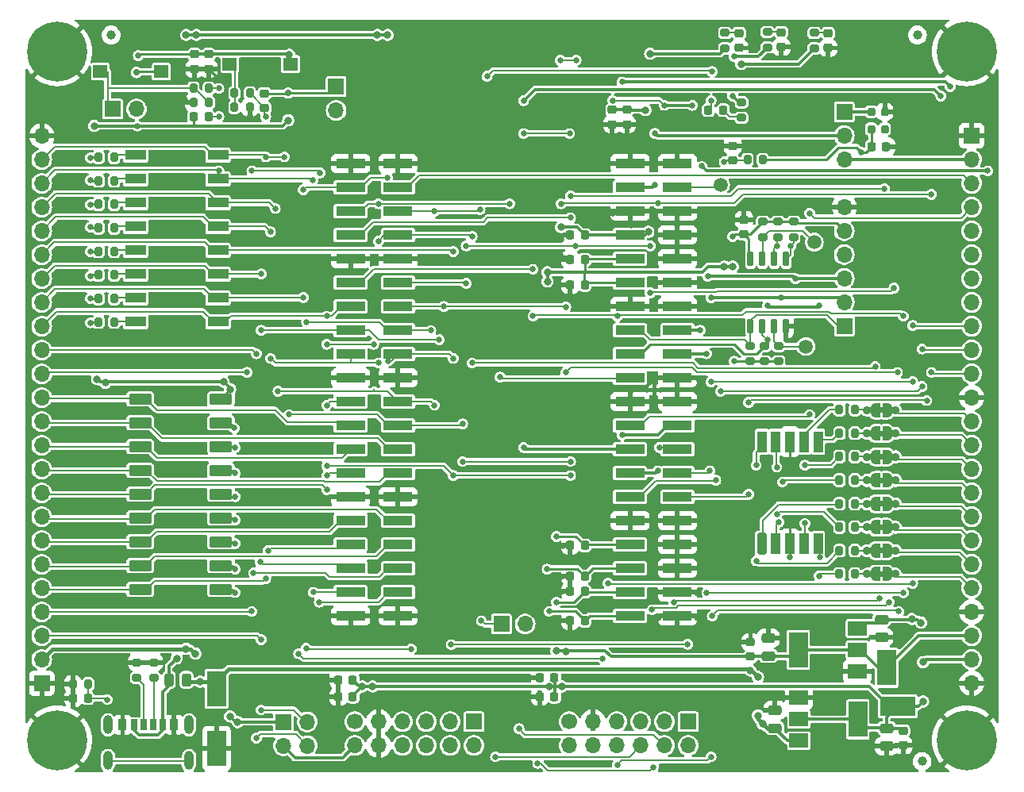
<source format=gbr>
G04 #@! TF.GenerationSoftware,KiCad,Pcbnew,7.0.9-7.0.9~ubuntu22.04.1*
G04 #@! TF.CreationDate,2023-12-06T12:24:41-05:00*
G04 #@! TF.ProjectId,mpw-mb1,6d70772d-6d62-4312-9e6b-696361645f70,2.2.5*
G04 #@! TF.SameCoordinates,PX35e1f20PY8044ea0*
G04 #@! TF.FileFunction,Copper,L1,Top*
G04 #@! TF.FilePolarity,Positive*
%FSLAX46Y46*%
G04 Gerber Fmt 4.6, Leading zero omitted, Abs format (unit mm)*
G04 Created by KiCad (PCBNEW 7.0.9-7.0.9~ubuntu22.04.1) date 2023-12-06 12:24:41*
%MOMM*%
%LPD*%
G01*
G04 APERTURE LIST*
G04 Aperture macros list*
%AMRoundRect*
0 Rectangle with rounded corners*
0 $1 Rounding radius*
0 $2 $3 $4 $5 $6 $7 $8 $9 X,Y pos of 4 corners*
0 Add a 4 corners polygon primitive as box body*
4,1,4,$2,$3,$4,$5,$6,$7,$8,$9,$2,$3,0*
0 Add four circle primitives for the rounded corners*
1,1,$1+$1,$2,$3*
1,1,$1+$1,$4,$5*
1,1,$1+$1,$6,$7*
1,1,$1+$1,$8,$9*
0 Add four rect primitives between the rounded corners*
20,1,$1+$1,$2,$3,$4,$5,0*
20,1,$1+$1,$4,$5,$6,$7,0*
20,1,$1+$1,$6,$7,$8,$9,0*
20,1,$1+$1,$8,$9,$2,$3,0*%
%AMFreePoly0*
4,1,19,0.500000,-0.750000,0.000000,-0.750000,0.000000,-0.744911,-0.071157,-0.744911,-0.207708,-0.704816,-0.327430,-0.627875,-0.420627,-0.520320,-0.479746,-0.390866,-0.500000,-0.250000,-0.500000,0.250000,-0.479746,0.390866,-0.420627,0.520320,-0.327430,0.627875,-0.207708,0.704816,-0.071157,0.744911,0.000000,0.744911,0.000000,0.750000,0.500000,0.750000,0.500000,-0.750000,0.500000,-0.750000,
$1*%
%AMFreePoly1*
4,1,19,0.000000,0.744911,0.071157,0.744911,0.207708,0.704816,0.327430,0.627875,0.420627,0.520320,0.479746,0.390866,0.500000,0.250000,0.500000,-0.250000,0.479746,-0.390866,0.420627,-0.520320,0.327430,-0.627875,0.207708,-0.704816,0.071157,-0.744911,0.000000,-0.744911,0.000000,-0.750000,-0.500000,-0.750000,-0.500000,0.750000,0.000000,0.750000,0.000000,0.744911,0.000000,0.744911,
$1*%
G04 Aperture macros list end*
G04 #@! TA.AperFunction,SMDPad,CuDef*
%ADD10R,2.200000X1.100000*%
G04 #@! TD*
G04 #@! TA.AperFunction,SMDPad,CuDef*
%ADD11RoundRect,0.113000X1.107000X0.452000X-1.107000X0.452000X-1.107000X-0.452000X1.107000X-0.452000X0*%
G04 #@! TD*
G04 #@! TA.AperFunction,SMDPad,CuDef*
%ADD12RoundRect,0.055000X-0.055000X-0.055000X0.055000X-0.055000X0.055000X0.055000X-0.055000X0.055000X0*%
G04 #@! TD*
G04 #@! TA.AperFunction,ComponentPad*
%ADD13C,0.900000*%
G04 #@! TD*
G04 #@! TA.AperFunction,SMDPad,CuDef*
%ADD14FreePoly0,180.000000*%
G04 #@! TD*
G04 #@! TA.AperFunction,SMDPad,CuDef*
%ADD15FreePoly1,180.000000*%
G04 #@! TD*
G04 #@! TA.AperFunction,SMDPad,CuDef*
%ADD16RoundRect,0.200000X-0.275000X0.200000X-0.275000X-0.200000X0.275000X-0.200000X0.275000X0.200000X0*%
G04 #@! TD*
G04 #@! TA.AperFunction,SMDPad,CuDef*
%ADD17RoundRect,0.225000X0.250000X-0.225000X0.250000X0.225000X-0.250000X0.225000X-0.250000X-0.225000X0*%
G04 #@! TD*
G04 #@! TA.AperFunction,ComponentPad*
%ADD18C,0.820000*%
G04 #@! TD*
G04 #@! TA.AperFunction,SMDPad,CuDef*
%ADD19RoundRect,0.200000X0.275000X-0.200000X0.275000X0.200000X-0.275000X0.200000X-0.275000X-0.200000X0*%
G04 #@! TD*
G04 #@! TA.AperFunction,ComponentPad*
%ADD20R,1.700000X1.700000*%
G04 #@! TD*
G04 #@! TA.AperFunction,ComponentPad*
%ADD21O,1.700000X1.700000*%
G04 #@! TD*
G04 #@! TA.AperFunction,SMDPad,CuDef*
%ADD22RoundRect,0.225000X-0.225000X-0.250000X0.225000X-0.250000X0.225000X0.250000X-0.225000X0.250000X0*%
G04 #@! TD*
G04 #@! TA.AperFunction,ComponentPad*
%ADD23C,6.400000*%
G04 #@! TD*
G04 #@! TA.AperFunction,SMDPad,CuDef*
%ADD24C,1.000000*%
G04 #@! TD*
G04 #@! TA.AperFunction,SMDPad,CuDef*
%ADD25RoundRect,0.250000X0.475000X-0.250000X0.475000X0.250000X-0.475000X0.250000X-0.475000X-0.250000X0*%
G04 #@! TD*
G04 #@! TA.AperFunction,SMDPad,CuDef*
%ADD26RoundRect,0.200000X-0.200000X-0.275000X0.200000X-0.275000X0.200000X0.275000X-0.200000X0.275000X0*%
G04 #@! TD*
G04 #@! TA.AperFunction,SMDPad,CuDef*
%ADD27RoundRect,0.250000X-0.475000X0.250000X-0.475000X-0.250000X0.475000X-0.250000X0.475000X0.250000X0*%
G04 #@! TD*
G04 #@! TA.AperFunction,SMDPad,CuDef*
%ADD28RoundRect,0.150000X0.150000X-0.650000X0.150000X0.650000X-0.150000X0.650000X-0.150000X-0.650000X0*%
G04 #@! TD*
G04 #@! TA.AperFunction,SMDPad,CuDef*
%ADD29RoundRect,0.225000X0.225000X0.250000X-0.225000X0.250000X-0.225000X-0.250000X0.225000X-0.250000X0*%
G04 #@! TD*
G04 #@! TA.AperFunction,SMDPad,CuDef*
%ADD30RoundRect,0.200000X0.200000X0.275000X-0.200000X0.275000X-0.200000X-0.275000X0.200000X-0.275000X0*%
G04 #@! TD*
G04 #@! TA.AperFunction,SMDPad,CuDef*
%ADD31RoundRect,0.225000X-0.250000X0.225000X-0.250000X-0.225000X0.250000X-0.225000X0.250000X0.225000X0*%
G04 #@! TD*
G04 #@! TA.AperFunction,SMDPad,CuDef*
%ADD32R,1.500000X1.400000*%
G04 #@! TD*
G04 #@! TA.AperFunction,SMDPad,CuDef*
%ADD33R,3.800000X2.000000*%
G04 #@! TD*
G04 #@! TA.AperFunction,ComponentPad*
%ADD34C,1.700000*%
G04 #@! TD*
G04 #@! TA.AperFunction,SMDPad,CuDef*
%ADD35RoundRect,0.200000X0.300000X-0.950000X0.300000X0.950000X-0.300000X0.950000X-0.300000X-0.950000X0*%
G04 #@! TD*
G04 #@! TA.AperFunction,SMDPad,CuDef*
%ADD36R,1.000000X2.300000*%
G04 #@! TD*
G04 #@! TA.AperFunction,SMDPad,CuDef*
%ADD37R,2.000000X3.800000*%
G04 #@! TD*
G04 #@! TA.AperFunction,SMDPad,CuDef*
%ADD38RoundRect,0.243750X-0.243750X-0.456250X0.243750X-0.456250X0.243750X0.456250X-0.243750X0.456250X0*%
G04 #@! TD*
G04 #@! TA.AperFunction,SMDPad,CuDef*
%ADD39RoundRect,0.200000X0.200000X0.250000X-0.200000X0.250000X-0.200000X-0.250000X0.200000X-0.250000X0*%
G04 #@! TD*
G04 #@! TA.AperFunction,SMDPad,CuDef*
%ADD40R,2.000000X1.500000*%
G04 #@! TD*
G04 #@! TA.AperFunction,SMDPad,CuDef*
%ADD41C,1.500000*%
G04 #@! TD*
G04 #@! TA.AperFunction,SMDPad,CuDef*
%ADD42R,3.150000X1.000000*%
G04 #@! TD*
G04 #@! TA.AperFunction,SMDPad,CuDef*
%ADD43RoundRect,0.218750X0.256250X-0.218750X0.256250X0.218750X-0.256250X0.218750X-0.256250X-0.218750X0*%
G04 #@! TD*
G04 #@! TA.AperFunction,SMDPad,CuDef*
%ADD44R,0.700000X1.150000*%
G04 #@! TD*
G04 #@! TA.AperFunction,SMDPad,CuDef*
%ADD45R,0.800000X1.150000*%
G04 #@! TD*
G04 #@! TA.AperFunction,SMDPad,CuDef*
%ADD46R,0.900000X1.150000*%
G04 #@! TD*
G04 #@! TA.AperFunction,ComponentPad*
%ADD47O,1.000000X2.000000*%
G04 #@! TD*
G04 #@! TA.AperFunction,SMDPad,CuDef*
%ADD48RoundRect,0.218750X-0.218750X-0.256250X0.218750X-0.256250X0.218750X0.256250X-0.218750X0.256250X0*%
G04 #@! TD*
G04 #@! TA.AperFunction,ViaPad*
%ADD49C,0.650000*%
G04 #@! TD*
G04 #@! TA.AperFunction,ViaPad*
%ADD50C,0.800000*%
G04 #@! TD*
G04 #@! TA.AperFunction,ViaPad*
%ADD51C,0.700000*%
G04 #@! TD*
G04 #@! TA.AperFunction,Conductor*
%ADD52C,0.250000*%
G04 #@! TD*
G04 #@! TA.AperFunction,Conductor*
%ADD53C,0.400000*%
G04 #@! TD*
G04 #@! TA.AperFunction,Conductor*
%ADD54C,0.300000*%
G04 #@! TD*
G04 #@! TA.AperFunction,Conductor*
%ADD55C,0.200000*%
G04 #@! TD*
G04 APERTURE END LIST*
G04 #@! TA.AperFunction,EtchedComponent*
G04 #@! TO.C,JP7*
G36*
X92895000Y23688570D02*
G01*
X92395000Y23688570D01*
X92395000Y24288570D01*
X92895000Y24288570D01*
X92895000Y23688570D01*
G37*
G04 #@! TD.AperFunction*
G04 #@! TA.AperFunction,EtchedComponent*
G36*
X91895000Y23688570D02*
G01*
X91395000Y23688570D01*
X91395000Y24288570D01*
X91895000Y24288570D01*
X91895000Y23688570D01*
G37*
G04 #@! TD.AperFunction*
G04 #@! TA.AperFunction,EtchedComponent*
G36*
X90895000Y23688570D02*
G01*
X90395000Y23688570D01*
X90395000Y24288570D01*
X90895000Y24288570D01*
X90895000Y23688570D01*
G37*
G04 #@! TD.AperFunction*
G04 #@! TA.AperFunction,EtchedComponent*
G04 #@! TO.C,JP1*
G36*
X92895000Y38688570D02*
G01*
X92395000Y38688570D01*
X92395000Y39288570D01*
X92895000Y39288570D01*
X92895000Y38688570D01*
G37*
G04 #@! TD.AperFunction*
G04 #@! TA.AperFunction,EtchedComponent*
G36*
X91895000Y38688570D02*
G01*
X91395000Y38688570D01*
X91395000Y39288570D01*
X91895000Y39288570D01*
X91895000Y38688570D01*
G37*
G04 #@! TD.AperFunction*
G04 #@! TA.AperFunction,EtchedComponent*
G36*
X90895000Y38688570D02*
G01*
X90395000Y38688570D01*
X90395000Y39288570D01*
X90895000Y39288570D01*
X90895000Y38688570D01*
G37*
G04 #@! TD.AperFunction*
G04 #@! TA.AperFunction,EtchedComponent*
G04 #@! TO.C,JP3*
G36*
X92895000Y33688570D02*
G01*
X92395000Y33688570D01*
X92395000Y34288570D01*
X92895000Y34288570D01*
X92895000Y33688570D01*
G37*
G04 #@! TD.AperFunction*
G04 #@! TA.AperFunction,EtchedComponent*
G36*
X91895000Y33688570D02*
G01*
X91395000Y33688570D01*
X91395000Y34288570D01*
X91895000Y34288570D01*
X91895000Y33688570D01*
G37*
G04 #@! TD.AperFunction*
G04 #@! TA.AperFunction,EtchedComponent*
G36*
X90895000Y33688570D02*
G01*
X90395000Y33688570D01*
X90395000Y34288570D01*
X90895000Y34288570D01*
X90895000Y33688570D01*
G37*
G04 #@! TD.AperFunction*
G04 #@! TA.AperFunction,EtchedComponent*
G04 #@! TO.C,JP8*
G36*
X92895000Y21188570D02*
G01*
X92395000Y21188570D01*
X92395000Y21788570D01*
X92895000Y21788570D01*
X92895000Y21188570D01*
G37*
G04 #@! TD.AperFunction*
G04 #@! TA.AperFunction,EtchedComponent*
G36*
X91895000Y21188570D02*
G01*
X91395000Y21188570D01*
X91395000Y21788570D01*
X91895000Y21788570D01*
X91895000Y21188570D01*
G37*
G04 #@! TD.AperFunction*
G04 #@! TA.AperFunction,EtchedComponent*
G36*
X90895000Y21188570D02*
G01*
X90395000Y21188570D01*
X90395000Y21788570D01*
X90895000Y21788570D01*
X90895000Y21188570D01*
G37*
G04 #@! TD.AperFunction*
G04 #@! TA.AperFunction,EtchedComponent*
G04 #@! TO.C,JP2*
G36*
X92895000Y36188570D02*
G01*
X92395000Y36188570D01*
X92395000Y36788570D01*
X92895000Y36788570D01*
X92895000Y36188570D01*
G37*
G04 #@! TD.AperFunction*
G04 #@! TA.AperFunction,EtchedComponent*
G36*
X91895000Y36188570D02*
G01*
X91395000Y36188570D01*
X91395000Y36788570D01*
X91895000Y36788570D01*
X91895000Y36188570D01*
G37*
G04 #@! TD.AperFunction*
G04 #@! TA.AperFunction,EtchedComponent*
G36*
X90895000Y36188570D02*
G01*
X90395000Y36188570D01*
X90395000Y36788570D01*
X90895000Y36788570D01*
X90895000Y36188570D01*
G37*
G04 #@! TD.AperFunction*
G04 #@! TA.AperFunction,EtchedComponent*
G04 #@! TO.C,JP5*
G36*
X92895000Y28688570D02*
G01*
X92395000Y28688570D01*
X92395000Y29288570D01*
X92895000Y29288570D01*
X92895000Y28688570D01*
G37*
G04 #@! TD.AperFunction*
G04 #@! TA.AperFunction,EtchedComponent*
G36*
X91895000Y28688570D02*
G01*
X91395000Y28688570D01*
X91395000Y29288570D01*
X91895000Y29288570D01*
X91895000Y28688570D01*
G37*
G04 #@! TD.AperFunction*
G04 #@! TA.AperFunction,EtchedComponent*
G36*
X90895000Y28688570D02*
G01*
X90395000Y28688570D01*
X90395000Y29288570D01*
X90895000Y29288570D01*
X90895000Y28688570D01*
G37*
G04 #@! TD.AperFunction*
G04 #@! TA.AperFunction,EtchedComponent*
G04 #@! TO.C,JP6*
G36*
X92895000Y26188570D02*
G01*
X92395000Y26188570D01*
X92395000Y26788570D01*
X92895000Y26788570D01*
X92895000Y26188570D01*
G37*
G04 #@! TD.AperFunction*
G04 #@! TA.AperFunction,EtchedComponent*
G36*
X91895000Y26188570D02*
G01*
X91395000Y26188570D01*
X91395000Y26788570D01*
X91895000Y26788570D01*
X91895000Y26188570D01*
G37*
G04 #@! TD.AperFunction*
G04 #@! TA.AperFunction,EtchedComponent*
G36*
X90895000Y26188570D02*
G01*
X90395000Y26188570D01*
X90395000Y26788570D01*
X90895000Y26788570D01*
X90895000Y26188570D01*
G37*
G04 #@! TD.AperFunction*
G04 #@! TA.AperFunction,EtchedComponent*
G04 #@! TO.C,JP4*
G36*
X92895000Y31188570D02*
G01*
X92395000Y31188570D01*
X92395000Y31788570D01*
X92895000Y31788570D01*
X92895000Y31188570D01*
G37*
G04 #@! TD.AperFunction*
G04 #@! TA.AperFunction,EtchedComponent*
G36*
X91895000Y31188570D02*
G01*
X91395000Y31188570D01*
X91395000Y31788570D01*
X91895000Y31788570D01*
X91895000Y31188570D01*
G37*
G04 #@! TD.AperFunction*
G04 #@! TA.AperFunction,EtchedComponent*
G36*
X90895000Y31188570D02*
G01*
X90395000Y31188570D01*
X90395000Y31788570D01*
X90895000Y31788570D01*
X90895000Y31188570D01*
G37*
G04 #@! TD.AperFunction*
G04 #@! TD*
D10*
G04 #@! TO.P,SW4,16*
G04 #@! TO.N,in0*
X20900000Y66190000D03*
G04 #@! TO.P,SW4,15*
G04 #@! TO.N,in1*
X20900000Y63650000D03*
G04 #@! TO.P,SW4,14*
G04 #@! TO.N,in2*
X20900000Y61110000D03*
G04 #@! TO.P,SW4,13*
G04 #@! TO.N,in3*
X20900000Y58570000D03*
G04 #@! TO.P,SW4,12*
G04 #@! TO.N,in4*
X20900000Y56030000D03*
G04 #@! TO.P,SW4,11*
G04 #@! TO.N,in5*
X20900000Y53490000D03*
G04 #@! TO.P,SW4,10*
G04 #@! TO.N,in6*
X20900000Y50950000D03*
G04 #@! TO.P,SW4,9*
G04 #@! TO.N,in7*
X20900000Y48410000D03*
G04 #@! TO.P,SW4,8*
G04 #@! TO.N,Net-(R1-Pad2)*
X12100000Y48410000D03*
G04 #@! TO.P,SW4,7*
G04 #@! TO.N,Net-(R2-Pad2)*
X12100000Y50950000D03*
G04 #@! TO.P,SW4,6*
G04 #@! TO.N,Net-(R3-Pad2)*
X12100000Y53490000D03*
G04 #@! TO.P,SW4,5*
G04 #@! TO.N,Net-(R4-Pad2)*
X12100000Y56030000D03*
G04 #@! TO.P,SW4,4*
G04 #@! TO.N,Net-(R5-Pad2)*
X12100000Y58570000D03*
G04 #@! TO.P,SW4,3*
G04 #@! TO.N,Net-(R6-Pad2)*
X12100000Y61110000D03*
G04 #@! TO.P,SW4,2*
G04 #@! TO.N,Net-(R8-Pad2)*
X12100000Y63650000D03*
G04 #@! TO.P,SW4,1*
G04 #@! TO.N,Net-(R9-Pad2)*
X12100000Y66190000D03*
G04 #@! TD*
D11*
G04 #@! TO.P,SW2,1*
G04 #@! TO.N,+3.3V*
X21200000Y19840000D03*
G04 #@! TO.P,SW2,2*
X21200000Y22380000D03*
G04 #@! TO.P,SW2,3*
X21200000Y24920000D03*
G04 #@! TO.P,SW2,4*
X21200000Y27460000D03*
G04 #@! TO.P,SW2,5*
X21200000Y30000000D03*
G04 #@! TO.P,SW2,6*
X21200000Y32540000D03*
G04 #@! TO.P,SW2,7*
X21200000Y35080000D03*
G04 #@! TO.P,SW2,8*
X21200000Y37620000D03*
G04 #@! TO.P,SW2,9*
X21200000Y40160000D03*
G04 #@! TO.P,SW2,10*
G04 #@! TO.N,sel8*
X12600000Y40160000D03*
G04 #@! TO.P,SW2,11*
G04 #@! TO.N,sel7*
X12600000Y37620000D03*
G04 #@! TO.P,SW2,12*
G04 #@! TO.N,sel6*
X12600000Y35080000D03*
G04 #@! TO.P,SW2,13*
G04 #@! TO.N,sel5*
X12600000Y32540000D03*
G04 #@! TO.P,SW2,14*
G04 #@! TO.N,sel4*
X12600000Y30000000D03*
G04 #@! TO.P,SW2,15*
G04 #@! TO.N,sel3*
X12600000Y27460000D03*
G04 #@! TO.P,SW2,16*
G04 #@! TO.N,sel2*
X12600000Y24920000D03*
G04 #@! TO.P,SW2,17*
G04 #@! TO.N,sel1*
X12600000Y22380000D03*
G04 #@! TO.P,SW2,18*
G04 #@! TO.N,sel0*
X12600000Y19840000D03*
G04 #@! TD*
D12*
G04 #@! TO.P,J13,1,1*
G04 #@! TO.N,GND*
X67380000Y41150000D03*
G04 #@! TD*
G04 #@! TO.P,J14,1,1*
G04 #@! TO.N,in2*
X37570000Y41150000D03*
G04 #@! TD*
D13*
G04 #@! TO.P,JP7,1,A*
G04 #@! TO.N,out6*
X93145000Y23988570D03*
D14*
X92295000Y23988570D03*
D15*
G04 #@! TO.P,JP7,2,B*
G04 #@! TO.N,Net-(JP7-B)*
X90995000Y23988570D03*
D13*
X90145000Y23988570D03*
G04 #@! TD*
D16*
G04 #@! TO.P,R13,1*
G04 #@! TO.N,+3.3V*
X80600000Y59075000D03*
G04 #@! TO.P,R13,2*
G04 #@! TO.N,Caravel_SCK*
X80600000Y57425000D03*
G04 #@! TD*
D17*
G04 #@! TO.P,C19,1*
G04 #@! TO.N,GND*
X62960000Y69475000D03*
G04 #@! TO.P,C19,2*
G04 #@! TO.N,+1V8*
X62960000Y71025000D03*
G04 #@! TD*
D18*
G04 #@! TO.P,STITCH23,1*
G04 #@! TO.N,GND*
X51000000Y41000000D03*
G04 #@! TD*
D19*
G04 #@! TO.P,R22,1*
G04 #@! TO.N,+5V*
X84485000Y77575000D03*
G04 #@! TO.P,R22,2*
G04 #@! TO.N,Net-(D1-A)*
X84485000Y79225000D03*
G04 #@! TD*
D18*
G04 #@! TO.P,STITCH23,1*
G04 #@! TO.N,GND*
X75300000Y30700000D03*
G04 #@! TD*
D20*
G04 #@! TO.P,J4,1,Pin_1*
G04 #@! TO.N,Net-(J4-Pin_1)*
X9660000Y71100000D03*
D21*
G04 #@! TO.P,J4,2,Pin_2*
G04 #@! TO.N,+3.3V*
X12200000Y71100000D03*
G04 #@! TD*
D18*
G04 #@! TO.P,STITCH23,1*
G04 #@! TO.N,GND*
X80100000Y10600000D03*
G04 #@! TD*
D22*
G04 #@! TO.P,C21,1*
G04 #@! TO.N,GND*
X58475000Y55040000D03*
G04 #@! TO.P,C21,2*
G04 #@! TO.N,+3.3V*
X60025000Y55040000D03*
G04 #@! TD*
D13*
G04 #@! TO.P,JP1,1,A*
G04 #@! TO.N,out0*
X93145000Y38988570D03*
D14*
X92295000Y38988570D03*
D15*
G04 #@! TO.P,JP1,2,B*
G04 #@! TO.N,Net-(JP1-B)*
X90995000Y38988570D03*
D13*
X90145000Y38988570D03*
G04 #@! TD*
D18*
G04 #@! TO.P,STITCH,1*
G04 #@! TO.N,GND*
X40100000Y15600000D03*
G04 #@! TD*
D19*
G04 #@! TO.P,R14,1*
G04 #@! TO.N,Net-(J6-CC2)*
X14070000Y10425000D03*
G04 #@! TO.P,R14,2*
G04 #@! TO.N,GND*
X14070000Y12075000D03*
G04 #@! TD*
D18*
G04 #@! TO.P,STITCH9,1*
G04 #@! TO.N,GND*
X93500000Y800000D03*
G04 #@! TD*
D23*
G04 #@! TO.P,MT3,1,1*
G04 #@! TO.N,GND*
X3750000Y77250000D03*
G04 #@! TD*
D18*
G04 #@! TO.P,STITCH,1*
G04 #@! TO.N,GND*
X91300000Y72200000D03*
G04 #@! TD*
G04 #@! TO.P,STITCH23,1*
G04 #@! TO.N,GND*
X58400000Y14900000D03*
G04 #@! TD*
G04 #@! TO.P,STITCH31,1*
G04 #@! TO.N,GND*
X900000Y26340000D03*
G04 #@! TD*
D24*
G04 #@! TO.P,FID3,*
G04 #@! TO.N,*
X96000000Y1500000D03*
G04 #@! TD*
D18*
G04 #@! TO.P,STITCH19,1*
G04 #@! TO.N,GND*
X36700000Y80200000D03*
G04 #@! TD*
D25*
G04 #@! TO.P,C8,1*
G04 #@! TO.N,+5V*
X80300000Y5050000D03*
G04 #@! TO.P,C8,2*
G04 #@! TO.N,GND*
X80300000Y6950000D03*
G04 #@! TD*
D18*
G04 #@! TO.P,STITCH,1*
G04 #@! TO.N,GND*
X77800000Y67200000D03*
G04 #@! TD*
D26*
G04 #@! TO.P,R5,1*
G04 #@! TO.N,+3.3V*
X8175000Y58430000D03*
G04 #@! TO.P,R5,2*
G04 #@! TO.N,Net-(R5-Pad2)*
X9825000Y58430000D03*
G04 #@! TD*
D18*
G04 #@! TO.P,STITCH23,1*
G04 #@! TO.N,GND*
X67300000Y27200000D03*
G04 #@! TD*
G04 #@! TO.P,STITCH13,1*
G04 #@! TO.N,GND*
X73500000Y800000D03*
G04 #@! TD*
G04 #@! TO.P,STITCH,1*
G04 #@! TO.N,GND*
X18400000Y47300000D03*
G04 #@! TD*
D27*
G04 #@! TO.P,C9,1*
G04 #@! TO.N,+3.3V*
X91700000Y16650000D03*
G04 #@! TO.P,C9,2*
G04 #@! TO.N,GND*
X91700000Y14750000D03*
G04 #@! TD*
D18*
G04 #@! TO.P,STITCH23,1*
G04 #@! TO.N,GND*
X96500000Y46800000D03*
G04 #@! TD*
G04 #@! TO.P,STITCH,1*
G04 #@! TO.N,GND*
X69900000Y67000000D03*
G04 #@! TD*
D26*
G04 #@! TO.P,R10,1*
G04 #@! TO.N,Net-(R10-Pad1)*
X22650000Y71287500D03*
G04 #@! TO.P,R10,2*
G04 #@! TO.N,GND*
X24300000Y71287500D03*
G04 #@! TD*
G04 #@! TO.P,R1,1*
G04 #@! TO.N,+3.3V*
X8175000Y48390000D03*
G04 #@! TO.P,R1,2*
G04 #@! TO.N,Net-(R1-Pad2)*
X9825000Y48390000D03*
G04 #@! TD*
D18*
G04 #@! TO.P,STITCH23,1*
G04 #@! TO.N,GND*
X82300000Y30000000D03*
G04 #@! TD*
G04 #@! TO.P,STITCH,1*
G04 #@! TO.N,GND*
X15100000Y47300000D03*
G04 #@! TD*
G04 #@! TO.P,STITCH,1*
G04 #@! TO.N,GND*
X103700000Y65800000D03*
G04 #@! TD*
D22*
G04 #@! TO.P,C22,1*
G04 #@! TO.N,GND*
X58475000Y19640000D03*
G04 #@! TO.P,C22,2*
G04 #@! TO.N,+1V8*
X60025000Y19640000D03*
G04 #@! TD*
D18*
G04 #@! TO.P,STITCH,1*
G04 #@! TO.N,GND*
X15100000Y58300000D03*
G04 #@! TD*
G04 #@! TO.P,STITCH,1*
G04 #@! TO.N,GND*
X58300000Y67000000D03*
G04 #@! TD*
G04 #@! TO.P,STITCH18,1*
G04 #@! TO.N,GND*
X32700000Y80200000D03*
G04 #@! TD*
G04 #@! TO.P,STITCH,1*
G04 #@! TO.N,GND*
X31600000Y27000000D03*
G04 #@! TD*
D19*
G04 #@! TO.P,R16,1*
G04 #@! TO.N,+3.3V*
X80700000Y44175000D03*
G04 #@! TO.P,R16,2*
G04 #@! TO.N,Net-(U1-IO2)*
X80700000Y45825000D03*
G04 #@! TD*
D18*
G04 #@! TO.P,STITCH41,1*
G04 #@! TO.N,GND*
X103700000Y31340000D03*
G04 #@! TD*
D19*
G04 #@! TO.P,R25,1*
G04 #@! TO.N,+1V8*
X74985000Y77575000D03*
G04 #@! TO.P,R25,2*
G04 #@! TO.N,Net-(D3-A)*
X74985000Y79225000D03*
G04 #@! TD*
G04 #@! TO.P,R19,1*
G04 #@! TO.N,+3.3V*
X79200000Y44175000D03*
G04 #@! TO.P,R19,2*
G04 #@! TO.N,Caravel_D1*
X79200000Y45825000D03*
G04 #@! TD*
D18*
G04 #@! TO.P,STITCH23,1*
G04 #@! TO.N,GND*
X86900000Y11100000D03*
G04 #@! TD*
G04 #@! TO.P,STITCH,1*
G04 #@! TO.N,GND*
X25000000Y54800000D03*
G04 #@! TD*
G04 #@! TO.P,STITCH32,1*
G04 #@! TO.N,GND*
X900000Y21260000D03*
G04 #@! TD*
D28*
G04 #@! TO.P,U1,1,~{CS}*
G04 #@! TO.N,Caravel_CSB*
X77695000Y47900000D03*
G04 #@! TO.P,U1,2,DO(IO1)*
G04 #@! TO.N,Caravel_D1*
X78965000Y47900000D03*
G04 #@! TO.P,U1,3,IO2*
G04 #@! TO.N,Net-(U1-IO2)*
X80235000Y47900000D03*
G04 #@! TO.P,U1,4,GND*
G04 #@! TO.N,GND*
X81505000Y47900000D03*
G04 #@! TO.P,U1,5,DI(IO0)*
G04 #@! TO.N,Caravel_D0*
X81505000Y55100000D03*
G04 #@! TO.P,U1,6,CLK*
G04 #@! TO.N,Caravel_SCK*
X80235000Y55100000D03*
G04 #@! TO.P,U1,7,IO3*
G04 #@! TO.N,Net-(U1-IO3)*
X78965000Y55100000D03*
G04 #@! TO.P,U1,8,VCC*
G04 #@! TO.N,+3.3V*
X77695000Y55100000D03*
G04 #@! TD*
D18*
G04 #@! TO.P,STITCH30,1*
G04 #@! TO.N,GND*
X900000Y31420000D03*
G04 #@! TD*
G04 #@! TO.P,STITCH,1*
G04 #@! TO.N,GND*
X74500000Y55400000D03*
G04 #@! TD*
D26*
G04 #@! TO.P,R9,1*
G04 #@! TO.N,+3.3V*
X8175000Y65960000D03*
G04 #@! TO.P,R9,2*
G04 #@! TO.N,Net-(R9-Pad2)*
X9825000Y65960000D03*
G04 #@! TD*
D18*
G04 #@! TO.P,STITCH,1*
G04 #@! TO.N,GND*
X25800000Y37200000D03*
G04 #@! TD*
D17*
G04 #@! TO.P,C14,1*
G04 #@! TO.N,GND*
X19900000Y75400000D03*
G04 #@! TO.P,C14,2*
G04 #@! TO.N,+3.3V*
X19900000Y76950000D03*
G04 #@! TD*
D18*
G04 #@! TO.P,STITCH,1*
G04 #@! TO.N,GND*
X44700000Y79400000D03*
G04 #@! TD*
G04 #@! TO.P,STITCH23,1*
G04 #@! TO.N,GND*
X79300000Y30000000D03*
G04 #@! TD*
G04 #@! TO.P,STITCH,1*
G04 #@! TO.N,GND*
X18400000Y58300000D03*
G04 #@! TD*
G04 #@! TO.P,STITCH23,1*
G04 #@! TO.N,GND*
X51000000Y18700000D03*
G04 #@! TD*
D29*
G04 #@! TO.P,C2,1*
G04 #@! TO.N,+3.3V*
X35275000Y8400000D03*
G04 #@! TO.P,C2,2*
G04 #@! TO.N,GND*
X33725000Y8400000D03*
G04 #@! TD*
D18*
G04 #@! TO.P,STITCH9,1*
G04 #@! TO.N,GND*
X93500000Y80200000D03*
G04 #@! TD*
D30*
G04 #@! TO.P,R28,1*
G04 #@! TO.N,Net-(JP3-B)*
X88825000Y34017142D03*
G04 #@! TO.P,R28,2*
G04 #@! TO.N,Net-(U5-C)*
X87175000Y34017142D03*
G04 #@! TD*
D18*
G04 #@! TO.P,STITCH20,1*
G04 #@! TO.N,GND*
X900000Y61900000D03*
G04 #@! TD*
G04 #@! TO.P,STITCH,1*
G04 #@! TO.N,GND*
X12700000Y80200000D03*
G04 #@! TD*
G04 #@! TO.P,STITCH23,1*
G04 #@! TO.N,GND*
X23500000Y800000D03*
G04 #@! TD*
D30*
G04 #@! TO.P,R26,1*
G04 #@! TO.N,Net-(JP1-B)*
X88825000Y39028570D03*
G04 #@! TO.P,R26,2*
G04 #@! TO.N,Net-(U5-A)*
X87175000Y39028570D03*
G04 #@! TD*
D18*
G04 #@! TO.P,STITCH22,1*
G04 #@! TO.N,GND*
X28500000Y800000D03*
G04 #@! TD*
G04 #@! TO.P,STITCH,1*
G04 #@! TO.N,GND*
X15100000Y22100000D03*
G04 #@! TD*
G04 #@! TO.P,STITCH16,1*
G04 #@! TO.N,GND*
X24700000Y80200000D03*
G04 #@! TD*
D31*
G04 #@! TO.P,C27,1*
G04 #@! TO.N,GND*
X75800000Y67175000D03*
G04 #@! TO.P,C27,2*
G04 #@! TO.N,/~{SOC_RST}*
X75800000Y65625000D03*
G04 #@! TD*
D18*
G04 #@! TO.P,STITCH,1*
G04 #@! TO.N,GND*
X3900000Y63800000D03*
G04 #@! TD*
D13*
G04 #@! TO.P,JP3,1,A*
G04 #@! TO.N,out2*
X93145000Y33988570D03*
D14*
X92295000Y33988570D03*
D15*
G04 #@! TO.P,JP3,2,B*
G04 #@! TO.N,Net-(JP3-B)*
X90995000Y33988570D03*
D13*
X90145000Y33988570D03*
G04 #@! TD*
D18*
G04 #@! TO.P,STITCH37,1*
G04 #@! TO.N,GND*
X103700000Y51200000D03*
G04 #@! TD*
D26*
G04 #@! TO.P,R3,1*
G04 #@! TO.N,+3.3V*
X8175000Y53410000D03*
G04 #@! TO.P,R3,2*
G04 #@! TO.N,Net-(R3-Pad2)*
X9825000Y53410000D03*
G04 #@! TD*
D13*
G04 #@! TO.P,JP8,1,A*
G04 #@! TO.N,out7*
X93145000Y21488570D03*
D14*
X92295000Y21488570D03*
D15*
G04 #@! TO.P,JP8,2,B*
G04 #@! TO.N,Net-(JP8-B)*
X90995000Y21488570D03*
D13*
X90145000Y21488570D03*
G04 #@! TD*
D18*
G04 #@! TO.P,STITCH23,1*
G04 #@! TO.N,GND*
X58000000Y30300000D03*
G04 #@! TD*
G04 #@! TO.P,STITCH24,1*
G04 #@! TO.N,GND*
X900000Y56820000D03*
G04 #@! TD*
D22*
G04 #@! TO.P,C7,1*
G04 #@! TO.N,+3.3V*
X18325000Y70300000D03*
G04 #@! TO.P,C7,2*
G04 #@! TO.N,in1*
X19875000Y70300000D03*
G04 #@! TD*
D16*
G04 #@! TO.P,R18,1*
G04 #@! TO.N,+3.3V*
X82300000Y59075000D03*
G04 #@! TO.P,R18,2*
G04 #@! TO.N,Caravel_D0*
X82300000Y57425000D03*
G04 #@! TD*
D29*
G04 #@! TO.P,C16,1*
G04 #@! TO.N,+3.3V*
X60025000Y21250000D03*
G04 #@! TO.P,C16,2*
G04 #@! TO.N,GND*
X58475000Y21250000D03*
G04 #@! TD*
D18*
G04 #@! TO.P,STITCH15,1*
G04 #@! TO.N,GND*
X20700000Y80200000D03*
G04 #@! TD*
D32*
G04 #@! TO.P,SW3,1,1*
G04 #@! TO.N,Net-(J4-Pin_1)*
X8350000Y75100000D03*
G04 #@! TO.P,SW3,2,2*
G04 #@! TO.N,+3.3V*
X14850000Y75100000D03*
G04 #@! TD*
D18*
G04 #@! TO.P,STITCH,1*
G04 #@! TO.N,GND*
X23100000Y64900000D03*
G04 #@! TD*
G04 #@! TO.P,STITCH,1*
G04 #@! TO.N,GND*
X32300000Y42400000D03*
G04 #@! TD*
D16*
G04 #@! TO.P,R17,1*
G04 #@! TO.N,+3.3V*
X79000000Y59075000D03*
G04 #@! TO.P,R17,2*
G04 #@! TO.N,Net-(U1-IO3)*
X79000000Y57425000D03*
G04 #@! TD*
D18*
G04 #@! TO.P,STITCH11,1*
G04 #@! TO.N,GND*
X83500000Y800000D03*
G04 #@! TD*
D30*
G04 #@! TO.P,R21,1*
G04 #@! TO.N,Net-(J4-Pin_1)*
X19925000Y71800000D03*
G04 #@! TO.P,R21,2*
G04 #@! TO.N,GND*
X18275000Y71800000D03*
G04 #@! TD*
D29*
G04 #@! TO.P,C5,1*
G04 #@! TO.N,GND*
X92175000Y67100000D03*
G04 #@! TO.P,C5,2*
G04 #@! TO.N,+3.3V*
X90625000Y67100000D03*
G04 #@! TD*
D18*
G04 #@! TO.P,STITCH,1*
G04 #@! TO.N,GND*
X32200000Y50500000D03*
G04 #@! TD*
G04 #@! TO.P,STITCH,1*
G04 #@! TO.N,GND*
X23100000Y68200000D03*
G04 #@! TD*
D33*
G04 #@! TO.P,TP7,1,1*
G04 #@! TO.N,+3.3V*
X93400000Y7400000D03*
G04 #@! TD*
D18*
G04 #@! TO.P,STITCH23,1*
G04 #@! TO.N,GND*
X67300000Y22100000D03*
G04 #@! TD*
G04 #@! TO.P,STITCH23,1*
G04 #@! TO.N,GND*
X51700000Y3000000D03*
G04 #@! TD*
G04 #@! TO.P,STITCH23,1*
G04 #@! TO.N,GND*
X70200000Y70200000D03*
G04 #@! TD*
G04 #@! TO.P,STITCH38,1*
G04 #@! TO.N,GND*
X103700000Y46580000D03*
G04 #@! TD*
G04 #@! TO.P,STITCH,1*
G04 #@! TO.N,GND*
X27400000Y61900000D03*
G04 #@! TD*
D20*
G04 #@! TO.P,J3,1,IO1*
G04 #@! TO.N,in0*
X48200000Y5735000D03*
D21*
G04 #@! TO.P,J3,2,IO2*
G04 #@! TO.N,in1*
X45660000Y5735000D03*
G04 #@! TO.P,J3,3,IO3*
G04 #@! TO.N,in2*
X43120000Y5735000D03*
G04 #@! TO.P,J3,4,IO4*
G04 #@! TO.N,in3*
X40580000Y5735000D03*
G04 #@! TO.P,J3,5,GND*
G04 #@! TO.N,GND*
X38040000Y5735000D03*
D34*
G04 #@! TO.P,J3,6,VCC*
G04 #@! TO.N,+3.3V*
X35500000Y5735000D03*
D21*
G04 #@! TO.P,J3,7,IO5*
G04 #@! TO.N,in4*
X48200000Y3195000D03*
G04 #@! TO.P,J3,8,IO6*
G04 #@! TO.N,in5*
X45660000Y3195000D03*
G04 #@! TO.P,J3,9,IO7*
G04 #@! TO.N,in6*
X43120000Y3195000D03*
G04 #@! TO.P,J3,10,IO8*
G04 #@! TO.N,in7*
X40580000Y3195000D03*
G04 #@! TO.P,J3,11,GND*
G04 #@! TO.N,GND*
X38040000Y3195000D03*
G04 #@! TO.P,J3,12,VCC*
G04 #@! TO.N,+3.3V*
X35500000Y3195000D03*
G04 #@! TD*
D31*
G04 #@! TO.P,C6,1*
G04 #@! TO.N,GND*
X77000000Y59295000D03*
G04 #@! TO.P,C6,2*
G04 #@! TO.N,+3.3V*
X77000000Y57745000D03*
G04 #@! TD*
D20*
G04 #@! TO.P,J8,1,Pin_1*
G04 #@! TO.N,Net-(J8-Pin_1)*
X51125000Y16150000D03*
D21*
G04 #@! TO.P,J8,2,Pin_2*
G04 #@! TO.N,Net-(J8-Pin_2)*
X53665000Y16150000D03*
G04 #@! TD*
D18*
G04 #@! TO.P,STITCH,1*
G04 #@! TO.N,GND*
X18400000Y44100000D03*
G04 #@! TD*
D30*
G04 #@! TO.P,R7,1*
G04 #@! TO.N,in0*
X24300000Y72787500D03*
G04 #@! TO.P,R7,2*
G04 #@! TO.N,Net-(R10-Pad1)*
X22650000Y72787500D03*
G04 #@! TD*
D18*
G04 #@! TO.P,STITCH,1*
G04 #@! TO.N,GND*
X32500000Y65200000D03*
G04 #@! TD*
D17*
G04 #@! TO.P,C23,1*
G04 #@! TO.N,GND*
X64500000Y69475000D03*
G04 #@! TO.P,C23,2*
G04 #@! TO.N,+1V8*
X64500000Y71025000D03*
G04 #@! TD*
D18*
G04 #@! TO.P,STITCH5,1*
G04 #@! TO.N,GND*
X73500000Y80200000D03*
G04 #@! TD*
D23*
G04 #@! TO.P,MT4,1,1*
G04 #@! TO.N,GND*
X100750000Y77250000D03*
G04 #@! TD*
D18*
G04 #@! TO.P,STITCH,1*
G04 #@! TO.N,GND*
X19900000Y13800000D03*
G04 #@! TD*
D25*
G04 #@! TO.P,C11,1*
G04 #@! TO.N,+1V8*
X79600000Y12750000D03*
G04 #@! TO.P,C11,2*
G04 #@! TO.N,GND*
X79600000Y14650000D03*
G04 #@! TD*
D23*
G04 #@! TO.P,MT2,1,1*
G04 #@! TO.N,GND*
X100750000Y3750000D03*
G04 #@! TD*
D18*
G04 #@! TO.P,STITCH,1*
G04 #@! TO.N,GND*
X31600000Y35000000D03*
G04 #@! TD*
G04 #@! TO.P,STITCH,1*
G04 #@! TO.N,GND*
X31600000Y32500000D03*
G04 #@! TD*
D22*
G04 #@! TO.P,C3,1*
G04 #@! TO.N,GND*
X33725000Y10200000D03*
G04 #@! TO.P,C3,2*
G04 #@! TO.N,+3.3V*
X35275000Y10200000D03*
G04 #@! TD*
D26*
G04 #@! TO.P,R20,1*
G04 #@! TO.N,Net-(J4-Pin_1)*
X18275000Y73300000D03*
G04 #@! TO.P,R20,2*
G04 #@! TO.N,in1*
X19925000Y73300000D03*
G04 #@! TD*
D20*
G04 #@! TO.P,J5,1,Pin_1*
G04 #@! TO.N,osc_out*
X87700000Y70805000D03*
D21*
G04 #@! TO.P,J5,2,Pin_2*
G04 #@! TO.N,xclk*
X87700000Y68265000D03*
G04 #@! TO.P,J5,3,Pin_3*
G04 #@! TO.N,ext_clk*
X87700000Y65725000D03*
G04 #@! TD*
D18*
G04 #@! TO.P,STITCH,1*
G04 #@! TO.N,GND*
X25800000Y32400000D03*
G04 #@! TD*
G04 #@! TO.P,STITCH23,1*
G04 #@! TO.N,GND*
X80900000Y16300000D03*
G04 #@! TD*
D19*
G04 #@! TO.P,R15,1*
G04 #@! TO.N,Net-(J6-CC1)*
X12250000Y10425000D03*
G04 #@! TO.P,R15,2*
G04 #@! TO.N,GND*
X12250000Y12075000D03*
G04 #@! TD*
D18*
G04 #@! TO.P,STITCH,1*
G04 #@! TO.N,GND*
X35100000Y66600000D03*
G04 #@! TD*
G04 #@! TO.P,STITCH21,1*
G04 #@! TO.N,GND*
X33500000Y800000D03*
G04 #@! TD*
G04 #@! TO.P,STITCH26,1*
G04 #@! TO.N,GND*
X900000Y51740000D03*
G04 #@! TD*
G04 #@! TO.P,STITCH,1*
G04 #@! TO.N,GND*
X18400000Y22100000D03*
G04 #@! TD*
D26*
G04 #@! TO.P,R2,1*
G04 #@! TO.N,+3.3V*
X8175000Y50900000D03*
G04 #@! TO.P,R2,2*
G04 #@! TO.N,Net-(R2-Pad2)*
X9825000Y50900000D03*
G04 #@! TD*
D18*
G04 #@! TO.P,STITCH25,1*
G04 #@! TO.N,GND*
X15500000Y800000D03*
G04 #@! TD*
D16*
G04 #@! TO.P,R34,1*
G04 #@! TO.N,+3.3V*
X76750000Y71825000D03*
G04 #@! TO.P,R34,2*
G04 #@! TO.N,Net-(D4-A)*
X76750000Y70175000D03*
G04 #@! TD*
D13*
G04 #@! TO.P,JP2,1,A*
G04 #@! TO.N,out1*
X93145000Y36488570D03*
D14*
X92295000Y36488570D03*
D15*
G04 #@! TO.P,JP2,2,B*
G04 #@! TO.N,Net-(JP2-B)*
X90995000Y36488570D03*
D13*
X90145000Y36488570D03*
G04 #@! TD*
D18*
G04 #@! TO.P,STITCH,1*
G04 #@! TO.N,GND*
X55600000Y69400000D03*
G04 #@! TD*
G04 #@! TO.P,STITCH,1*
G04 #@! TO.N,GND*
X80300000Y8500000D03*
G04 #@! TD*
G04 #@! TO.P,STITCH23,1*
G04 #@! TO.N,GND*
X50800000Y57600000D03*
G04 #@! TD*
G04 #@! TO.P,STITCH,1*
G04 #@! TO.N,GND*
X73600000Y67200000D03*
G04 #@! TD*
G04 #@! TO.P,STITCH23,1*
G04 #@! TO.N,GND*
X73300000Y24600000D03*
G04 #@! TD*
D30*
G04 #@! TO.P,R32,1*
G04 #@! TO.N,Net-(JP7-B)*
X88825000Y23994286D03*
G04 #@! TO.P,R32,2*
G04 #@! TO.N,Net-(U5-G)*
X87175000Y23994286D03*
G04 #@! TD*
D35*
G04 #@! TO.P,U5,1,E*
G04 #@! TO.N,Net-(U5-E)*
X78905000Y24708570D03*
D36*
G04 #@! TO.P,U5,2,D*
G04 #@! TO.N,Net-(U5-D)*
X80405000Y24708570D03*
G04 #@! TO.P,U5,3,CC*
G04 #@! TO.N,GND*
X81905000Y24708570D03*
G04 #@! TO.P,U5,4,C*
G04 #@! TO.N,Net-(U5-C)*
X83405000Y24708570D03*
G04 #@! TO.P,U5,5,DP*
G04 #@! TO.N,Net-(U5-DP)*
X84905000Y24708570D03*
G04 #@! TO.P,U5,6,B*
G04 #@! TO.N,Net-(U5-B)*
X84905000Y35608570D03*
G04 #@! TO.P,U5,7,A*
G04 #@! TO.N,Net-(U5-A)*
X83405000Y35608570D03*
G04 #@! TO.P,U5,8,CC*
G04 #@! TO.N,GND*
X81905000Y35608570D03*
G04 #@! TO.P,U5,9,F*
G04 #@! TO.N,Net-(U5-F)*
X80405000Y35608570D03*
G04 #@! TO.P,U5,10,G*
G04 #@! TO.N,Net-(U5-G)*
X78905000Y35608570D03*
G04 #@! TD*
D37*
G04 #@! TO.P,TP8,1,1*
G04 #@! TO.N,+1V8*
X92200000Y11500000D03*
G04 #@! TD*
D18*
G04 #@! TO.P,STITCH,1*
G04 #@! TO.N,GND*
X18400000Y16000000D03*
G04 #@! TD*
D30*
G04 #@! TO.P,R27,1*
G04 #@! TO.N,Net-(JP2-B)*
X88825000Y36522856D03*
G04 #@! TO.P,R27,2*
G04 #@! TO.N,Net-(U5-B)*
X87175000Y36522856D03*
G04 #@! TD*
D18*
G04 #@! TO.P,STITCH,1*
G04 #@! TO.N,GND*
X25100000Y19900000D03*
G04 #@! TD*
G04 #@! TO.P,STITCH,1*
G04 #@! TO.N,GND*
X22000000Y46600000D03*
G04 #@! TD*
G04 #@! TO.P,STITCH,1*
G04 #@! TO.N,GND*
X31600000Y29600000D03*
G04 #@! TD*
G04 #@! TO.P,STITCH,1*
G04 #@! TO.N,GND*
X15100000Y29600000D03*
G04 #@! TD*
G04 #@! TO.P,STITCH,1*
G04 #@! TO.N,GND*
X25800000Y29600000D03*
G04 #@! TD*
G04 #@! TO.P,STITCH,1*
G04 #@! TO.N,GND*
X25800000Y35000000D03*
G04 #@! TD*
G04 #@! TO.P,STITCH23,1*
G04 #@! TO.N,GND*
X72100000Y33600000D03*
G04 #@! TD*
G04 #@! TO.P,STITCH40,1*
G04 #@! TO.N,GND*
X103700000Y36420000D03*
G04 #@! TD*
G04 #@! TO.P,STITCH,1*
G04 #@! TO.N,GND*
X15100000Y63600000D03*
G04 #@! TD*
G04 #@! TO.P,STITCH17,1*
G04 #@! TO.N,GND*
X28700000Y80200000D03*
G04 #@! TD*
G04 #@! TO.P,STITCH,1*
G04 #@! TO.N,GND*
X10700000Y12000000D03*
G04 #@! TD*
G04 #@! TO.P,STITCH,1*
G04 #@! TO.N,GND*
X15100000Y16000000D03*
G04 #@! TD*
G04 #@! TO.P,STITCH13,1*
G04 #@! TO.N,GND*
X60900000Y7900000D03*
G04 #@! TD*
G04 #@! TO.P,STITCH43,1*
G04 #@! TO.N,GND*
X103700000Y21180000D03*
G04 #@! TD*
D30*
G04 #@! TO.P,R31,1*
G04 #@! TO.N,Net-(JP6-B)*
X88825000Y26500000D03*
G04 #@! TO.P,R31,2*
G04 #@! TO.N,Net-(U5-F)*
X87175000Y26500000D03*
G04 #@! TD*
D22*
G04 #@! TO.P,C18,1*
G04 #@! TO.N,GND*
X58475000Y57640000D03*
G04 #@! TO.P,C18,2*
G04 #@! TO.N,+1V8*
X60025000Y57640000D03*
G04 #@! TD*
D18*
G04 #@! TO.P,STITCH23,1*
G04 #@! TO.N,GND*
X55300000Y55100000D03*
G04 #@! TD*
G04 #@! TO.P,STITCH23,1*
G04 #@! TO.N,GND*
X42800000Y13500000D03*
G04 #@! TD*
D38*
G04 #@! TO.P,F1,1*
G04 #@! TO.N,VBUS*
X15662500Y10200000D03*
G04 #@! TO.P,F1,2*
G04 #@! TO.N,+5V*
X17537500Y10200000D03*
G04 #@! TD*
D18*
G04 #@! TO.P,STITCH42,1*
G04 #@! TO.N,GND*
X103700000Y26260000D03*
G04 #@! TD*
G04 #@! TO.P,STITCH23,1*
G04 #@! TO.N,GND*
X77600000Y60700000D03*
G04 #@! TD*
G04 #@! TO.P,STITCH23,1*
G04 #@! TO.N,GND*
X74400000Y47700000D03*
G04 #@! TD*
G04 #@! TO.P,STITCH23,1*
G04 #@! TO.N,GND*
X67300000Y24700000D03*
G04 #@! TD*
G04 #@! TO.P,STITCH3,1*
G04 #@! TO.N,GND*
X53700000Y79400000D03*
G04 #@! TD*
G04 #@! TO.P,STITCH,1*
G04 #@! TO.N,GND*
X25800000Y27000000D03*
G04 #@! TD*
G04 #@! TO.P,STITCH23,1*
G04 #@! TO.N,GND*
X76700000Y10400000D03*
G04 #@! TD*
D31*
G04 #@! TO.P,C12,1*
G04 #@! TO.N,+3.3V*
X94000000Y4775000D03*
G04 #@! TO.P,C12,2*
G04 #@! TO.N,GND*
X94000000Y3225000D03*
G04 #@! TD*
D19*
G04 #@! TO.P,R12,1*
G04 #@! TO.N,+3.3V*
X77700000Y44175000D03*
G04 #@! TO.P,R12,2*
G04 #@! TO.N,Caravel_CSB*
X77700000Y45825000D03*
G04 #@! TD*
D18*
G04 #@! TO.P,STITCH2,1*
G04 #@! TO.N,GND*
X50700000Y79400000D03*
G04 #@! TD*
D22*
G04 #@! TO.P,C25,1*
G04 #@! TO.N,GND*
X58475000Y16500000D03*
G04 #@! TO.P,C25,2*
G04 #@! TO.N,+3.3V*
X60025000Y16500000D03*
G04 #@! TD*
G04 #@! TO.P,C17,1*
G04 #@! TO.N,GND*
X58475000Y52340000D03*
G04 #@! TO.P,C17,2*
G04 #@! TO.N,+3.3V*
X60025000Y52340000D03*
G04 #@! TD*
D39*
G04 #@! TO.P,X1,1,Tri-State*
G04 #@! TO.N,unconnected-(X1-Tri-State-Pad1)*
X92025000Y68965000D03*
G04 #@! TO.P,X1,2,GND*
G04 #@! TO.N,GND*
X92025000Y70815000D03*
G04 #@! TO.P,X1,3,OUT*
G04 #@! TO.N,osc_out*
X90575000Y70815000D03*
G04 #@! TO.P,X1,4,VDD*
G04 #@! TO.N,+3.3V*
X90575000Y68965000D03*
G04 #@! TD*
D22*
G04 #@! TO.P,C26,1*
G04 #@! TO.N,GND*
X55225000Y10400000D03*
G04 #@! TO.P,C26,2*
G04 #@! TO.N,+3.3V*
X56775000Y10400000D03*
G04 #@! TD*
D30*
G04 #@! TO.P,R11,1*
G04 #@! TO.N,Net-(C4-Pad1)*
X7075000Y9750000D03*
G04 #@! TO.P,R11,2*
G04 #@! TO.N,GND*
X5425000Y9750000D03*
G04 #@! TD*
D18*
G04 #@! TO.P,STITCH13,1*
G04 #@! TO.N,GND*
X5400000Y11200000D03*
G04 #@! TD*
D17*
G04 #@! TO.P,C15,1*
G04 #@! TO.N,GND*
X18400000Y75400000D03*
G04 #@! TO.P,C15,2*
G04 #@! TO.N,+3.3V*
X18400000Y76950000D03*
G04 #@! TD*
D40*
G04 #@! TO.P,U3,1,GND*
G04 #@! TO.N,GND*
X89100000Y11100000D03*
G04 #@! TO.P,U3,2,VO*
G04 #@! TO.N,+1V8*
X89100000Y13400000D03*
D37*
X82800000Y13400000D03*
D40*
G04 #@! TO.P,U3,3,VI*
G04 #@! TO.N,+3.3V*
X89100000Y15700000D03*
G04 #@! TD*
D18*
G04 #@! TO.P,STITCH23,1*
G04 #@! TO.N,GND*
X48300000Y62100000D03*
G04 #@! TD*
G04 #@! TO.P,STITCH,1*
G04 #@! TO.N,GND*
X15200000Y40200000D03*
G04 #@! TD*
D32*
G04 #@! TO.P,SW1,1,1*
G04 #@! TO.N,Net-(R10-Pad1)*
X22150000Y75900000D03*
G04 #@! TO.P,SW1,2,2*
G04 #@! TO.N,+3.3V*
X28650000Y75900000D03*
G04 #@! TD*
D29*
G04 #@! TO.P,C4,1*
G04 #@! TO.N,Net-(C4-Pad1)*
X7025000Y8250000D03*
G04 #@! TO.P,C4,2*
G04 #@! TO.N,GND*
X5475000Y8250000D03*
G04 #@! TD*
D24*
G04 #@! TO.P,FID2,*
G04 #@! TO.N,*
X95500000Y79000000D03*
G04 #@! TD*
D18*
G04 #@! TO.P,STITCH,1*
G04 #@! TO.N,GND*
X65000000Y67000000D03*
G04 #@! TD*
D19*
G04 #@! TO.P,R23,1*
G04 #@! TO.N,+3.3V*
X79485000Y77675000D03*
G04 #@! TO.P,R23,2*
G04 #@! TO.N,Net-(D2-A)*
X79485000Y79325000D03*
G04 #@! TD*
D18*
G04 #@! TO.P,STITCH23,1*
G04 #@! TO.N,GND*
X74700000Y75800000D03*
G04 #@! TD*
D13*
G04 #@! TO.P,JP5,1,A*
G04 #@! TO.N,out4*
X93145000Y28988570D03*
D14*
X92295000Y28988570D03*
D15*
G04 #@! TO.P,JP5,2,B*
G04 #@! TO.N,Net-(JP5-B)*
X90995000Y28988570D03*
D13*
X90145000Y28988570D03*
G04 #@! TD*
D18*
G04 #@! TO.P,STITCH23,1*
G04 #@! TO.N,GND*
X80000000Y52400000D03*
G04 #@! TD*
G04 #@! TO.P,STITCH8,1*
G04 #@! TO.N,GND*
X88500000Y80200000D03*
G04 #@! TD*
G04 #@! TO.P,STITCH,1*
G04 #@! TO.N,GND*
X15100000Y53100000D03*
G04 #@! TD*
G04 #@! TO.P,STITCH13,1*
G04 #@! TO.N,GND*
X20700000Y6000000D03*
G04 #@! TD*
G04 #@! TO.P,STITCH,1*
G04 #@! TO.N,GND*
X900000Y66900000D03*
G04 #@! TD*
D40*
G04 #@! TO.P,U2,1,GND*
G04 #@! TO.N,GND*
X82850000Y8300000D03*
G04 #@! TO.P,U2,2,VO*
G04 #@! TO.N,+3.3V*
X82850000Y6000000D03*
D37*
X89150000Y6000000D03*
D40*
G04 #@! TO.P,U2,3,VI*
G04 #@! TO.N,+5V*
X82850000Y3700000D03*
G04 #@! TD*
D18*
G04 #@! TO.P,STITCH,1*
G04 #@! TO.N,GND*
X58100000Y74200000D03*
G04 #@! TD*
G04 #@! TO.P,STITCH28,1*
G04 #@! TO.N,GND*
X900000Y41580000D03*
G04 #@! TD*
D30*
G04 #@! TO.P,R29,1*
G04 #@! TO.N,Net-(JP4-B)*
X88825000Y31511428D03*
G04 #@! TO.P,R29,2*
G04 #@! TO.N,Net-(U5-D)*
X87175000Y31511428D03*
G04 #@! TD*
D18*
G04 #@! TO.P,STITCH23,1*
G04 #@! TO.N,GND*
X51100000Y26900000D03*
G04 #@! TD*
G04 #@! TO.P,STITCH23,1*
G04 #@! TO.N,GND*
X83100000Y21500000D03*
G04 #@! TD*
G04 #@! TO.P,STITCH27,1*
G04 #@! TO.N,GND*
X900000Y46660000D03*
G04 #@! TD*
G04 #@! TO.P,STITCH23,1*
G04 #@! TO.N,GND*
X64100000Y10400000D03*
G04 #@! TD*
D24*
G04 #@! TO.P,FID1,*
G04 #@! TO.N,*
X9500000Y79000000D03*
G04 #@! TD*
D18*
G04 #@! TO.P,STITCH4,1*
G04 #@! TO.N,GND*
X56700000Y79400000D03*
G04 #@! TD*
D30*
G04 #@! TO.P,R33,1*
G04 #@! TO.N,Net-(JP8-B)*
X88825000Y21488570D03*
G04 #@! TO.P,R33,2*
G04 #@! TO.N,Net-(U5-DP)*
X87175000Y21488570D03*
G04 #@! TD*
D18*
G04 #@! TO.P,STITCH,1*
G04 #@! TO.N,GND*
X18400000Y63600000D03*
G04 #@! TD*
G04 #@! TO.P,STITCH,1*
G04 #@! TO.N,GND*
X37400000Y29800000D03*
G04 #@! TD*
G04 #@! TO.P,STITCH7,1*
G04 #@! TO.N,GND*
X83500000Y80200000D03*
G04 #@! TD*
D30*
G04 #@! TO.P,R24,1*
G04 #@! TO.N,+3.3V*
X79025000Y65700000D03*
G04 #@! TO.P,R24,2*
G04 #@! TO.N,/~{SOC_RST}*
X77375000Y65700000D03*
G04 #@! TD*
D41*
G04 #@! TO.P,TP4,1,1*
G04 #@! TO.N,Net-(U1-IO3)*
X84500000Y56900000D03*
G04 #@! TD*
D18*
G04 #@! TO.P,STITCH1,1*
G04 #@! TO.N,GND*
X47700000Y79400000D03*
G04 #@! TD*
G04 #@! TO.P,STITCH,1*
G04 #@! TO.N,GND*
X900000Y71800000D03*
G04 #@! TD*
G04 #@! TO.P,STITCH39,1*
G04 #@! TO.N,GND*
X103700000Y41500000D03*
G04 #@! TD*
D26*
G04 #@! TO.P,R6,1*
G04 #@! TO.N,+3.3V*
X8175000Y60940000D03*
G04 #@! TO.P,R6,2*
G04 #@! TO.N,Net-(R6-Pad2)*
X9825000Y60940000D03*
G04 #@! TD*
D13*
G04 #@! TO.P,JP6,1,A*
G04 #@! TO.N,out5*
X93145000Y26488570D03*
D14*
X92295000Y26488570D03*
D15*
G04 #@! TO.P,JP6,2,B*
G04 #@! TO.N,Net-(JP6-B)*
X90995000Y26488570D03*
D13*
X90145000Y26488570D03*
G04 #@! TD*
D20*
G04 #@! TO.P,J1,1,Pin_1*
G04 #@! TO.N,Caravel_CSB*
X87700000Y47960000D03*
D21*
G04 #@! TO.P,J1,2,Pin_2*
G04 #@! TO.N,Caravel_SCK*
X87700000Y50500000D03*
G04 #@! TO.P,J1,3,Pin_3*
G04 #@! TO.N,Caravel_D0*
X87700000Y53040000D03*
G04 #@! TO.P,J1,4,Pin_4*
G04 #@! TO.N,Caravel_D1*
X87700000Y55580000D03*
G04 #@! TO.P,J1,5,Pin_5*
G04 #@! TO.N,+3.3V*
X87700000Y58120000D03*
G04 #@! TO.P,J1,6,Pin_6*
G04 #@! TO.N,GND*
X87700000Y60660000D03*
G04 #@! TD*
D41*
G04 #@! TO.P,TP3,1,1*
G04 #@! TO.N,Net-(U1-IO2)*
X83600000Y45770000D03*
G04 #@! TD*
D18*
G04 #@! TO.P,STITCH,1*
G04 #@! TO.N,GND*
X96900000Y72200000D03*
G04 #@! TD*
G04 #@! TO.P,STITCH,1*
G04 #@! TO.N,GND*
X90800000Y45100000D03*
G04 #@! TD*
D42*
G04 #@! TO.P,J7,A1,GND*
G04 #@! TO.N,GND*
X69900000Y17020000D03*
G04 #@! TO.P,J7,A2,VDDIO*
G04 #@! TO.N,+3.3V*
X64850000Y17020000D03*
G04 #@! TO.P,J7,A3,GND*
G04 #@! TO.N,GND*
X69900000Y19560000D03*
G04 #@! TO.P,J7,A4,VCCD2*
G04 #@! TO.N,+1V8*
X64850000Y19560000D03*
G04 #@! TO.P,J7,A5,GND*
G04 #@! TO.N,GND*
X69900000Y22100000D03*
G04 #@! TO.P,J7,A6,VDDA1*
G04 #@! TO.N,+3.3V*
X64850000Y22100000D03*
G04 #@! TO.P,J7,A7,GND*
G04 #@! TO.N,GND*
X69900000Y24640000D03*
G04 #@! TO.P,J7,A8,VCCD1*
G04 #@! TO.N,+1V8*
X64850000Y24640000D03*
G04 #@! TO.P,J7,A9,GND*
G04 #@! TO.N,GND*
X69900000Y27180000D03*
G04 #@! TO.P,J7,A10,GND*
X64850000Y27180000D03*
G04 #@! TO.P,J7,A11,mprj_io[7]*
G04 #@! TO.N,mprj_io7*
X69900000Y29720000D03*
G04 #@! TO.P,J7,A12,mprj_io[6]/TX*
G04 #@! TO.N,mprj_io6_ser_tx*
X64850000Y29720000D03*
G04 #@! TO.P,J7,A13,mprj_io[5]/RX*
G04 #@! TO.N,mprj_io5_ser_rx*
X69900000Y32260000D03*
G04 #@! TO.P,J7,A14,mprj_io[4]/SCK*
G04 #@! TO.N,mprj_io4_SCK*
X64850000Y32260000D03*
G04 #@! TO.P,J7,A15,mprj_io[3]/CSB*
G04 #@! TO.N,mprj_io3_CSB*
X69900000Y34800000D03*
G04 #@! TO.P,J7,A16,mprj_io[2]/SDI*
G04 #@! TO.N,mprj_io2_SDI*
X64850000Y34800000D03*
G04 #@! TO.P,J7,A17,mprj_io[1]/SDO*
G04 #@! TO.N,mprj_io1_SDO*
X69900000Y37340000D03*
G04 #@! TO.P,J7,A18,mprj_io[0]*
G04 #@! TO.N,mprj_io0*
X64850000Y37340000D03*
G04 #@! TO.P,J7,A19,GND*
G04 #@! TO.N,GND*
X69900000Y39880000D03*
G04 #@! TO.P,J7,A20,GND*
X64850000Y39880000D03*
G04 #@! TO.P,J7,A21,GND*
X69900000Y42420000D03*
G04 #@! TO.P,J7,A22,GPIO*
G04 #@! TO.N,gpio*
X64850000Y42420000D03*
G04 #@! TO.P,J7,A23,CARAVEL_SCK*
G04 #@! TO.N,Caravel_SCK*
X69900000Y44960000D03*
G04 #@! TO.P,J7,A24,CARAVEL_D1*
G04 #@! TO.N,Caravel_D1*
X64850000Y44960000D03*
G04 #@! TO.P,J7,A25,CARAVEL_D0*
G04 #@! TO.N,Caravel_D0*
X69900000Y47500000D03*
G04 #@! TO.P,J7,A26,CARAVEL_CSB*
G04 #@! TO.N,Caravel_CSB*
X64850000Y47500000D03*
G04 #@! TO.P,J7,A27,GND*
G04 #@! TO.N,GND*
X69900000Y50040000D03*
G04 #@! TO.P,J7,A28,GND*
X64850000Y50040000D03*
G04 #@! TO.P,J7,A29,GND*
X69900000Y52580000D03*
G04 #@! TO.P,J7,A30,VDDA*
G04 #@! TO.N,+3.3V*
X64850000Y52580000D03*
G04 #@! TO.P,J7,A31,GND*
G04 #@! TO.N,GND*
X69900000Y55120000D03*
G04 #@! TO.P,J7,A32,VDDA2*
G04 #@! TO.N,+3.3V*
X64850000Y55120000D03*
G04 #@! TO.P,J7,A33,GND*
G04 #@! TO.N,GND*
X69900000Y57660000D03*
G04 #@! TO.P,J7,A34,VCCD*
G04 #@! TO.N,+1V8*
X64850000Y57660000D03*
G04 #@! TO.P,J7,A35,GND*
G04 #@! TO.N,GND*
X69900000Y60200000D03*
G04 #@! TO.P,J7,A36,GND*
X64850000Y60200000D03*
G04 #@! TO.P,J7,A37,~{RST}*
G04 #@! TO.N,/~{SOC_RST}*
X69900000Y62740000D03*
G04 #@! TO.P,J7,A38,XCLK*
G04 #@! TO.N,xclk*
X64850000Y62740000D03*
G04 #@! TO.P,J7,A39,GND*
G04 #@! TO.N,GND*
X69900000Y65280000D03*
G04 #@! TO.P,J7,A40,GND*
X64850000Y65280000D03*
G04 #@! TO.P,J7,B1,GND*
X40100000Y17020000D03*
G04 #@! TO.P,J7,B2,GND*
X35050000Y17020000D03*
G04 #@! TO.P,J7,B3,mprj_io[9]*
G04 #@! TO.N,scansel1*
X40100000Y19560000D03*
G04 #@! TO.P,J7,B4,mprj_io[8]*
G04 #@! TO.N,scansel0*
X35050000Y19560000D03*
G04 #@! TO.P,J7,B5,set_clk_div*
G04 #@! TO.N,set_clk_div*
X40100000Y22100000D03*
G04 #@! TO.P,J7,B6,slow_clk*
G04 #@! TO.N,slow_clk*
X35050000Y22100000D03*
G04 #@! TO.P,J7,B7,select[1]*
G04 #@! TO.N,sel1*
X40100000Y24640000D03*
G04 #@! TO.P,J7,B8,select[0]*
G04 #@! TO.N,sel0*
X35050000Y24640000D03*
G04 #@! TO.P,J7,B9,select[3]*
G04 #@! TO.N,sel3*
X40100000Y27180000D03*
G04 #@! TO.P,J7,B10,select[2]*
G04 #@! TO.N,sel2*
X35050000Y27180000D03*
G04 #@! TO.P,J7,B11,GND*
G04 #@! TO.N,GND*
X40100000Y29720000D03*
G04 #@! TO.P,J7,B12,GND*
X35050000Y29720000D03*
G04 #@! TO.P,J7,B13,select[5]*
G04 #@! TO.N,sel5*
X40100000Y32260000D03*
G04 #@! TO.P,J7,B14,select[4]*
G04 #@! TO.N,sel4*
X35050000Y32260000D03*
G04 #@! TO.P,J7,B15,select[7]*
G04 #@! TO.N,sel7*
X40100000Y34800000D03*
G04 #@! TO.P,J7,B16,select[6]*
G04 #@! TO.N,sel6*
X35050000Y34800000D03*
G04 #@! TO.P,J7,B17,ext_scan_clk/in[0]*
G04 #@! TO.N,in0*
X40100000Y37340000D03*
G04 #@! TO.P,J7,B18,select[8]*
G04 #@! TO.N,sel8*
X35050000Y37340000D03*
G04 #@! TO.P,J7,B19,ext_scan_sel/in[2]*
G04 #@! TO.N,in2*
X40100000Y39880000D03*
G04 #@! TO.P,J7,B20,ext_scan_data/in[1]*
G04 #@! TO.N,in1*
X35050000Y39880000D03*
G04 #@! TO.P,J7,B21,GND*
G04 #@! TO.N,GND*
X40100000Y42420000D03*
G04 #@! TO.P,J7,B22,GND*
X35050000Y42420000D03*
G04 #@! TO.P,J7,B23,in[4]*
G04 #@! TO.N,in4*
X40100000Y44960000D03*
G04 #@! TO.P,J7,B24,ext_scan_latch/in[3]*
G04 #@! TO.N,in3*
X35050000Y44960000D03*
G04 #@! TO.P,J7,B25,in[6]*
G04 #@! TO.N,in6*
X40100000Y47500000D03*
G04 #@! TO.P,J7,B26,in[5]*
G04 #@! TO.N,in5*
X35050000Y47500000D03*
G04 #@! TO.P,J7,B27,ext_scan_clk/out[0]*
G04 #@! TO.N,out0*
X40100000Y50040000D03*
G04 #@! TO.P,J7,B28,in[7]*
G04 #@! TO.N,in7*
X35050000Y50040000D03*
G04 #@! TO.P,J7,B29,out[2]*
G04 #@! TO.N,out2*
X40100000Y52580000D03*
G04 #@! TO.P,J7,B30,ext_scan_data/out[1]*
G04 #@! TO.N,out1*
X35050000Y52580000D03*
G04 #@! TO.P,J7,B31,GND*
G04 #@! TO.N,GND*
X40100000Y55120000D03*
G04 #@! TO.P,J7,B32,GND*
X35050000Y55120000D03*
G04 #@! TO.P,J7,B33,out[4]*
G04 #@! TO.N,out4*
X40100000Y57660000D03*
G04 #@! TO.P,J7,B34,out[3]*
G04 #@! TO.N,out3*
X35050000Y57660000D03*
G04 #@! TO.P,J7,B35,out[6]*
G04 #@! TO.N,out6*
X40100000Y60200000D03*
G04 #@! TO.P,J7,B36,out[5]*
G04 #@! TO.N,out5*
X35050000Y60200000D03*
G04 #@! TO.P,J7,B37,ready*
G04 #@! TO.N,ready*
X40100000Y62740000D03*
G04 #@! TO.P,J7,B38,out[7]*
G04 #@! TO.N,out7*
X35050000Y62740000D03*
G04 #@! TO.P,J7,B39,GND*
G04 #@! TO.N,GND*
X40100000Y65280000D03*
G04 #@! TO.P,J7,B40,GND*
X35050000Y65280000D03*
G04 #@! TD*
D18*
G04 #@! TO.P,STITCH23,1*
G04 #@! TO.N,GND*
X75300000Y39300000D03*
G04 #@! TD*
G04 #@! TO.P,STITCH6,1*
G04 #@! TO.N,GND*
X78500000Y80200000D03*
G04 #@! TD*
G04 #@! TO.P,STITCH,1*
G04 #@! TO.N,GND*
X8600000Y44100000D03*
G04 #@! TD*
G04 #@! TO.P,STITCH,1*
G04 #@! TO.N,GND*
X93700000Y14700000D03*
G04 #@! TD*
G04 #@! TO.P,STITCH23,1*
G04 #@! TO.N,GND*
X42800000Y28500000D03*
G04 #@! TD*
D26*
G04 #@! TO.P,R8,1*
G04 #@! TO.N,+3.3V*
X8175000Y63450000D03*
G04 #@! TO.P,R8,2*
G04 #@! TO.N,Net-(R8-Pad2)*
X9825000Y63450000D03*
G04 #@! TD*
D18*
G04 #@! TO.P,STITCH,1*
G04 #@! TO.N,GND*
X18400000Y29600000D03*
G04 #@! TD*
G04 #@! TO.P,STITCH23,1*
G04 #@! TO.N,GND*
X85200000Y7600000D03*
G04 #@! TD*
G04 #@! TO.P,STITCH,1*
G04 #@! TO.N,GND*
X23100000Y37900000D03*
G04 #@! TD*
G04 #@! TO.P,STITCH,1*
G04 #@! TO.N,GND*
X18400000Y53100000D03*
G04 #@! TD*
G04 #@! TO.P,STITCH23,1*
G04 #@! TO.N,GND*
X74400000Y50000000D03*
G04 #@! TD*
G04 #@! TO.P,STITCH33,1*
G04 #@! TO.N,GND*
X900000Y16180000D03*
G04 #@! TD*
D43*
G04 #@! TO.P,D2,1,K*
G04 #@! TO.N,GND*
X81000000Y77712500D03*
G04 #@! TO.P,D2,2,A*
G04 #@! TO.N,Net-(D2-A)*
X81000000Y79287500D03*
G04 #@! TD*
D18*
G04 #@! TO.P,STITCH,1*
G04 #@! TO.N,GND*
X15100000Y65900000D03*
G04 #@! TD*
G04 #@! TO.P,STITCH13,1*
G04 #@! TO.N,GND*
X38000000Y800000D03*
G04 #@! TD*
G04 #@! TO.P,STITCH23,1*
G04 #@! TO.N,GND*
X75500000Y14300000D03*
G04 #@! TD*
G04 #@! TO.P,STITCH23,1*
G04 #@! TO.N,GND*
X94800000Y18300000D03*
G04 #@! TD*
D30*
G04 #@! TO.P,R30,1*
G04 #@! TO.N,Net-(JP5-B)*
X88825000Y29005714D03*
G04 #@! TO.P,R30,2*
G04 #@! TO.N,Net-(U5-E)*
X87175000Y29005714D03*
G04 #@! TD*
D18*
G04 #@! TO.P,STITCH,1*
G04 #@! TO.N,GND*
X26200000Y40200000D03*
G04 #@! TD*
G04 #@! TO.P,STITCH14,1*
G04 #@! TO.N,GND*
X16700000Y80200000D03*
G04 #@! TD*
D17*
G04 #@! TO.P,C13,1*
G04 #@! TO.N,+1V8*
X77700000Y12675000D03*
G04 #@! TO.P,C13,2*
G04 #@! TO.N,GND*
X77700000Y14225000D03*
G04 #@! TD*
D44*
G04 #@! TO.P,J6,A5,CC1*
G04 #@! TO.N,Net-(J6-CC1)*
X12980000Y5405000D03*
D45*
G04 #@! TO.P,J6,A9,V-BUS*
G04 #@! TO.N,VBUS*
X15000000Y5405000D03*
D46*
G04 #@! TO.P,J6,A12,GND*
G04 #@! TO.N,GND*
X16230000Y5405000D03*
D44*
G04 #@! TO.P,J6,B5,CC2*
G04 #@! TO.N,Net-(J6-CC2)*
X13980000Y5405000D03*
D45*
G04 #@! TO.P,J6,B9,V-BUS*
G04 #@! TO.N,VBUS*
X11960000Y5405000D03*
D46*
G04 #@! TO.P,J6,B12,GND*
G04 #@! TO.N,GND*
X10730000Y5405000D03*
D47*
G04 #@! TO.P,J6,S1,SHIELD*
G04 #@! TO.N,Net-(C4-Pad1)*
X9160000Y5400000D03*
G04 #@! TO.P,J6,S2,SHIELD*
X17800000Y5400000D03*
G04 #@! TO.P,J6,S3,SHIELD*
X9160000Y1600000D03*
G04 #@! TO.P,J6,S4,SHIELD*
X17800000Y1600000D03*
G04 #@! TD*
D20*
G04 #@! TO.P,J9,1,IO1*
G04 #@! TO.N,out0*
X71060000Y5735000D03*
D21*
G04 #@! TO.P,J9,2,IO2*
G04 #@! TO.N,out1*
X68520000Y5735000D03*
G04 #@! TO.P,J9,3,IO3*
G04 #@! TO.N,out2*
X65980000Y5735000D03*
G04 #@! TO.P,J9,4,IO4*
G04 #@! TO.N,out3*
X63440000Y5735000D03*
G04 #@! TO.P,J9,5,GND*
G04 #@! TO.N,GND*
X60900000Y5735000D03*
D34*
G04 #@! TO.P,J9,6,VCC*
G04 #@! TO.N,+3.3V*
X58360000Y5735000D03*
D21*
G04 #@! TO.P,J9,7,IO5*
G04 #@! TO.N,out4*
X71060000Y3195000D03*
G04 #@! TO.P,J9,8,IO6*
G04 #@! TO.N,out5*
X68520000Y3195000D03*
G04 #@! TO.P,J9,9,IO7*
G04 #@! TO.N,out6*
X65980000Y3195000D03*
G04 #@! TO.P,J9,10,IO8*
G04 #@! TO.N,out7*
X63440000Y3195000D03*
G04 #@! TO.P,J9,11,GND*
G04 #@! TO.N,GND*
X60900000Y3195000D03*
G04 #@! TO.P,J9,12,VCC*
G04 #@! TO.N,+3.3V*
X58360000Y3195000D03*
G04 #@! TD*
D13*
G04 #@! TO.P,JP4,1,A*
G04 #@! TO.N,out3*
X93145000Y31488570D03*
D14*
X92295000Y31488570D03*
D15*
G04 #@! TO.P,JP4,2,B*
G04 #@! TO.N,Net-(JP4-B)*
X90995000Y31488570D03*
D13*
X90145000Y31488570D03*
G04 #@! TD*
D18*
G04 #@! TO.P,STITCH23,1*
G04 #@! TO.N,GND*
X47000000Y45800000D03*
G04 #@! TD*
G04 #@! TO.P,STITCH,1*
G04 #@! TO.N,GND*
X35100000Y15600000D03*
G04 #@! TD*
G04 #@! TO.P,STITCH23,1*
G04 #@! TO.N,GND*
X85200000Y39200000D03*
G04 #@! TD*
D37*
G04 #@! TO.P,TP5,1,1*
G04 #@! TO.N,GND*
X20750000Y2900000D03*
G04 #@! TD*
D18*
G04 #@! TO.P,STITCH13,1*
G04 #@! TO.N,GND*
X38000000Y8100000D03*
G04 #@! TD*
G04 #@! TO.P,STITCH25,1*
G04 #@! TO.N,GND*
X11100000Y800000D03*
G04 #@! TD*
G04 #@! TO.P,STITCH23,1*
G04 #@! TO.N,GND*
X82700000Y47900000D03*
G04 #@! TD*
D29*
G04 #@! TO.P,C24,1*
G04 #@! TO.N,+3.3V*
X56775000Y8400000D03*
G04 #@! TO.P,C24,2*
G04 #@! TO.N,GND*
X55225000Y8400000D03*
G04 #@! TD*
D18*
G04 #@! TO.P,STITCH23,1*
G04 #@! TO.N,GND*
X58000000Y35800000D03*
G04 #@! TD*
G04 #@! TO.P,STITCH23,1*
G04 #@! TO.N,GND*
X42800000Y8100000D03*
G04 #@! TD*
D43*
G04 #@! TO.P,D3,1,K*
G04 #@! TO.N,GND*
X76485000Y77612500D03*
G04 #@! TO.P,D3,2,A*
G04 #@! TO.N,Net-(D3-A)*
X76485000Y79187500D03*
G04 #@! TD*
D18*
G04 #@! TO.P,STITCH10,1*
G04 #@! TO.N,GND*
X88500000Y800000D03*
G04 #@! TD*
G04 #@! TO.P,STITCH,1*
G04 #@! TO.N,GND*
X28100000Y13800000D03*
G04 #@! TD*
D20*
G04 #@! TO.P,J12,1,Pin_1*
G04 #@! TO.N,+3.3V*
X33500000Y73500000D03*
D21*
G04 #@! TO.P,J12,2,Pin_2*
G04 #@! TO.N,set_clk_div*
X33500000Y70960000D03*
G04 #@! TD*
D43*
G04 #@! TO.P,D1,1,K*
G04 #@! TO.N,GND*
X85985000Y77612500D03*
G04 #@! TO.P,D1,2,A*
G04 #@! TO.N,Net-(D1-A)*
X85985000Y79187500D03*
G04 #@! TD*
D41*
G04 #@! TO.P,TP9,1,1*
G04 #@! TO.N,/~{SOC_RST}*
X74500000Y63000000D03*
G04 #@! TD*
D27*
G04 #@! TO.P,C10,1*
G04 #@! TO.N,+3.3V*
X92200000Y5050000D03*
G04 #@! TO.P,C10,2*
G04 #@! TO.N,GND*
X92200000Y3150000D03*
G04 #@! TD*
D48*
G04 #@! TO.P,D4,1,K*
G04 #@! TO.N,gpio*
X73212500Y71000000D03*
G04 #@! TO.P,D4,2,A*
G04 #@! TO.N,Net-(D4-A)*
X74787500Y71000000D03*
G04 #@! TD*
D18*
G04 #@! TO.P,STITCH29,1*
G04 #@! TO.N,GND*
X900000Y36500000D03*
G04 #@! TD*
D23*
G04 #@! TO.P,MT1,1,1*
G04 #@! TO.N,GND*
X3750000Y3750000D03*
G04 #@! TD*
D26*
G04 #@! TO.P,R4,1*
G04 #@! TO.N,+3.3V*
X8175000Y55920000D03*
G04 #@! TO.P,R4,2*
G04 #@! TO.N,Net-(R4-Pad2)*
X9825000Y55920000D03*
G04 #@! TD*
D18*
G04 #@! TO.P,STITCH44,1*
G04 #@! TO.N,GND*
X103700000Y16100000D03*
G04 #@! TD*
G04 #@! TO.P,STITCH12,1*
G04 #@! TO.N,GND*
X78500000Y800000D03*
G04 #@! TD*
D31*
G04 #@! TO.P,C1,1*
G04 #@! TO.N,+3.3V*
X25875000Y72762500D03*
G04 #@! TO.P,C1,2*
G04 #@! TO.N,in0*
X25875000Y71212500D03*
G04 #@! TD*
D18*
G04 #@! TO.P,STITCH4,1*
G04 #@! TO.N,GND*
X68500000Y80200000D03*
G04 #@! TD*
G04 #@! TO.P,STITCH,1*
G04 #@! TO.N,GND*
X64100000Y76200000D03*
G04 #@! TD*
D37*
G04 #@! TO.P,TP6,1,1*
G04 #@! TO.N,+5V*
X20750000Y9250000D03*
G04 #@! TD*
D18*
G04 #@! TO.P,STITCH23,1*
G04 #@! TO.N,GND*
X55600000Y60800000D03*
G04 #@! TD*
D20*
G04 #@! TO.P,J2,1,Pin_1*
G04 #@! TO.N,+3.3V*
X27875000Y5725000D03*
D21*
G04 #@! TO.P,J2,2,Pin_2*
G04 #@! TO.N,scansel0*
X30415000Y5725000D03*
G04 #@! TO.P,J2,3,Pin_3*
G04 #@! TO.N,+3.3V*
X27875000Y3185000D03*
G04 #@! TO.P,J2,4,Pin_4*
G04 #@! TO.N,scansel1*
X30415000Y3185000D03*
G04 #@! TD*
D18*
G04 #@! TO.P,STITCH23,1*
G04 #@! TO.N,GND*
X74400000Y44800000D03*
G04 #@! TD*
G04 #@! TO.P,STITCH45,1*
G04 #@! TO.N,GND*
X103700000Y11020000D03*
G04 #@! TD*
D22*
G04 #@! TO.P,C20,1*
G04 #@! TO.N,GND*
X58475000Y24540000D03*
G04 #@! TO.P,C20,2*
G04 #@! TO.N,+1V8*
X60025000Y24540000D03*
G04 #@! TD*
D20*
G04 #@! TO.P,J10,1,Pin_1*
G04 #@! TO.N,GND*
X2100000Y9830000D03*
D21*
G04 #@! TO.P,J10,2,Pin_2*
G04 #@! TO.N,+5V*
X2100000Y12370000D03*
G04 #@! TO.P,J10,3,Pin_3*
G04 #@! TO.N,scansel0*
X2100000Y14910000D03*
G04 #@! TO.P,J10,4,Pin_4*
G04 #@! TO.N,scansel1*
X2100000Y17450000D03*
G04 #@! TO.P,J10,5,Pin_5*
G04 #@! TO.N,sel0*
X2100000Y19990000D03*
G04 #@! TO.P,J10,6,Pin_6*
G04 #@! TO.N,sel1*
X2100000Y22530000D03*
G04 #@! TO.P,J10,7,Pin_7*
G04 #@! TO.N,sel2*
X2100000Y25070000D03*
G04 #@! TO.P,J10,8,Pin_8*
G04 #@! TO.N,sel3*
X2100000Y27610000D03*
G04 #@! TO.P,J10,9,Pin_9*
G04 #@! TO.N,sel4*
X2100000Y30150000D03*
G04 #@! TO.P,J10,10,Pin_10*
G04 #@! TO.N,sel5*
X2100000Y32690000D03*
G04 #@! TO.P,J10,11,Pin_11*
G04 #@! TO.N,sel6*
X2100000Y35230000D03*
G04 #@! TO.P,J10,12,Pin_12*
G04 #@! TO.N,sel7*
X2100000Y37770000D03*
G04 #@! TO.P,J10,13,Pin_13*
G04 #@! TO.N,sel8*
X2100000Y40310000D03*
G04 #@! TO.P,J10,14,Pin_14*
G04 #@! TO.N,set_clk_div*
X2100000Y42850000D03*
G04 #@! TO.P,J10,15,Pin_15*
G04 #@! TO.N,slow_clk*
X2100000Y45390000D03*
G04 #@! TO.P,J10,16,Pin_16*
G04 #@! TO.N,in7*
X2100000Y47930000D03*
G04 #@! TO.P,J10,17,Pin_17*
G04 #@! TO.N,in6*
X2100000Y50470000D03*
G04 #@! TO.P,J10,18,Pin_18*
G04 #@! TO.N,in5*
X2100000Y53010000D03*
G04 #@! TO.P,J10,19,Pin_19*
G04 #@! TO.N,in4*
X2100000Y55550000D03*
G04 #@! TO.P,J10,20,Pin_20*
G04 #@! TO.N,in3*
X2100000Y58090000D03*
G04 #@! TO.P,J10,21,Pin_21*
G04 #@! TO.N,in2*
X2100000Y60630000D03*
G04 #@! TO.P,J10,22,Pin_22*
G04 #@! TO.N,in1*
X2100000Y63170000D03*
G04 #@! TO.P,J10,23,Pin_23*
G04 #@! TO.N,in0*
X2100000Y65710000D03*
G04 #@! TO.P,J10,24,Pin_24*
G04 #@! TO.N,GND*
X2100000Y68250000D03*
G04 #@! TD*
D20*
G04 #@! TO.P,J11,1,Pin_1*
G04 #@! TO.N,GND*
X101300000Y68260000D03*
D21*
G04 #@! TO.P,J11,2,Pin_2*
G04 #@! TO.N,ext_clk*
X101300000Y65720000D03*
G04 #@! TO.P,J11,3,Pin_3*
G04 #@! TO.N,ready*
X101300000Y63180000D03*
G04 #@! TO.P,J11,4,Pin_4*
G04 #@! TO.N,mprj_io0*
X101300000Y60640000D03*
G04 #@! TO.P,J11,5,Pin_5*
G04 #@! TO.N,mprj_io1_SDO*
X101300000Y58100000D03*
G04 #@! TO.P,J11,6,Pin_6*
G04 #@! TO.N,mprj_io2_SDI*
X101300000Y55560000D03*
G04 #@! TO.P,J11,7,Pin_7*
G04 #@! TO.N,mprj_io3_CSB*
X101300000Y53020000D03*
G04 #@! TO.P,J11,8,Pin_8*
G04 #@! TO.N,mprj_io4_SCK*
X101300000Y50480000D03*
G04 #@! TO.P,J11,9,Pin_9*
G04 #@! TO.N,mprj_io5_ser_rx*
X101300000Y47940000D03*
G04 #@! TO.P,J11,10,Pin_10*
G04 #@! TO.N,mprj_io6_ser_tx*
X101300000Y45400000D03*
G04 #@! TO.P,J11,11,Pin_11*
G04 #@! TO.N,mprj_io7*
X101300000Y42860000D03*
G04 #@! TO.P,J11,12,Pin_12*
G04 #@! TO.N,GND*
X101300000Y40320000D03*
G04 #@! TO.P,J11,13,Pin_13*
G04 #@! TO.N,out0*
X101300000Y37780000D03*
G04 #@! TO.P,J11,14,Pin_14*
G04 #@! TO.N,out1*
X101300000Y35240000D03*
G04 #@! TO.P,J11,15,Pin_15*
G04 #@! TO.N,out2*
X101300000Y32700000D03*
G04 #@! TO.P,J11,16,Pin_16*
G04 #@! TO.N,out3*
X101300000Y30160000D03*
G04 #@! TO.P,J11,17,Pin_17*
G04 #@! TO.N,out4*
X101300000Y27620000D03*
G04 #@! TO.P,J11,18,Pin_18*
G04 #@! TO.N,out5*
X101300000Y25080000D03*
G04 #@! TO.P,J11,19,Pin_19*
G04 #@! TO.N,out6*
X101300000Y22540000D03*
G04 #@! TO.P,J11,20,Pin_20*
G04 #@! TO.N,out7*
X101300000Y20000000D03*
G04 #@! TO.P,J11,21,Pin_21*
G04 #@! TO.N,GND*
X101300000Y17460000D03*
G04 #@! TO.P,J11,22,Pin_22*
G04 #@! TO.N,+1V8*
X101300000Y14920000D03*
G04 #@! TO.P,J11,23,Pin_23*
G04 #@! TO.N,+3.3V*
X101300000Y12380000D03*
G04 #@! TO.P,J11,24,Pin_24*
G04 #@! TO.N,GND*
X101300000Y9840000D03*
G04 #@! TD*
D49*
G04 #@! TO.N,GND*
X57499992Y57145000D03*
D50*
X72100000Y19500000D03*
X43100000Y34700000D03*
X58500000Y48100000D03*
X65000000Y58800000D03*
D49*
X53900000Y8300000D03*
D50*
X93300000Y70700000D03*
X93700000Y67100000D03*
X69900000Y56400000D03*
D49*
X10700000Y4100000D03*
X58400000Y51300000D03*
X81900000Y27100000D03*
D50*
X73700000Y52300000D03*
D49*
X53900000Y10500000D03*
X16300000Y4200000D03*
D50*
X32500000Y55100000D03*
X67100000Y42300000D03*
X17150046Y75500000D03*
D49*
X57700000Y24500000D03*
X57500000Y19600000D03*
X10700002Y6700000D03*
D50*
X44100000Y55100000D03*
D49*
X77700000Y77700000D03*
X16230000Y6800000D03*
X81900000Y32700000D03*
X63000000Y60000000D03*
X57500000Y21200000D03*
D50*
X72100000Y16900000D03*
X67850004Y16900000D03*
X17300000Y72100000D03*
D49*
X60900000Y1300000D03*
D50*
X21200000Y74600000D03*
X67500000Y19500000D03*
X69900000Y58900000D03*
D49*
X81900000Y23300000D03*
D50*
X72300000Y42100000D03*
X24300000Y70200000D03*
D49*
X57500000Y55355000D03*
D50*
G04 #@! TO.N,+5V*
X77700000Y11200000D03*
X79000000Y5500000D03*
X19000000Y10000000D03*
X78500000Y10500000D03*
X78500000Y6400000D03*
X76700000Y75900000D03*
X18500000Y13000000D03*
X17500000Y13500000D03*
D49*
G04 #@! TO.N,gpio*
X73600000Y75100000D03*
X51000000Y42500000D03*
X73500000Y72000000D03*
X49600002Y74600000D03*
G04 #@! TO.N,Caravel_SCK*
X73000000Y45000000D03*
X73500000Y50955000D03*
X80500000Y56500000D03*
X81000000Y51000000D03*
G04 #@! TO.N,Caravel_D1*
X84993426Y50125000D03*
X79500000Y46500000D03*
X79500000Y50125000D03*
G04 #@! TO.N,Caravel_D0*
X73131115Y53250000D03*
X72325000Y47500000D03*
X82000000Y56500000D03*
X82500000Y52999990D03*
G04 #@! TO.N,xclk*
X67500000Y68500000D03*
X67500000Y63000000D03*
G04 #@! TO.N,+3.3V*
X56000000Y22000000D03*
D50*
X28400000Y69900000D03*
X36300000Y9500000D03*
D49*
X7300000Y58500000D03*
X12399996Y76800000D03*
X89500000Y66500000D03*
D51*
X12200000Y75000000D03*
D49*
X56200000Y17500000D03*
X7300000Y53300000D03*
X75975000Y44200000D03*
D50*
X22200000Y41200000D03*
D49*
X7300000Y63500000D03*
X22724998Y19524998D03*
X22725000Y22025000D03*
D50*
X23000000Y5700000D03*
D49*
X22750000Y35000000D03*
X22750000Y32250000D03*
D50*
X8900000Y41900000D03*
X57600000Y9500000D03*
X94900000Y16700000D03*
D49*
X7300000Y55900000D03*
X7300000Y65900000D03*
D50*
X96100000Y12100000D03*
D49*
X75800000Y72500000D03*
D50*
X95900000Y16300000D03*
X56030000Y52700000D03*
D49*
X7300000Y60900000D03*
X22750000Y27250000D03*
D50*
X74900000Y54300000D03*
X56030000Y53700000D03*
X8000000Y42280000D03*
D49*
X7300000Y50900000D03*
D50*
X22200000Y6300000D03*
X7700000Y69300006D03*
D49*
X22647471Y37059588D03*
D50*
X56200000Y9500000D03*
X75800000Y54300000D03*
D49*
X7300000Y48300000D03*
X22750004Y24750000D03*
D50*
X37400000Y9500000D03*
D49*
X75954357Y76681528D03*
D50*
X96100000Y7900000D03*
D49*
X12300000Y69299994D03*
X22750000Y29750000D03*
D51*
X28400000Y72800000D03*
D50*
X28500000Y76899996D03*
D49*
X75800000Y57500000D03*
D50*
X21500000Y42000000D03*
D49*
G04 #@! TO.N,+1V8*
X57000000Y18500000D03*
D50*
X56990883Y13280000D03*
X67000000Y77000000D03*
D49*
X57000000Y25500000D03*
D50*
X57500000Y58500000D03*
X66800000Y58000000D03*
X66500000Y71000000D03*
X57990883Y13220000D03*
G04 #@! TO.N,VBUS*
X18600000Y79000000D03*
X16500000Y12500000D03*
X37900000Y79000000D03*
X17500000Y79000000D03*
X39000000Y79000000D03*
D49*
G04 #@! TO.N,mprj_io7*
X96500000Y40000000D03*
X77500000Y30000000D03*
X77500000Y39800000D03*
X97000000Y43000000D03*
G04 #@! TO.N,mprj_io6_ser_tx*
X74000000Y31500000D03*
X96000000Y41500000D03*
X74500000Y41000000D03*
X96000000Y45500000D03*
G04 #@! TO.N,mprj_io5_ser_rx*
X95000000Y42000000D03*
X73375000Y32500000D03*
X73500000Y42000000D03*
X95000000Y48000000D03*
G04 #@! TO.N,mprj_io4_SCK*
X68500000Y71500000D03*
X67800498Y32500000D03*
X71500000Y71500000D03*
X63000000Y72019500D03*
X103000000Y64500000D03*
X72500000Y65000000D03*
G04 #@! TO.N,mprj_io3_CSB*
X57400000Y76300000D03*
X68000000Y35000000D03*
X67825000Y61069324D03*
X97000000Y62000000D03*
X57500000Y61000000D03*
X59099998Y76300000D03*
G04 #@! TO.N,mprj_io2_SDI*
X53500000Y68500000D03*
X58400000Y68500000D03*
X98000000Y72500000D03*
X53500000Y35000000D03*
X53500008Y72000000D03*
G04 #@! TO.N,mprj_io1_SDO*
X99000000Y73500000D03*
X64000000Y36315498D03*
X64000004Y74000000D03*
G04 #@! TO.N,mprj_io0*
X84000000Y38500000D03*
X84000000Y60000000D03*
G04 #@! TO.N,scansel1*
X31700000Y18500000D03*
X25000000Y4000000D03*
X24500000Y17500000D03*
G04 #@! TO.N,scansel0*
X31060000Y19560000D03*
X25500000Y7000000D03*
X25500000Y14500000D03*
G04 #@! TO.N,set_clk_div*
X24000000Y43000000D03*
X24500000Y64500000D03*
X24700000Y21625016D03*
X31800000Y64300006D03*
G04 #@! TO.N,slow_clk*
X25386048Y22750000D03*
X25000000Y45000000D03*
G04 #@! TO.N,sel0*
X26000000Y21000000D03*
X26250000Y23999996D03*
G04 #@! TO.N,sel4*
X32500000Y32000000D03*
X32500000Y30500000D03*
G04 #@! TO.N,in0*
X28000000Y66000000D03*
X58500000Y33500000D03*
X47000000Y37500000D03*
X26000000Y70287500D03*
X28500000Y38500000D03*
X25999986Y65999993D03*
X47000000Y33500000D03*
G04 #@! TO.N,in2*
X27300000Y41000000D03*
X44000000Y39500000D03*
X27000000Y60500000D03*
G04 #@! TO.N,in1*
X58500000Y32000000D03*
X21000000Y73300000D03*
X31000000Y63500000D03*
X21000000Y70300000D03*
X32500000Y33000000D03*
X32500000Y39500000D03*
X21000000Y64500000D03*
X46000000Y32000000D03*
G04 #@! TO.N,in4*
X46000000Y55900000D03*
X39045498Y44230000D03*
X46000000Y44500000D03*
G04 #@! TO.N,in3*
X26500000Y44500000D03*
X38000000Y44000000D03*
X26500000Y58000000D03*
G04 #@! TO.N,in6*
X30000000Y51000000D03*
X30300000Y13600000D03*
X43597515Y47475054D03*
X41500000Y13500000D03*
X30348415Y48375000D03*
G04 #@! TO.N,in5*
X25500000Y47500000D03*
X44500000Y46500000D03*
X25500000Y53500000D03*
G04 #@! TO.N,out0*
X93375000Y43000000D03*
X45000000Y50040000D03*
X71000000Y14000000D03*
X45775000Y13956380D03*
X58000000Y43000000D03*
X58000000Y50000000D03*
G04 #@! TO.N,in7*
X32500000Y49000000D03*
X32500000Y46000000D03*
X37500000Y46000000D03*
G04 #@! TO.N,out2*
X59000000Y56500000D03*
X93000000Y52000000D03*
X47375000Y52500000D03*
X67000000Y56500000D03*
X67000000Y51500000D03*
X47375000Y56500000D03*
G04 #@! TO.N,out1*
X54500000Y49000000D03*
X54500000Y54000000D03*
X94000000Y49000000D03*
X55000000Y1300000D03*
X63500000Y48995498D03*
X67369994Y900000D03*
G04 #@! TO.N,out4*
X91000000Y43625000D03*
X94000000Y19500000D03*
X73045003Y19500000D03*
X48000000Y44000000D03*
X38000000Y57000000D03*
X48000000Y57500000D03*
G04 #@! TO.N,out3*
X92000000Y62625000D03*
X58500000Y59500000D03*
X62500000Y20500000D03*
X58500000Y61830000D03*
X95000000Y20499998D03*
G04 #@! TO.N,out6*
X48848415Y60375000D03*
X44000000Y60200000D03*
X92500000Y18500000D03*
X50500000Y2000000D03*
X67199998Y17700000D03*
G04 #@! TO.N,out5*
X52000000Y61000000D03*
X38000000Y61000000D03*
X69500000Y18500000D03*
X53000000Y5000000D03*
X91500000Y18875000D03*
G04 #@! TO.N,out7*
X73500000Y2000000D03*
X30000000Y62500000D03*
X63510087Y1125000D03*
X61875000Y12500000D03*
X93500000Y17500000D03*
X73625000Y17000000D03*
X39000000Y63764502D03*
X29500000Y13000000D03*
G04 #@! TO.N,Net-(C4-Pad1)*
X9100000Y8100000D03*
G04 #@! TO.N,Net-(J8-Pin_1)*
X49000000Y16500000D03*
G04 #@! TO.N,/~{SOC_RST}*
X74500000Y63000000D03*
X74900000Y65500000D03*
G04 #@! TO.N,Net-(U5-C)*
X83500000Y33100000D03*
X83500000Y26900000D03*
G04 #@! TO.N,Net-(U5-D)*
X80715440Y27025950D03*
X81100000Y31300000D03*
G04 #@! TO.N,Net-(U5-F)*
X80500000Y32900000D03*
X80541942Y27858058D03*
G04 #@! TO.N,Net-(U5-G)*
X78300000Y33100000D03*
X78300000Y22900000D03*
G04 #@! TO.N,Net-(U5-DP)*
X85000000Y21300002D03*
X85100000Y23300000D03*
G04 #@! TD*
D52*
G04 #@! TO.N,GND*
X69900000Y52580000D02*
X73420000Y52580000D01*
X81905000Y27095000D02*
X81900000Y27100000D01*
X73600000Y67200000D02*
X75775000Y67200000D01*
X72040000Y19560000D02*
X72100000Y19500000D01*
X24300000Y71287500D02*
X24300000Y70200000D01*
D53*
X67520000Y39880000D02*
X69900000Y39880000D01*
X67380000Y41150000D02*
X65050000Y41150000D01*
D52*
X16230000Y5405000D02*
X16230000Y6800000D01*
X16230000Y4270000D02*
X16300000Y4200000D01*
X57499992Y57299992D02*
X57499992Y57145000D01*
D54*
X54000000Y10400000D02*
X53900000Y10500000D01*
X54000000Y8400000D02*
X53900000Y8300000D01*
D52*
X64650000Y60000000D02*
X64850000Y60200000D01*
X57740000Y24540000D02*
X57700000Y24500000D01*
X69900000Y19560000D02*
X72040000Y19560000D01*
D53*
X71850000Y41150000D02*
X72300000Y41600000D01*
D52*
X67220000Y42420000D02*
X67100000Y42300000D01*
X69900000Y42420000D02*
X71980000Y42420000D01*
X69900000Y60200000D02*
X69900000Y58900000D01*
D53*
X65050000Y41150000D02*
X64850000Y40950000D01*
D52*
X32520000Y55120000D02*
X32500000Y55100000D01*
X57540000Y19640000D02*
X57500000Y19600000D01*
X67970004Y17020000D02*
X67850004Y16900000D01*
X92025000Y70815000D02*
X93185000Y70815000D01*
D54*
X55225000Y8400000D02*
X54000000Y8400000D01*
D53*
X72300000Y41600000D02*
X72300000Y42100000D01*
D52*
X93185000Y70815000D02*
X93300000Y70700000D01*
X44080000Y55120000D02*
X44100000Y55100000D01*
D53*
X67380000Y41150000D02*
X67380000Y42020000D01*
X64850000Y40950000D02*
X64850000Y39880000D01*
D52*
X35050000Y55120000D02*
X32520000Y55120000D01*
X58160000Y55355000D02*
X57500000Y55355000D01*
X58475000Y21250000D02*
X57550000Y21250000D01*
X58475000Y51375000D02*
X58400000Y51300000D01*
X69900000Y42420000D02*
X67220000Y42420000D01*
X75775000Y67200000D02*
X75800000Y67175000D01*
X71980000Y42420000D02*
X72300000Y42100000D01*
X81905000Y23305000D02*
X81900000Y23300000D01*
X40100000Y55120000D02*
X44080000Y55120000D01*
X81905000Y35158570D02*
X81905000Y32705000D01*
X58475000Y24540000D02*
X57740000Y24540000D01*
D53*
X67380000Y41150000D02*
X67380000Y40020000D01*
D52*
X69900000Y19560000D02*
X67560000Y19560000D01*
X10730000Y4130000D02*
X10700000Y4100000D01*
D53*
X67380000Y41150000D02*
X71850000Y41150000D01*
D52*
X58475000Y52340000D02*
X58475000Y51375000D01*
X69900000Y17020000D02*
X71980000Y17020000D01*
X17250046Y75400000D02*
X17150046Y75500000D01*
X71980000Y17020000D02*
X72100000Y16900000D01*
X81905000Y25158570D02*
X81905000Y27095000D01*
D53*
X67380000Y42020000D02*
X67100000Y42300000D01*
D52*
X81905000Y32705000D02*
X81900000Y32700000D01*
X64850000Y60200000D02*
X64850000Y58950000D01*
X75800000Y67175000D02*
X77300000Y67175000D01*
X67560000Y19560000D02*
X67500000Y19500000D01*
D54*
X55225000Y10400000D02*
X54000000Y10400000D01*
D52*
X16230000Y5405000D02*
X16230000Y4270000D01*
X58475000Y55040000D02*
X58160000Y55355000D01*
X77612500Y77612500D02*
X77700000Y77700000D01*
X17600000Y71800000D02*
X17300000Y72100000D01*
X10730000Y5405000D02*
X10730000Y4130000D01*
X57840000Y57640000D02*
X57499992Y57299992D01*
X10730000Y5405000D02*
X10730000Y6670002D01*
X64850000Y58950000D02*
X65000000Y58800000D01*
X57550000Y21250000D02*
X57500000Y21200000D01*
X19900000Y75400000D02*
X20700000Y74600000D01*
X69900000Y17020000D02*
X67970004Y17020000D01*
X10730000Y6670002D02*
X10700002Y6700000D01*
X69900000Y55120000D02*
X69900000Y56400000D01*
X76485000Y77612500D02*
X77612500Y77612500D01*
X18400000Y75400000D02*
X17250046Y75400000D01*
X58475000Y19640000D02*
X57540000Y19640000D01*
X20700000Y74600000D02*
X21200000Y74600000D01*
X81905000Y25158570D02*
X81905000Y23305000D01*
D53*
X67380000Y40020000D02*
X67520000Y39880000D01*
D52*
X63000000Y60000000D02*
X64650000Y60000000D01*
X73420000Y52580000D02*
X73700000Y52300000D01*
X92175000Y67100000D02*
X93700000Y67100000D01*
X58475000Y57640000D02*
X57840000Y57640000D01*
X60900000Y7900000D02*
X60900000Y5735000D01*
X18275000Y71800000D02*
X17600000Y71800000D01*
D54*
G04 #@! TO.N,+5V*
X81650000Y3700000D02*
X82850000Y3700000D01*
D53*
X19000000Y10000000D02*
X20000000Y10000000D01*
X2100000Y12370000D02*
X3230000Y13500000D01*
D54*
X84485000Y77575000D02*
X82810000Y75900000D01*
D53*
X19000000Y10000000D02*
X17737500Y10000000D01*
X20750000Y10050000D02*
X22025000Y11325000D01*
D54*
X80300000Y5050000D02*
X81650000Y3700000D01*
D53*
X3230000Y13500000D02*
X18000000Y13500000D01*
X18000000Y13500000D02*
X18500000Y13000000D01*
D54*
X82810000Y75900000D02*
X76700000Y75900000D01*
D53*
X20000000Y10000000D02*
X20750000Y9250000D01*
X22025000Y11325000D02*
X77675000Y11325000D01*
X20750000Y9250000D02*
X20750000Y10050000D01*
X77675000Y11325000D02*
X78500000Y10500000D01*
X79500000Y5000000D02*
X80250000Y5000000D01*
X78500000Y6000000D02*
X79000000Y5500000D01*
X78500000Y6400000D02*
X78500000Y6000000D01*
X80250000Y5000000D02*
X80300000Y5050000D01*
X79000000Y5500000D02*
X79500000Y5000000D01*
X17737500Y10000000D02*
X17537500Y10200000D01*
D54*
G04 #@! TO.N,ext_clk*
X87700000Y65725000D02*
X101295000Y65725000D01*
X101295000Y65725000D02*
X101300000Y65720000D01*
D55*
G04 #@! TO.N,gpio*
X64805000Y42375000D02*
X51125000Y42375000D01*
X49600002Y74600000D02*
X50200002Y75200000D01*
X73500000Y71287500D02*
X73212500Y71000000D01*
X73500000Y75200000D02*
X73600000Y75100000D01*
X64850000Y42420000D02*
X64805000Y42375000D01*
X73500000Y72000000D02*
X73500000Y71287500D01*
X51125000Y42375000D02*
X51000000Y42500000D01*
X50200002Y75200000D02*
X73500000Y75200000D01*
G04 #@! TO.N,Caravel_SCK*
X80500000Y57325000D02*
X80600000Y57425000D01*
D54*
X87200000Y51000000D02*
X87700000Y50500000D01*
D55*
X80235000Y56235000D02*
X80500000Y56500000D01*
X80500000Y56500000D02*
X80500000Y57325000D01*
D54*
X73545000Y51000000D02*
X73500000Y50955000D01*
D55*
X80235000Y55100000D02*
X80235000Y56235000D01*
D54*
X81000000Y51000000D02*
X87200000Y51000000D01*
X81000000Y51000000D02*
X73545000Y51000000D01*
X69900000Y44960000D02*
X72960000Y44960000D01*
X72960000Y44960000D02*
X73000000Y45000000D01*
G04 #@! TO.N,Caravel_D1*
X84993426Y50125000D02*
X84868426Y50000000D01*
X84868426Y50000000D02*
X79625000Y50000000D01*
X79500000Y46500000D02*
X79500000Y46125000D01*
X79625000Y50000000D02*
X79500000Y50125000D01*
D52*
X76000000Y46000000D02*
X77000000Y45000000D01*
D55*
X78965000Y47900000D02*
X78965000Y47035000D01*
D52*
X64850000Y44960000D02*
X65960000Y44960000D01*
D54*
X79500000Y46125000D02*
X79200000Y45825000D01*
D55*
X78965000Y47035000D02*
X79500000Y46500000D01*
D52*
X67000000Y46000000D02*
X76000000Y46000000D01*
X65960000Y44960000D02*
X67000000Y46000000D01*
X77000000Y45000000D02*
X78375000Y45000000D01*
X78375000Y45000000D02*
X79200000Y45825000D01*
D55*
G04 #@! TO.N,Caravel_D0*
X82300000Y57425000D02*
X82300000Y56800000D01*
X82000000Y55595000D02*
X81505000Y55100000D01*
X82300000Y56800000D02*
X82000000Y56500000D01*
D54*
X82540010Y53040000D02*
X82500000Y52999990D01*
X82249990Y53250000D02*
X73131115Y53250000D01*
X87700000Y53040000D02*
X82540010Y53040000D01*
X82500000Y52999990D02*
X82249990Y53250000D01*
D55*
X82000000Y56500000D02*
X82000000Y55595000D01*
D54*
X69900000Y47500000D02*
X72325000Y47500000D01*
D55*
G04 #@! TO.N,Caravel_CSB*
X87040000Y47960000D02*
X87700000Y47960000D01*
X77700000Y45825000D02*
X77695000Y45830000D01*
X77695000Y48495000D02*
X78300000Y49100000D01*
X64850000Y47500000D02*
X66000000Y47500000D01*
X66000000Y47500000D02*
X67000000Y46500000D01*
X78300000Y49100000D02*
X85900000Y49100000D01*
X77695000Y47900000D02*
X77695000Y48495000D01*
X67000000Y46500000D02*
X77025000Y46500000D01*
X77695000Y45830000D02*
X77695000Y47900000D01*
X77025000Y46500000D02*
X77700000Y45825000D01*
X85900000Y49100000D02*
X87040000Y47960000D01*
D54*
G04 #@! TO.N,xclk*
X64850000Y62740000D02*
X67240000Y62740000D01*
X87700000Y68265000D02*
X67735000Y68265000D01*
X67240000Y62740000D02*
X67500000Y63000000D01*
X67735000Y68265000D02*
X67500000Y68500000D01*
D52*
G04 #@! TO.N,+3.3V*
X32800000Y72800000D02*
X33500000Y73500000D01*
X77500000Y57245000D02*
X77500000Y55295000D01*
X77000000Y57745000D02*
X77500000Y57245000D01*
D54*
X72598236Y53700000D02*
X73198236Y54300000D01*
X29160000Y1900000D02*
X27875000Y3185000D01*
X89700000Y16300000D02*
X89100000Y15700000D01*
D52*
X60025000Y55040000D02*
X60025000Y53725000D01*
D54*
X92200000Y6200000D02*
X93400000Y7400000D01*
X19900000Y76950000D02*
X18400000Y76950000D01*
X36300000Y9500000D02*
X35975000Y9500000D01*
D52*
X60875000Y22100000D02*
X64850000Y22100000D01*
X22670000Y35080000D02*
X22750000Y35000000D01*
D54*
X59000000Y53700000D02*
X56030000Y53700000D01*
D52*
X22580004Y24920000D02*
X22750004Y24750000D01*
X22540000Y27460000D02*
X22750000Y27250000D01*
D54*
X93725000Y5050000D02*
X94000000Y4775000D01*
X96380000Y12380000D02*
X101300000Y12380000D01*
D52*
X25875000Y72762500D02*
X28362500Y72762500D01*
D54*
X56800000Y8425000D02*
X56775000Y8400000D01*
X92200000Y5050000D02*
X92200000Y6200000D01*
X91700000Y16650000D02*
X91350000Y16300000D01*
D52*
X90025000Y66500000D02*
X90625000Y67100000D01*
D54*
X8280000Y42000000D02*
X8000000Y42280000D01*
D52*
X14850000Y75100000D02*
X12300000Y75100000D01*
D54*
X7700012Y69299994D02*
X7700000Y69300006D01*
X93400000Y7400000D02*
X95600000Y7400000D01*
D52*
X22460000Y32540000D02*
X22750000Y32250000D01*
D54*
X22200000Y41300000D02*
X21500000Y42000000D01*
X89150000Y6000000D02*
X90050000Y5100000D01*
D52*
X60000000Y52365000D02*
X60000000Y53700000D01*
X80675000Y44200000D02*
X75975000Y44200000D01*
X21200000Y35080000D02*
X22670000Y35080000D01*
D54*
X96100000Y12100000D02*
X96380000Y12380000D01*
D52*
X76475000Y71825000D02*
X75800000Y72500000D01*
X21200000Y19840000D02*
X22409996Y19840000D01*
X12300000Y75100000D02*
X12200000Y75000000D01*
X8175000Y65960000D02*
X7360000Y65960000D01*
X7410000Y53410000D02*
X7300000Y53300000D01*
X22409996Y19840000D02*
X22724998Y19524998D01*
X21450000Y29750000D02*
X22750000Y29750000D01*
X7320000Y55920000D02*
X7300000Y55900000D01*
D54*
X56800000Y9500000D02*
X56200000Y9500000D01*
D52*
X79000000Y59075000D02*
X82300000Y59075000D01*
X87100000Y67000000D02*
X89000000Y67000000D01*
X59205000Y22070000D02*
X56070000Y22070000D01*
D54*
X75954357Y76681528D02*
X75972829Y76700000D01*
X19950000Y77000000D02*
X27000000Y77000000D01*
X59000000Y53700000D02*
X60000000Y53700000D01*
X78510000Y76700000D02*
X79485000Y77675000D01*
X35500000Y3195000D02*
X34205000Y1900000D01*
D52*
X82300000Y59075000D02*
X82405000Y58970000D01*
D54*
X56800000Y10375000D02*
X56775000Y10400000D01*
D52*
X21200000Y32540000D02*
X22460000Y32540000D01*
D54*
X12300000Y69299994D02*
X7700012Y69299994D01*
D52*
X8175000Y63450000D02*
X7350000Y63450000D01*
X8175000Y60940000D02*
X7340000Y60940000D01*
X18325000Y70300000D02*
X18325000Y69374994D01*
X28400000Y72800000D02*
X32800000Y72800000D01*
X7370000Y58430000D02*
X7300000Y58500000D01*
X60025000Y52340000D02*
X60265000Y52580000D01*
D54*
X92500000Y7400000D02*
X90400000Y9500000D01*
X19900000Y76950000D02*
X19950000Y77000000D01*
X75972829Y76700000D02*
X78510000Y76700000D01*
D52*
X76045000Y57745000D02*
X75800000Y57500000D01*
D54*
X93400000Y7400000D02*
X92100000Y7400000D01*
X92150000Y5100000D02*
X92200000Y5050000D01*
X21500000Y42000000D02*
X8280000Y42000000D01*
D52*
X60025000Y52340000D02*
X60000000Y52365000D01*
X21200000Y40200000D02*
X22200000Y41200000D01*
X77670000Y57745000D02*
X79000000Y59075000D01*
D53*
X56775000Y9475000D02*
X56800000Y9500000D01*
D52*
X77000000Y57745000D02*
X77670000Y57745000D01*
X60025000Y21250000D02*
X60875000Y22100000D01*
X85800000Y65700000D02*
X87100000Y67000000D01*
D54*
X95600000Y7400000D02*
X96100000Y7900000D01*
X95550000Y16650000D02*
X95900000Y16300000D01*
X27799994Y69299994D02*
X28400000Y69900000D01*
D52*
X28362500Y72762500D02*
X28400000Y72800000D01*
D54*
X22775000Y5725000D02*
X22200000Y6300000D01*
X82850000Y6000000D02*
X89150000Y6000000D01*
X73198236Y54300000D02*
X75800000Y54300000D01*
X56800000Y9500000D02*
X56800000Y10375000D01*
D52*
X60025000Y16500000D02*
X59025000Y17500000D01*
X59025000Y17500000D02*
X56200000Y17500000D01*
X21200000Y27460000D02*
X22540000Y27460000D01*
X22647471Y37059588D02*
X22087059Y37620000D01*
X60025000Y16500000D02*
X60545000Y17020000D01*
X90625000Y67100000D02*
X90625000Y68915000D01*
X18325000Y69374994D02*
X18400000Y69299994D01*
D54*
X92200000Y5050000D02*
X93725000Y5050000D01*
D52*
X77500000Y55295000D02*
X77695000Y55100000D01*
X86850000Y58970000D02*
X87700000Y58120000D01*
D54*
X34205000Y1900000D02*
X29160000Y1900000D01*
D52*
X21200000Y30000000D02*
X21450000Y29750000D01*
D54*
X27000000Y77000000D02*
X28399996Y77000000D01*
D52*
X18400000Y76950000D02*
X12549996Y76950000D01*
X82405000Y58970000D02*
X86850000Y58970000D01*
X22087059Y37620000D02*
X21200000Y37620000D01*
X56070000Y22070000D02*
X56000000Y22000000D01*
X21200000Y24920000D02*
X22580004Y24920000D01*
X12549996Y76950000D02*
X12399996Y76800000D01*
X21200000Y40160000D02*
X21200000Y40200000D01*
D54*
X35975000Y9500000D02*
X35275000Y10200000D01*
X56800000Y9500000D02*
X36300000Y9500000D01*
D52*
X7360000Y65960000D02*
X7300000Y65900000D01*
X8175000Y48390000D02*
X7390000Y48390000D01*
D54*
X27875000Y5725000D02*
X22775000Y5725000D01*
D52*
X60545000Y17020000D02*
X64850000Y17020000D01*
D54*
X91700000Y16650000D02*
X95550000Y16650000D01*
X28399996Y77000000D02*
X28500000Y76899996D01*
X35275000Y8400000D02*
X35275000Y8475000D01*
D52*
X7340000Y60940000D02*
X7300000Y60900000D01*
X60265000Y52580000D02*
X64850000Y52580000D01*
X90625000Y68915000D02*
X90575000Y68965000D01*
X89500000Y66500000D02*
X90025000Y66500000D01*
D54*
X91350000Y16300000D02*
X89700000Y16300000D01*
D52*
X89000000Y67000000D02*
X89500000Y66500000D01*
X80700000Y44175000D02*
X80675000Y44200000D01*
X76750000Y71825000D02*
X76475000Y71825000D01*
X7350000Y63450000D02*
X7300000Y63500000D01*
X7390000Y48390000D02*
X7300000Y48300000D01*
X60025000Y53725000D02*
X60000000Y53700000D01*
D54*
X18400000Y69299994D02*
X27799994Y69299994D01*
X93400000Y7400000D02*
X92500000Y7400000D01*
D52*
X8175000Y50900000D02*
X7300000Y50900000D01*
X8175000Y53410000D02*
X7410000Y53410000D01*
X60025000Y55040000D02*
X60105000Y55120000D01*
D54*
X35275000Y8475000D02*
X36300000Y9500000D01*
D52*
X77000000Y57745000D02*
X76045000Y57745000D01*
D54*
X12300000Y69299994D02*
X18400000Y69299994D01*
D52*
X60025000Y21250000D02*
X59205000Y22070000D01*
X22370000Y22380000D02*
X22725000Y22025000D01*
X60105000Y55120000D02*
X64850000Y55120000D01*
D54*
X90400000Y9500000D02*
X56800000Y9500000D01*
X22200000Y41200000D02*
X22200000Y41300000D01*
D52*
X8175000Y58430000D02*
X7370000Y58430000D01*
D54*
X56030000Y52700000D02*
X56030000Y53700000D01*
X56800000Y9500000D02*
X56800000Y8425000D01*
X60000000Y53700000D02*
X72598236Y53700000D01*
D52*
X8175000Y55920000D02*
X7320000Y55920000D01*
X21200000Y22380000D02*
X22370000Y22380000D01*
D54*
X90050000Y5100000D02*
X92150000Y5100000D01*
D52*
X79025000Y65700000D02*
X85800000Y65700000D01*
D55*
G04 #@! TO.N,Net-(J4-Pin_1)*
X9125000Y75100000D02*
X9125000Y73300000D01*
X18275000Y73300000D02*
X18425000Y73300000D01*
X9125000Y73300000D02*
X9125000Y71635000D01*
X9125000Y71635000D02*
X9660000Y71100000D01*
X18275000Y73300000D02*
X9125000Y73300000D01*
X18425000Y73300000D02*
X19925000Y71800000D01*
D52*
G04 #@! TO.N,+1V8*
X60105000Y19560000D02*
X64850000Y19560000D01*
D54*
X64500000Y71025000D02*
X62960000Y71025000D01*
D52*
X58885000Y18500000D02*
X57000000Y18500000D01*
X60125000Y24640000D02*
X64850000Y24640000D01*
D54*
X67000000Y77000000D02*
X74410000Y77000000D01*
X66460000Y57660000D02*
X66800000Y58000000D01*
D52*
X60025000Y19640000D02*
X60105000Y19560000D01*
D54*
X64850000Y57660000D02*
X66460000Y57660000D01*
X89100000Y13400000D02*
X89400000Y13400000D01*
X79650000Y12700000D02*
X79600000Y12750000D01*
X57500000Y58500000D02*
X59165000Y58500000D01*
D52*
X60025000Y24540000D02*
X60125000Y24640000D01*
X60025000Y24540000D02*
X59065000Y25500000D01*
D54*
X101300000Y14920000D02*
X95620000Y14920000D01*
X62202879Y13280000D02*
X56990883Y13280000D01*
X82800000Y13400000D02*
X82100000Y12700000D01*
X59165000Y58500000D02*
X60025000Y57640000D01*
X77700000Y12675000D02*
X62807879Y12675000D01*
X74410000Y77000000D02*
X74985000Y77575000D01*
X82800000Y13400000D02*
X89100000Y13400000D01*
D52*
X59065000Y25500000D02*
X57000000Y25500000D01*
D54*
X64525000Y71000000D02*
X64500000Y71025000D01*
X82100000Y12700000D02*
X79650000Y12700000D01*
X95620000Y14920000D02*
X92200000Y11500000D01*
X79600000Y12750000D02*
X77775000Y12750000D01*
X62807879Y12675000D02*
X62202879Y13280000D01*
X60045000Y57660000D02*
X64850000Y57660000D01*
X66500000Y71000000D02*
X64525000Y71000000D01*
X89400000Y13400000D02*
X91300000Y11500000D01*
X77775000Y12750000D02*
X77700000Y12675000D01*
X60025000Y57640000D02*
X60045000Y57660000D01*
X91300000Y11500000D02*
X92200000Y11500000D01*
D52*
X60025000Y19640000D02*
X58885000Y18500000D01*
D55*
G04 #@! TO.N,Net-(D1-A)*
X85947500Y79225000D02*
X85985000Y79187500D01*
X84485000Y79225000D02*
X85947500Y79225000D01*
D54*
G04 #@! TO.N,VBUS*
X14500000Y4300000D02*
X15000000Y4800000D01*
X15000000Y8900000D02*
X15662500Y9562500D01*
X15662500Y11662500D02*
X16500000Y12500000D01*
X12500000Y4300000D02*
X14500000Y4300000D01*
X15662500Y10200000D02*
X15662500Y11662500D01*
X11960000Y4840000D02*
X12500000Y4300000D01*
X17500000Y79000000D02*
X39000000Y79000000D01*
X15662500Y9562500D02*
X15662500Y10200000D01*
X15000000Y4800000D02*
X15000000Y8900000D01*
G04 #@! TO.N,osc_out*
X90565000Y70805000D02*
X90575000Y70815000D01*
X87700000Y70805000D02*
X90565000Y70805000D01*
D55*
G04 #@! TO.N,Net-(D2-A)*
X79485000Y79325000D02*
X80962500Y79325000D01*
X80962500Y79325000D02*
X81000000Y79287500D01*
G04 #@! TO.N,Net-(D3-A)*
X74985000Y79225000D02*
X76447500Y79225000D01*
X76447500Y79225000D02*
X76485000Y79187500D01*
G04 #@! TO.N,Net-(D4-A)*
X75487500Y70300000D02*
X76625000Y70300000D01*
X74787500Y71000000D02*
X75487500Y70300000D01*
X76625000Y70300000D02*
X76750000Y70175000D01*
G04 #@! TO.N,mprj_io7*
X77220000Y29720000D02*
X77500000Y30000000D01*
X77738570Y40038570D02*
X77500000Y39800000D01*
X96461430Y40038570D02*
X77738570Y40038570D01*
X69900000Y29720000D02*
X77220000Y29720000D01*
X97140000Y42860000D02*
X101300000Y42860000D01*
X97000000Y43000000D02*
X97140000Y42860000D01*
X96500000Y40000000D02*
X96461430Y40038570D01*
G04 #@! TO.N,mprj_io6_ser_tx*
X67600000Y31400000D02*
X73900000Y31400000D01*
X95500000Y41000000D02*
X96000000Y41500000D01*
X64850000Y29720000D02*
X65920000Y29720000D01*
X96100000Y45400000D02*
X101300000Y45400000D01*
X65920000Y29720000D02*
X67600000Y31400000D01*
X96000000Y45500000D02*
X96100000Y45400000D01*
X74500000Y41000000D02*
X95500000Y41000000D01*
X73900000Y31400000D02*
X74000000Y31500000D01*
G04 #@! TO.N,mprj_io5_ser_rx*
X73500000Y42000000D02*
X95000000Y42000000D01*
X73135000Y32260000D02*
X73375000Y32500000D01*
X95060000Y47940000D02*
X101300000Y47940000D01*
X69900000Y32260000D02*
X73135000Y32260000D01*
X95000000Y48000000D02*
X95060000Y47940000D01*
D54*
G04 #@! TO.N,mprj_io4_SCK*
X103000000Y64500000D02*
X73000000Y64500000D01*
D55*
X67980500Y72019500D02*
X68500000Y71500000D01*
D54*
X71500000Y71500000D02*
X68500000Y71500000D01*
X67560498Y32260000D02*
X64850000Y32260000D01*
X73000000Y64500000D02*
X72500000Y65000000D01*
X67800498Y32500000D02*
X67560498Y32260000D01*
D55*
X63000000Y72019500D02*
X67980500Y72019500D01*
G04 #@! TO.N,mprj_io3_CSB*
X67825000Y61069324D02*
X57569324Y61069324D01*
X69700000Y35000000D02*
X69900000Y34800000D01*
X57400000Y76300000D02*
X59099998Y76300000D01*
X97000000Y62000000D02*
X76900000Y62000000D01*
X68000000Y35000000D02*
X69700000Y35000000D01*
X57569324Y61069324D02*
X57500000Y61000000D01*
X76900000Y62000000D02*
X75969324Y61069324D01*
X75969324Y61069324D02*
X67825000Y61069324D01*
D54*
G04 #@! TO.N,mprj_io2_SDI*
X53500008Y72000008D02*
X53500008Y72000000D01*
X98000000Y72500000D02*
X97305000Y73195000D01*
X53700000Y34800000D02*
X53500000Y35000000D01*
X54695000Y73195000D02*
X53500008Y72000008D01*
X64850000Y34800000D02*
X53700000Y34800000D01*
D55*
X53500000Y68500000D02*
X58400000Y68500000D01*
D54*
X97305000Y73195000D02*
X54695000Y73195000D01*
G04 #@! TO.N,mprj_io1_SDO*
X98500000Y74000000D02*
X64000004Y74000000D01*
X68840000Y37340000D02*
X69900000Y37340000D01*
X67815498Y36315498D02*
X68840000Y37340000D01*
X99000000Y73500000D02*
X98500000Y74000000D01*
X64000000Y36315498D02*
X67815498Y36315498D01*
D55*
G04 #@! TO.N,mprj_io0*
X66900000Y38300000D02*
X83800000Y38300000D01*
X64850000Y37340000D02*
X65940000Y37340000D01*
X84000000Y60000000D02*
X84510000Y59490000D01*
X84510000Y59490000D02*
X100150000Y59490000D01*
X83800000Y38300000D02*
X84000000Y38500000D01*
X65940000Y37340000D02*
X66900000Y38300000D01*
X100150000Y59490000D02*
X101300000Y60640000D01*
G04 #@! TO.N,scansel1*
X40100000Y19560000D02*
X39060000Y19560000D01*
X2100000Y17450000D02*
X24450000Y17450000D01*
X25000000Y4000000D02*
X25400000Y4400000D01*
X24450000Y17450000D02*
X24500000Y17500000D01*
X39060000Y19560000D02*
X38000000Y18500000D01*
X25400000Y4400000D02*
X29200000Y4400000D01*
X29200000Y4400000D02*
X30415000Y3185000D01*
X38000000Y18500000D02*
X31700000Y18500000D01*
G04 #@! TO.N,scansel0*
X30275000Y5725000D02*
X29000000Y7000000D01*
X25090000Y14910000D02*
X2100000Y14910000D01*
X30415000Y5725000D02*
X30275000Y5725000D01*
X35050000Y19560000D02*
X31060000Y19560000D01*
X29000000Y7000000D02*
X25500000Y7000000D01*
X25500000Y14500000D02*
X25090000Y14910000D01*
G04 #@! TO.N,set_clk_div*
X31600006Y64500000D02*
X31800000Y64300006D01*
X32374984Y21625016D02*
X24700000Y21625016D01*
X40100000Y22100000D02*
X39000000Y22100000D01*
X2450000Y43000000D02*
X2300000Y42850000D01*
X24500000Y64500000D02*
X31600006Y64500000D01*
X32800000Y21200000D02*
X32374984Y21625016D01*
X24000000Y43000000D02*
X2250000Y43000000D01*
X39000000Y22100000D02*
X38100000Y21200000D01*
X38100000Y21200000D02*
X32800000Y21200000D01*
G04 #@! TO.N,slow_clk*
X34650000Y22500000D02*
X25636048Y22500000D01*
X2100000Y45390000D02*
X24610000Y45390000D01*
X24610000Y45390000D02*
X25000000Y45000000D01*
X25636048Y22500000D02*
X25386048Y22750000D01*
X35050000Y22100000D02*
X34650000Y22500000D01*
G04 #@! TO.N,sel1*
X39040000Y24640000D02*
X40100000Y24640000D01*
X2100000Y22530000D02*
X2330000Y22300000D01*
X12520000Y22300000D02*
X12600000Y22380000D01*
X12600000Y22380000D02*
X13180000Y22380000D01*
X13180000Y22380000D02*
X14175000Y23375000D01*
X14175000Y23375000D02*
X37775000Y23375000D01*
X37775000Y23375000D02*
X39040000Y24640000D01*
X2330000Y22300000D02*
X12520000Y22300000D01*
G04 #@! TO.N,sel0*
X26500004Y24250000D02*
X26250000Y23999996D01*
X12600000Y19840000D02*
X13240000Y19840000D01*
X2100000Y19990000D02*
X2290000Y19800000D01*
X14125000Y20725000D02*
X25725000Y20725000D01*
X35050000Y24640000D02*
X34660000Y24250000D01*
X13240000Y19840000D02*
X14125000Y20725000D01*
X34660000Y24250000D02*
X26500004Y24250000D01*
X12560000Y19800000D02*
X12600000Y19840000D01*
X2290000Y19800000D02*
X12560000Y19800000D01*
X25725000Y20725000D02*
X26000000Y21000000D01*
G04 #@! TO.N,sel3*
X14200000Y28400000D02*
X37800000Y28400000D01*
X13260000Y27460000D02*
X14200000Y28400000D01*
X2310000Y27400000D02*
X12540000Y27400000D01*
X12600000Y27460000D02*
X13260000Y27460000D01*
X2100000Y27610000D02*
X2310000Y27400000D01*
X12540000Y27400000D02*
X12600000Y27460000D01*
X39020000Y27180000D02*
X40100000Y27180000D01*
X37800000Y28400000D02*
X39020000Y27180000D01*
G04 #@! TO.N,sel2*
X33980000Y27180000D02*
X35050000Y27180000D01*
X12580000Y24900000D02*
X12600000Y24920000D01*
X2100000Y25070000D02*
X2270000Y24900000D01*
X32800000Y26000000D02*
X33980000Y27180000D01*
X13220000Y24920000D02*
X14300000Y26000000D01*
X2270000Y24900000D02*
X12580000Y24900000D01*
X12600000Y24920000D02*
X13220000Y24920000D01*
X14300000Y26000000D02*
X32800000Y26000000D01*
G04 #@! TO.N,sel5*
X13260000Y32540000D02*
X14400000Y31400000D01*
X2290000Y32500000D02*
X12560000Y32500000D01*
X14400000Y31400000D02*
X32165686Y31400000D01*
X2100000Y32690000D02*
X2290000Y32500000D01*
X32165686Y31400000D02*
X32265685Y31300000D01*
X12600000Y32540000D02*
X13260000Y32540000D01*
X38100000Y31300000D02*
X39060000Y32260000D01*
X32265685Y31300000D02*
X38100000Y31300000D01*
X39060000Y32260000D02*
X40100000Y32260000D01*
X12560000Y32500000D02*
X12600000Y32540000D01*
G04 #@! TO.N,sel4*
X12600000Y30000000D02*
X13200000Y30000000D01*
X32000000Y31000000D02*
X32500000Y30500000D01*
X13200000Y30000000D02*
X14200000Y31000000D01*
X2250000Y30000000D02*
X12600000Y30000000D01*
X32500000Y32000000D02*
X32760000Y32260000D01*
X32760000Y32260000D02*
X35050000Y32260000D01*
X2300000Y30150000D02*
X2450000Y30000000D01*
X14200000Y31000000D02*
X32000000Y31000000D01*
G04 #@! TO.N,sel7*
X37935000Y35965000D02*
X39100000Y34800000D01*
X2270000Y37600000D02*
X12580000Y37600000D01*
X12580000Y37600000D02*
X12600000Y37620000D01*
X13280000Y37620000D02*
X14935000Y35965000D01*
X2100000Y37770000D02*
X2270000Y37600000D01*
X39100000Y34800000D02*
X40100000Y34800000D01*
X14935000Y35965000D02*
X37935000Y35965000D01*
X12600000Y37620000D02*
X13280000Y37620000D01*
G04 #@! TO.N,sel6*
X2300000Y35230000D02*
X2430000Y35100000D01*
X14445000Y33855000D02*
X34105000Y33855000D01*
X12600000Y35080000D02*
X13220000Y35080000D01*
X13220000Y35080000D02*
X14445000Y33855000D01*
X2230000Y35100000D02*
X12580000Y35100000D01*
X34105000Y33855000D02*
X35050000Y34800000D01*
X12580000Y35100000D02*
X12600000Y35080000D01*
G04 #@! TO.N,in0*
X25999993Y66000000D02*
X25999986Y65999993D01*
X37900000Y38500000D02*
X28500000Y38500000D01*
X58500000Y33500000D02*
X47000000Y33500000D01*
X25875000Y71212500D02*
X24300000Y72787500D01*
X28000000Y66000000D02*
X25999993Y66000000D01*
X25809979Y66190000D02*
X25999986Y65999993D01*
X3490000Y67100000D02*
X19500000Y67100000D01*
X46840000Y37340000D02*
X40100000Y37340000D01*
X20900000Y66190000D02*
X25809979Y66190000D01*
X40100000Y37340000D02*
X39060000Y37340000D01*
X40100000Y37340000D02*
X40100000Y37300000D01*
X2100000Y65710000D02*
X3490000Y67100000D01*
X19500000Y67100000D02*
X20410000Y66190000D01*
X47000000Y37500000D02*
X46840000Y37340000D01*
X39060000Y37340000D02*
X37900000Y38500000D01*
X20410000Y66190000D02*
X20900000Y66190000D01*
X25875000Y70412500D02*
X26000000Y70287500D01*
X25875000Y71212500D02*
X25875000Y70412500D01*
G04 #@! TO.N,sel8*
X34690000Y37700000D02*
X35050000Y37340000D01*
X28300000Y37700000D02*
X34690000Y37700000D01*
X12600000Y40160000D02*
X13240000Y40160000D01*
X13240000Y40160000D02*
X14400000Y39000000D01*
X12560000Y40200000D02*
X12600000Y40160000D01*
X27000000Y39000000D02*
X28300000Y37700000D01*
X2300000Y40310000D02*
X2410000Y40200000D01*
X14400000Y39000000D02*
X27000000Y39000000D01*
X2210000Y40200000D02*
X12560000Y40200000D01*
G04 #@! TO.N,in2*
X44000000Y39500000D02*
X43620000Y39880000D01*
X19910000Y62100000D02*
X20900000Y61110000D01*
X2100000Y60630000D02*
X3570000Y62100000D01*
X38980000Y41000000D02*
X27300000Y41000000D01*
X3570000Y62100000D02*
X19910000Y62100000D01*
X26390000Y61110000D02*
X20900000Y61110000D01*
X40100000Y39880000D02*
X40100000Y39800000D01*
X27000000Y60500000D02*
X26390000Y61110000D01*
X43620000Y39880000D02*
X40100000Y39880000D01*
X40100000Y39880000D02*
X38980000Y41000000D01*
G04 #@! TO.N,in1*
X30850000Y63650000D02*
X20900000Y63650000D01*
X46000000Y32000000D02*
X44940000Y33060000D01*
X58500000Y32000000D02*
X46000000Y32000000D01*
X19925000Y73300000D02*
X21000000Y73300000D01*
X31000000Y63500000D02*
X30850000Y63650000D01*
X20900000Y64400000D02*
X21000000Y64500000D01*
X32500000Y39500000D02*
X32880000Y39880000D01*
X32880000Y39880000D02*
X35050000Y39880000D01*
X32560000Y33060000D02*
X32500000Y33000000D01*
X19875000Y70300000D02*
X21000000Y70300000D01*
X20900000Y64600000D02*
X21000000Y64500000D01*
X2100000Y63170000D02*
X3530000Y64600000D01*
X20900000Y63650000D02*
X20900000Y64400000D01*
X44940000Y33060000D02*
X32560000Y33060000D01*
X3530000Y64600000D02*
X20900000Y64600000D01*
G04 #@! TO.N,in4*
X39045498Y44230000D02*
X39370000Y44230000D01*
X19520000Y56880000D02*
X20370000Y56030000D01*
X3430000Y56880000D02*
X19520000Y56880000D01*
X39370000Y44230000D02*
X40100000Y44960000D01*
X46000000Y44500000D02*
X45540000Y44960000D01*
X20900000Y56030000D02*
X45870000Y56030000D01*
X20370000Y56030000D02*
X20900000Y56030000D01*
X2100000Y55550000D02*
X3430000Y56880000D01*
X45540000Y44960000D02*
X40100000Y44960000D01*
X45870000Y56030000D02*
X46000000Y55900000D01*
G04 #@! TO.N,in3*
X35050000Y44960000D02*
X35050000Y44050000D01*
X3610000Y59600000D02*
X19300000Y59600000D01*
X25930000Y58570000D02*
X20900000Y58570000D01*
X2100000Y58090000D02*
X3610000Y59600000D01*
X26500000Y44500000D02*
X27000000Y44000000D01*
X19300000Y59600000D02*
X20330000Y58570000D01*
X35000000Y44000000D02*
X38000000Y44000000D01*
X35050000Y44050000D02*
X35000000Y44000000D01*
X26500000Y58000000D02*
X25930000Y58570000D01*
X20330000Y58570000D02*
X20900000Y58570000D01*
X27000000Y44000000D02*
X35000000Y44000000D01*
G04 #@! TO.N,in6*
X30400000Y13500000D02*
X30300000Y13600000D01*
X20900000Y50950000D02*
X29950000Y50950000D01*
X3530000Y51900000D02*
X19375000Y51900000D01*
X19375000Y51900000D02*
X20325000Y50950000D01*
X39000000Y47500000D02*
X38125000Y48375000D01*
X20325000Y50950000D02*
X20900000Y50950000D01*
X43597515Y47475054D02*
X43572569Y47500000D01*
X41500000Y13500000D02*
X30400000Y13500000D01*
X38125000Y48375000D02*
X30348415Y48375000D01*
X2100000Y50470000D02*
X3530000Y51900000D01*
X40100000Y47500000D02*
X39000000Y47500000D01*
X43572569Y47500000D02*
X40100000Y47500000D01*
X29950000Y50950000D02*
X30000000Y51000000D01*
G04 #@! TO.N,in5*
X35050000Y47500000D02*
X25500000Y47500000D01*
X37000000Y47500000D02*
X35050000Y47500000D01*
X2100000Y53010000D02*
X3490000Y54400000D01*
X20410000Y53490000D02*
X20900000Y53490000D01*
X3490000Y54400000D02*
X19500000Y54400000D01*
X38000000Y46500000D02*
X37000000Y47500000D01*
X25500000Y53500000D02*
X25490000Y53490000D01*
X19500000Y54400000D02*
X20410000Y53490000D01*
X25490000Y53490000D02*
X20900000Y53490000D01*
X44500000Y46500000D02*
X38000000Y46500000D01*
G04 #@! TO.N,out0*
X45818620Y14000000D02*
X45775000Y13956380D01*
X57960000Y50040000D02*
X58000000Y50000000D01*
X58500000Y43500000D02*
X71500000Y43500000D01*
X100480000Y38600000D02*
X101300000Y37780000D01*
X93533570Y38600000D02*
X100480000Y38600000D01*
X58000000Y43000000D02*
X58500000Y43500000D01*
X40100000Y50040000D02*
X45000000Y50040000D01*
X45000000Y50040000D02*
X57960000Y50040000D01*
X93145000Y38988570D02*
X93533570Y38600000D01*
X71500000Y43500000D02*
X72000000Y43000000D01*
X72000000Y43000000D02*
X93375000Y43000000D01*
X71000000Y14000000D02*
X45818620Y14000000D01*
G04 #@! TO.N,in7*
X32500000Y49000000D02*
X22300000Y49000000D01*
X35050000Y50040000D02*
X34040000Y50040000D01*
X22300000Y49000000D02*
X21710000Y48410000D01*
X21710000Y48410000D02*
X20900000Y48410000D01*
X20390000Y48410000D02*
X20900000Y48410000D01*
X3670000Y49500000D02*
X19300000Y49500000D01*
X19300000Y49500000D02*
X20390000Y48410000D01*
X2100000Y47930000D02*
X3670000Y49500000D01*
X32500000Y46000000D02*
X37500000Y46000000D01*
X33000000Y49000000D02*
X32500000Y49000000D01*
X34040000Y50040000D02*
X33000000Y49000000D01*
G04 #@! TO.N,out2*
X47295000Y52580000D02*
X47375000Y52500000D01*
X67000000Y56500000D02*
X59000000Y56500000D01*
X74073234Y51655000D02*
X73998234Y51580000D01*
X59000000Y56500000D02*
X47375000Y56500000D01*
X93433570Y33700000D02*
X100300000Y33700000D01*
X67080000Y51580000D02*
X67000000Y51500000D01*
X100300000Y33700000D02*
X101300000Y32700000D01*
X92655000Y51655000D02*
X74073234Y51655000D01*
X73998234Y51580000D02*
X67080000Y51580000D01*
X93145000Y33988570D02*
X93433570Y33700000D01*
X93000000Y52000000D02*
X92655000Y51655000D01*
X40100000Y52580000D02*
X47295000Y52580000D01*
G04 #@! TO.N,out1*
X54600000Y49100000D02*
X54500000Y49000000D01*
X94000000Y49000000D02*
X93700000Y49300000D01*
X77231459Y49500000D02*
X76831459Y49100000D01*
X66969994Y500000D02*
X56100000Y500000D01*
X36080000Y52580000D02*
X35050000Y52580000D01*
X86265685Y49300000D02*
X86065685Y49500000D01*
X56100000Y500000D02*
X55300000Y1300000D01*
X37500000Y54000000D02*
X36080000Y52580000D01*
X93145000Y36488570D02*
X93333570Y36300000D01*
X100240000Y36300000D02*
X101300000Y35240000D01*
X67369994Y900000D02*
X66969994Y500000D01*
X54500000Y54000000D02*
X37500000Y54000000D01*
X93700000Y49300000D02*
X86265685Y49300000D01*
X55300000Y1300000D02*
X55000000Y1300000D01*
X86065685Y49500000D02*
X77231459Y49500000D01*
X76831459Y49100000D02*
X54600000Y49100000D01*
X93333570Y36300000D02*
X100240000Y36300000D01*
G04 #@! TO.N,out4*
X38660000Y57660000D02*
X40100000Y57660000D01*
X47840000Y57660000D02*
X40100000Y57660000D01*
X93145000Y28988570D02*
X93433570Y28700000D01*
X48000000Y44000000D02*
X71565686Y44000000D01*
X90830000Y43455000D02*
X91000000Y43625000D01*
X38000000Y57000000D02*
X38660000Y57660000D01*
X48000000Y57500000D02*
X47840000Y57660000D01*
X100220000Y28700000D02*
X101300000Y27620000D01*
X93433570Y28700000D02*
X100220000Y28700000D01*
X94000000Y19500000D02*
X73045003Y19500000D01*
X72110686Y43455000D02*
X90830000Y43455000D01*
X71565686Y44000000D02*
X72110686Y43455000D01*
G04 #@! TO.N,out3*
X75600000Y61800000D02*
X76425000Y62625000D01*
X93145000Y31488570D02*
X93433570Y31200000D01*
X49186397Y59050000D02*
X37450000Y59050000D01*
X62561430Y20438570D02*
X62500000Y20500000D01*
X100260000Y31200000D02*
X101300000Y30160000D01*
X58530000Y61800000D02*
X75600000Y61800000D01*
X36060000Y57660000D02*
X35050000Y57660000D01*
X58500000Y61830000D02*
X58530000Y61800000D01*
X94938572Y20438570D02*
X62561430Y20438570D01*
X49636397Y59500000D02*
X49186397Y59050000D01*
X93433570Y31200000D02*
X100260000Y31200000D01*
X58500000Y59500000D02*
X49636397Y59500000D01*
X37450000Y59050000D02*
X36060000Y57660000D01*
X76425000Y62625000D02*
X92000000Y62625000D01*
X95000000Y20499998D02*
X94938572Y20438570D01*
G04 #@! TO.N,out6*
X93333570Y23800000D02*
X100040000Y23800000D01*
X69758884Y17875000D02*
X67374998Y17875000D01*
X48848415Y60375000D02*
X48673415Y60200000D01*
X64785000Y2000000D02*
X50500000Y2000000D01*
X48673415Y60200000D02*
X44000000Y60200000D01*
X44000000Y60200000D02*
X40100000Y60200000D01*
X93145000Y23988570D02*
X93333570Y23800000D01*
X100040000Y23800000D02*
X101300000Y22540000D01*
X65980000Y3195000D02*
X64785000Y2000000D01*
X67374998Y17875000D02*
X67199998Y17700000D01*
X92500000Y18500000D02*
X92100000Y18100000D01*
X69983884Y18100000D02*
X69758884Y17875000D01*
X92100000Y18100000D02*
X69983884Y18100000D01*
G04 #@! TO.N,out5*
X68520000Y3195000D02*
X67350000Y4365000D01*
X36100000Y60200000D02*
X35050000Y60200000D01*
X93433570Y26200000D02*
X100180000Y26200000D01*
X100180000Y26200000D02*
X101300000Y25080000D01*
X67350000Y4365000D02*
X53635000Y4365000D01*
X38000000Y61000000D02*
X36900000Y61000000D01*
X69600000Y18600000D02*
X91225000Y18600000D01*
X53635000Y4365000D02*
X53000000Y5000000D01*
X93145000Y26488570D02*
X93433570Y26200000D01*
X36900000Y61000000D02*
X36100000Y60200000D01*
X91225000Y18600000D02*
X91500000Y18875000D01*
X52000000Y61000000D02*
X38000000Y61000000D01*
X69500000Y18500000D02*
X69600000Y18600000D01*
G04 #@! TO.N,ready*
X101300000Y63180000D02*
X100430000Y64050000D01*
X100430000Y64050000D02*
X42380000Y64050000D01*
X42380000Y64050000D02*
X41070000Y62740000D01*
X41070000Y62740000D02*
X40100000Y62740000D01*
G04 #@! TO.N,out7*
X73100000Y1600000D02*
X63985087Y1600000D01*
X30000000Y62500000D02*
X30240000Y62740000D01*
X29500000Y13000000D02*
X30000000Y12500000D01*
X93145000Y21488570D02*
X93433570Y21200000D01*
X63985087Y1600000D02*
X63510087Y1125000D01*
X93400000Y17600000D02*
X74225000Y17600000D01*
X74225000Y17600000D02*
X73625000Y17000000D01*
X93500000Y17500000D02*
X93400000Y17600000D01*
X100100000Y21200000D02*
X101300000Y20000000D01*
X30240000Y62740000D02*
X35050000Y62740000D01*
X35050000Y62740000D02*
X36140000Y62740000D01*
X37164502Y63764502D02*
X39000000Y63764502D01*
X30000000Y12500000D02*
X61875000Y12500000D01*
X73500000Y2000000D02*
X73100000Y1600000D01*
X36140000Y62740000D02*
X37164502Y63764502D01*
X93433570Y21200000D02*
X100100000Y21200000D01*
G04 #@! TO.N,Net-(JP1-B)*
X88825000Y39028570D02*
X90105000Y39028570D01*
X90105000Y39028570D02*
X90145000Y38988570D01*
G04 #@! TO.N,Net-(JP2-B)*
X90110714Y36522856D02*
X90145000Y36488570D01*
X88825000Y36522856D02*
X90110714Y36522856D01*
G04 #@! TO.N,Net-(JP3-B)*
X90116428Y34017142D02*
X90145000Y33988570D01*
X88825000Y34017142D02*
X90116428Y34017142D01*
G04 #@! TO.N,Net-(JP4-B)*
X88825000Y31511428D02*
X90122142Y31511428D01*
X90122142Y31511428D02*
X90145000Y31488570D01*
G04 #@! TO.N,Net-(JP5-B)*
X88825000Y29005714D02*
X90127856Y29005714D01*
X90127856Y29005714D02*
X90145000Y28988570D01*
G04 #@! TO.N,Net-(JP6-B)*
X88825000Y26500000D02*
X90133570Y26500000D01*
X90133570Y26500000D02*
X90145000Y26488570D01*
G04 #@! TO.N,Net-(JP7-B)*
X88825000Y23994286D02*
X90139284Y23994286D01*
X90139284Y23994286D02*
X90145000Y23988570D01*
G04 #@! TO.N,Net-(JP8-B)*
X88825000Y21488570D02*
X90145000Y21488570D01*
G04 #@! TO.N,Net-(C4-Pad1)*
X9180000Y1450000D02*
X9260000Y1530000D01*
X8950000Y8250000D02*
X9100000Y8100000D01*
X7075000Y9750000D02*
X7075000Y8300000D01*
X9260000Y1530000D02*
X17740000Y1530000D01*
X7025000Y8250000D02*
X8950000Y8250000D01*
X7075000Y8300000D02*
X7025000Y8250000D01*
X17740000Y1530000D02*
X17820000Y1450000D01*
G04 #@! TO.N,Net-(J6-CC1)*
X12980000Y5405000D02*
X12980000Y9695000D01*
X12980000Y9695000D02*
X12250000Y10425000D01*
G04 #@! TO.N,Net-(J6-CC2)*
X14070000Y5495000D02*
X14070000Y10425000D01*
X13980000Y5405000D02*
X14070000Y5495000D01*
G04 #@! TO.N,Net-(J8-Pin_1)*
X49350000Y16150000D02*
X51125000Y16150000D01*
X49000000Y16500000D02*
X49350000Y16150000D01*
G04 #@! TO.N,Net-(R1-Pad2)*
X9845000Y48410000D02*
X12100000Y48410000D01*
X9825000Y48390000D02*
X9845000Y48410000D01*
G04 #@! TO.N,Net-(R2-Pad2)*
X9875000Y50950000D02*
X12100000Y50950000D01*
X9825000Y50900000D02*
X9875000Y50950000D01*
G04 #@! TO.N,Net-(R3-Pad2)*
X9825000Y53410000D02*
X9905000Y53490000D01*
X9905000Y53490000D02*
X12100000Y53490000D01*
G04 #@! TO.N,Net-(R4-Pad2)*
X9825000Y55920000D02*
X9935000Y56030000D01*
X9935000Y56030000D02*
X12100000Y56030000D01*
G04 #@! TO.N,Net-(R5-Pad2)*
X9965000Y58570000D02*
X12100000Y58570000D01*
X9825000Y58430000D02*
X9965000Y58570000D01*
G04 #@! TO.N,Net-(R6-Pad2)*
X9995000Y61110000D02*
X12100000Y61110000D01*
X9825000Y60940000D02*
X9995000Y61110000D01*
G04 #@! TO.N,/~{SOC_RST}*
X77300000Y65625000D02*
X77375000Y65700000D01*
X75800000Y65625000D02*
X77300000Y65625000D01*
X69900000Y62740000D02*
X74240000Y62740000D01*
X74240000Y62740000D02*
X74500000Y63000000D01*
X75800000Y65625000D02*
X75025000Y65625000D01*
X75025000Y65625000D02*
X74900000Y65500000D01*
G04 #@! TO.N,Net-(R8-Pad2)*
X9825000Y63450000D02*
X10025000Y63650000D01*
X10025000Y63650000D02*
X12100000Y63650000D01*
G04 #@! TO.N,Net-(R9-Pad2)*
X10055000Y66190000D02*
X12100000Y66190000D01*
X9825000Y65960000D02*
X10055000Y66190000D01*
G04 #@! TO.N,Net-(U1-IO2)*
X80235000Y47900000D02*
X80235000Y46290000D01*
X80235000Y46290000D02*
X80700000Y45825000D01*
X80755000Y45770000D02*
X83600000Y45770000D01*
X80700000Y45825000D02*
X80755000Y45770000D01*
G04 #@! TO.N,Net-(U1-IO3)*
X83275000Y58125000D02*
X84500000Y56900000D01*
X79000000Y55135000D02*
X78965000Y55100000D01*
X79000000Y57425000D02*
X79700000Y58125000D01*
X79700000Y58125000D02*
X83275000Y58125000D01*
X79000000Y57425000D02*
X79000000Y55135000D01*
G04 #@! TO.N,Net-(U5-A)*
X87175000Y39028570D02*
X86128570Y39028570D01*
X86128570Y39028570D02*
X83345000Y36245000D01*
X83345000Y36245000D02*
X83345000Y35158570D01*
G04 #@! TO.N,Net-(U5-B)*
X85426430Y35800000D02*
X84785000Y35158570D01*
X87175000Y36522856D02*
X86452144Y35800000D01*
X86452144Y35800000D02*
X85426430Y35800000D01*
G04 #@! TO.N,Net-(U5-C)*
X86257858Y33100000D02*
X83500000Y33100000D01*
X83500000Y26900000D02*
X83500000Y25313570D01*
X83500000Y25313570D02*
X83345000Y25158570D01*
X87175000Y34017142D02*
X86257858Y33100000D01*
G04 #@! TO.N,Net-(U5-D)*
X80465000Y26775510D02*
X80715440Y27025950D01*
X81311428Y31511428D02*
X81100000Y31300000D01*
X80465000Y25158570D02*
X80465000Y26775510D01*
X87175000Y31511428D02*
X81311428Y31511428D01*
G04 #@! TO.N,Net-(U5-E)*
X80700000Y28900000D02*
X79025000Y27225000D01*
X79025000Y27225000D02*
X79025000Y25158570D01*
X87069286Y28900000D02*
X80700000Y28900000D01*
X87175000Y29005714D02*
X87069286Y28900000D01*
G04 #@! TO.N,Net-(U5-F)*
X85575000Y28100000D02*
X80783884Y28100000D01*
X87175000Y26500000D02*
X85575000Y28100000D01*
X80465000Y32935000D02*
X80465000Y35158570D01*
X80783884Y28100000D02*
X80541942Y27858058D01*
X80500000Y32900000D02*
X80465000Y32935000D01*
G04 #@! TO.N,Net-(U5-G)*
X78545000Y22655000D02*
X78300000Y22900000D01*
X87175000Y23994286D02*
X85835714Y22655000D01*
X78300000Y33100000D02*
X78300000Y34433570D01*
X78300000Y34433570D02*
X79025000Y35158570D01*
X85835714Y22655000D02*
X78545000Y22655000D01*
G04 #@! TO.N,Net-(U5-DP)*
X87175000Y21488570D02*
X85188568Y21488570D01*
X85100000Y24843570D02*
X84785000Y25158570D01*
X85188568Y21488570D02*
X85000000Y21300002D01*
X85100000Y23300000D02*
X85100000Y24843570D01*
G04 #@! TO.N,Net-(R10-Pad1)*
X22720000Y71357500D02*
X22650000Y71287500D01*
X22150000Y75900000D02*
X22175000Y75900000D01*
X22175000Y75900000D02*
X22720000Y75355000D01*
X22720000Y75355000D02*
X22720000Y71570000D01*
G04 #@! TD*
G04 #@! TA.AperFunction,Conductor*
G04 #@! TO.N,GND*
G36*
X38290000Y3630502D02*
G01*
X38182315Y3679680D01*
X38075763Y3695000D01*
X38004237Y3695000D01*
X37897685Y3679680D01*
X37790000Y3630502D01*
X37790000Y5299499D01*
X37897685Y5250320D01*
X38004237Y5235000D01*
X38075763Y5235000D01*
X38182315Y5250320D01*
X38290000Y5299499D01*
X38290000Y3630502D01*
G37*
G04 #@! TD.AperFunction*
G04 #@! TA.AperFunction,Conductor*
G36*
X87792539Y12979815D02*
G01*
X87838294Y12927011D01*
X87849500Y12875500D01*
X87849500Y12625322D01*
X87864032Y12552265D01*
X87864033Y12552261D01*
X87914228Y12477138D01*
X87935105Y12410460D01*
X87916620Y12343080D01*
X87864640Y12296390D01*
X87859388Y12294160D01*
X87857906Y12293351D01*
X87742812Y12207191D01*
X87742809Y12207188D01*
X87656649Y12092094D01*
X87656645Y12092087D01*
X87606403Y11957380D01*
X87606401Y11957373D01*
X87600000Y11897845D01*
X87600000Y11350000D01*
X90600000Y11350000D01*
X90606549Y11356550D01*
X90619685Y11401284D01*
X90672489Y11447039D01*
X90741647Y11456983D01*
X90805203Y11427958D01*
X90811681Y11421926D01*
X90913181Y11320426D01*
X90946666Y11259103D01*
X90949500Y11232745D01*
X90949500Y9816256D01*
X90929815Y9749217D01*
X90877011Y9703462D01*
X90807853Y9693518D01*
X90744297Y9722543D01*
X90737819Y9728575D01*
X90659287Y9807107D01*
X90659256Y9807136D01*
X90638342Y9828050D01*
X90638341Y9828051D01*
X90618600Y9838110D01*
X90602014Y9848274D01*
X90584090Y9861296D01*
X90567604Y9866653D01*
X90509929Y9906092D01*
X90482733Y9970451D01*
X90494649Y10039297D01*
X90506659Y10058895D01*
X90543352Y10107911D01*
X90543354Y10107914D01*
X90593596Y10242621D01*
X90593598Y10242628D01*
X90599999Y10302156D01*
X90600000Y10302173D01*
X90600000Y10850000D01*
X87600000Y10850000D01*
X87600000Y10302156D01*
X87606401Y10242628D01*
X87606403Y10242621D01*
X87656645Y10107914D01*
X87656646Y10107912D01*
X87663460Y10098810D01*
X87687876Y10033345D01*
X87673024Y9965072D01*
X87623618Y9915667D01*
X87564192Y9900500D01*
X79112875Y9900500D01*
X79045836Y9920185D01*
X79000081Y9972989D01*
X78990137Y10042147D01*
X79010825Y10094940D01*
X79037126Y10133044D01*
X79080220Y10195477D01*
X79136237Y10343182D01*
X79155278Y10500000D01*
X79153144Y10517580D01*
X79136237Y10656819D01*
X79110379Y10725001D01*
X79080220Y10804523D01*
X78990483Y10934530D01*
X78872240Y11039283D01*
X78872238Y11039284D01*
X78872237Y11039285D01*
X78732365Y11112697D01*
X78578986Y11150500D01*
X78578985Y11150500D01*
X78537965Y11150500D01*
X78470926Y11170185D01*
X78450284Y11186819D01*
X78374226Y11262877D01*
X78340741Y11324200D01*
X78338811Y11335616D01*
X78336238Y11356813D01*
X78336236Y11356821D01*
X78307584Y11432369D01*
X78280220Y11504523D01*
X78190483Y11634530D01*
X78072240Y11739283D01*
X78072237Y11739286D01*
X78040870Y11755748D01*
X77990657Y11804333D01*
X77974683Y11872352D01*
X77998018Y11938209D01*
X78053255Y11980996D01*
X78055046Y11981682D01*
X78180226Y12028372D01*
X78289687Y12110313D01*
X78371628Y12219774D01*
X78386383Y12259332D01*
X78389927Y12268834D01*
X78431798Y12324768D01*
X78497263Y12349184D01*
X78506108Y12349500D01*
X78560859Y12349500D01*
X78627898Y12329815D01*
X78673653Y12277011D01*
X78677030Y12268860D01*
X78681204Y12257669D01*
X78681205Y12257668D01*
X78681206Y12257665D01*
X78767452Y12142456D01*
X78767455Y12142453D01*
X78882664Y12056207D01*
X78882671Y12056203D01*
X79017517Y12005909D01*
X79017516Y12005909D01*
X79024444Y12005165D01*
X79077127Y11999500D01*
X80122872Y11999501D01*
X80182483Y12005909D01*
X80317331Y12056204D01*
X80432546Y12142454D01*
X80512914Y12249812D01*
X80568847Y12291682D01*
X80612180Y12299500D01*
X81425500Y12299500D01*
X81492539Y12279815D01*
X81538294Y12227011D01*
X81549500Y12175500D01*
X81549500Y11475322D01*
X81564032Y11402265D01*
X81564033Y11402261D01*
X81564034Y11402260D01*
X81619399Y11319399D01*
X81702260Y11264034D01*
X81702264Y11264033D01*
X81775321Y11249501D01*
X81775324Y11249500D01*
X81775326Y11249500D01*
X83824676Y11249500D01*
X83824677Y11249501D01*
X83897740Y11264034D01*
X83980601Y11319399D01*
X84035966Y11402260D01*
X84050500Y11475326D01*
X84050500Y12875500D01*
X84070185Y12942539D01*
X84122989Y12988294D01*
X84174500Y12999500D01*
X87725500Y12999500D01*
X87792539Y12979815D01*
G37*
G04 #@! TD.AperFunction*
G04 #@! TA.AperFunction,Conductor*
G36*
X54222725Y10854815D02*
G01*
X54268480Y10802011D01*
X54279044Y10737897D01*
X54275000Y10698322D01*
X54275000Y10650000D01*
X55351000Y10650000D01*
X55418039Y10630315D01*
X55463794Y10577511D01*
X55475000Y10526000D01*
X55475000Y10024500D01*
X55455315Y9957461D01*
X55402511Y9911706D01*
X55351000Y9900500D01*
X55099000Y9900500D01*
X55031961Y9920185D01*
X54986206Y9972989D01*
X54975000Y10024500D01*
X54975000Y10150000D01*
X54275001Y10150000D01*
X54275001Y10101675D01*
X54281598Y10037101D01*
X54268828Y9968408D01*
X54220947Y9917524D01*
X54158240Y9900500D01*
X37975922Y9900500D01*
X37908883Y9920185D01*
X37893695Y9931684D01*
X37890483Y9934529D01*
X37890483Y9934530D01*
X37772240Y10039283D01*
X37772238Y10039284D01*
X37772237Y10039285D01*
X37632365Y10112697D01*
X37478986Y10150500D01*
X37478985Y10150500D01*
X37321015Y10150500D01*
X37321014Y10150500D01*
X37167634Y10112697D01*
X37027761Y10039285D01*
X37027759Y10039284D01*
X36932226Y9954649D01*
X36868993Y9924928D01*
X36799730Y9934112D01*
X36767774Y9954649D01*
X36672240Y10039284D01*
X36672238Y10039285D01*
X36532365Y10112697D01*
X36378986Y10150500D01*
X36378985Y10150500D01*
X36221015Y10150500D01*
X36221014Y10150500D01*
X36129173Y10127864D01*
X36059371Y10130934D01*
X36002309Y10171254D01*
X35976104Y10236023D01*
X35975499Y10248261D01*
X35975499Y10495482D01*
X35975498Y10495491D01*
X35975013Y10500000D01*
X35969412Y10552114D01*
X35921628Y10680226D01*
X35921626Y10680229D01*
X35917376Y10688014D01*
X35919755Y10689314D01*
X35900233Y10741652D01*
X35915084Y10809925D01*
X35964489Y10859331D01*
X36023917Y10874500D01*
X54155686Y10874500D01*
X54222725Y10854815D01*
G37*
G04 #@! TD.AperFunction*
G04 #@! TA.AperFunction,Conductor*
G36*
X77136218Y10854815D02*
G01*
X77171228Y10820941D01*
X77209517Y10765470D01*
X77327760Y10660717D01*
X77327762Y10660716D01*
X77467634Y10587304D01*
X77621014Y10549500D01*
X77728857Y10549500D01*
X77795896Y10529815D01*
X77841651Y10477011D01*
X77851953Y10440446D01*
X77863762Y10343182D01*
X77919780Y10195477D01*
X77919781Y10195476D01*
X77989175Y10094940D01*
X78011058Y10028585D01*
X77993592Y9960933D01*
X77942324Y9913464D01*
X77887125Y9900500D01*
X58175922Y9900500D01*
X58108883Y9920185D01*
X58093695Y9931684D01*
X58090483Y9934529D01*
X58090483Y9934530D01*
X57972240Y10039283D01*
X57972238Y10039284D01*
X57972237Y10039285D01*
X57832365Y10112697D01*
X57678986Y10150500D01*
X57678985Y10150500D01*
X57599499Y10150500D01*
X57532460Y10170185D01*
X57486705Y10222989D01*
X57475499Y10274500D01*
X57475499Y10695482D01*
X57475498Y10695491D01*
X57471010Y10737248D01*
X57483417Y10806007D01*
X57531029Y10857143D01*
X57594300Y10874500D01*
X77069179Y10874500D01*
X77136218Y10854815D01*
G37*
G04 #@! TD.AperFunction*
G04 #@! TA.AperFunction,Conductor*
G36*
X67768039Y20068385D02*
G01*
X67813794Y20015581D01*
X67825000Y19964070D01*
X67825000Y19810000D01*
X71975000Y19810000D01*
X71975000Y19964070D01*
X71994685Y20031109D01*
X72047489Y20076864D01*
X72099000Y20088070D01*
X72519397Y20088070D01*
X72586436Y20068385D01*
X72632191Y20015581D01*
X72642135Y19946423D01*
X72617774Y19888586D01*
X72557473Y19810000D01*
X72542303Y19790230D01*
X72484316Y19650237D01*
X72484315Y19650235D01*
X72464537Y19500001D01*
X72464537Y19500000D01*
X72484315Y19349766D01*
X72484316Y19349764D01*
X72542303Y19209770D01*
X72542305Y19209766D01*
X72588176Y19149987D01*
X72613371Y19084818D01*
X72599333Y19016373D01*
X72550519Y18966383D01*
X72489801Y18950500D01*
X72099000Y18950500D01*
X72031961Y18970185D01*
X71986206Y19022989D01*
X71975000Y19074500D01*
X71975000Y19310000D01*
X67825000Y19310000D01*
X67825000Y19012156D01*
X67831401Y18952628D01*
X67831403Y18952621D01*
X67881645Y18817914D01*
X67881649Y18817907D01*
X67967809Y18702813D01*
X67967812Y18702810D01*
X68082906Y18616650D01*
X68082913Y18616646D01*
X68217620Y18566404D01*
X68217627Y18566402D01*
X68277155Y18560001D01*
X68277172Y18560000D01*
X68802890Y18560000D01*
X68869929Y18540315D01*
X68915684Y18487511D01*
X68925829Y18452185D01*
X68937217Y18365685D01*
X68926451Y18296650D01*
X68880071Y18244394D01*
X68814278Y18225500D01*
X67459847Y18225500D01*
X67412394Y18234939D01*
X67400243Y18239972D01*
X67350234Y18260687D01*
X67350232Y18260688D01*
X67199999Y18280466D01*
X67199997Y18280466D01*
X67049763Y18260688D01*
X67049761Y18260687D01*
X66909768Y18202700D01*
X66909765Y18202699D01*
X66909765Y18202698D01*
X66789547Y18110451D01*
X66702724Y17997301D01*
X66697298Y17990230D01*
X66636201Y17842727D01*
X66634848Y17843288D01*
X66603118Y17791238D01*
X66540269Y17760713D01*
X66495525Y17761380D01*
X66449674Y17770500D01*
X63250326Y17770500D01*
X63250323Y17770500D01*
X63177264Y17755968D01*
X63177260Y17755967D01*
X63094399Y17700601D01*
X63039033Y17617740D01*
X63039032Y17617736D01*
X63024500Y17544679D01*
X63024500Y17519500D01*
X63004815Y17452461D01*
X62952011Y17406706D01*
X62900500Y17395500D01*
X60596804Y17395500D01*
X60571359Y17398139D01*
X60560733Y17400367D01*
X60560730Y17400367D01*
X60525508Y17395977D01*
X60517832Y17395500D01*
X60513886Y17395500D01*
X60496615Y17392619D01*
X60490858Y17391658D01*
X60436370Y17384866D01*
X60428857Y17382629D01*
X60421387Y17380064D01*
X60373122Y17353945D01*
X60323792Y17329829D01*
X60317375Y17325247D01*
X60311175Y17320421D01*
X60273992Y17280030D01*
X60255780Y17261819D01*
X60194457Y17228334D01*
X60168099Y17225500D01*
X59881900Y17225500D01*
X59814861Y17245185D01*
X59794219Y17261819D01*
X59327149Y17728889D01*
X59311022Y17748748D01*
X59305086Y17757833D01*
X59305083Y17757837D01*
X59277074Y17779637D01*
X59271310Y17784728D01*
X59268515Y17787523D01*
X59249505Y17801094D01*
X59206189Y17834810D01*
X59199274Y17838552D01*
X59192200Y17842010D01*
X59139596Y17857671D01*
X59087658Y17875501D01*
X59079923Y17876792D01*
X59072085Y17877769D01*
X59017244Y17875500D01*
X58907992Y17875500D01*
X58873372Y17885666D01*
X58847745Y17875886D01*
X58837966Y17875500D01*
X57495764Y17875500D01*
X57428725Y17895185D01*
X57382970Y17947989D01*
X57373026Y18017147D01*
X57402051Y18080703D01*
X57408083Y18087181D01*
X57409083Y18088181D01*
X57470406Y18121666D01*
X57496764Y18124500D01*
X58833196Y18124500D01*
X58858636Y18121863D01*
X58863410Y18120862D01*
X58870691Y18116957D01*
X58873057Y18118477D01*
X58892651Y18122548D01*
X58894893Y18122828D01*
X58904491Y18124023D01*
X58912168Y18124500D01*
X58916112Y18124500D01*
X58916114Y18124500D01*
X58916116Y18124501D01*
X58916122Y18124501D01*
X58931487Y18127066D01*
X58939140Y18128343D01*
X58993626Y18135134D01*
X58993627Y18135135D01*
X58993629Y18135135D01*
X59001141Y18137372D01*
X59008606Y18139934D01*
X59008606Y18139935D01*
X59008610Y18139935D01*
X59056877Y18166056D01*
X59106211Y18190174D01*
X59106214Y18190177D01*
X59112594Y18194732D01*
X59118819Y18199578D01*
X59118826Y18199581D01*
X59156008Y18239972D01*
X59794218Y18878182D01*
X59855541Y18911667D01*
X59881899Y18914501D01*
X60295481Y18914501D01*
X60295484Y18914501D01*
X60352114Y18920588D01*
X60480226Y18968372D01*
X60589687Y19050313D01*
X60652940Y19134811D01*
X60708873Y19176682D01*
X60752207Y19184500D01*
X62900500Y19184500D01*
X62967539Y19164815D01*
X63013294Y19112011D01*
X63024500Y19060500D01*
X63024500Y19035322D01*
X63039032Y18962265D01*
X63039033Y18962261D01*
X63050879Y18944532D01*
X63094399Y18879399D01*
X63148703Y18843115D01*
X63177260Y18824034D01*
X63177264Y18824033D01*
X63250321Y18809501D01*
X63250324Y18809500D01*
X63250326Y18809500D01*
X66449676Y18809500D01*
X66449677Y18809501D01*
X66522740Y18824034D01*
X66605601Y18879399D01*
X66660966Y18962260D01*
X66675500Y19035326D01*
X66675500Y19964070D01*
X66695185Y20031109D01*
X66747989Y20076864D01*
X66799500Y20088070D01*
X67701000Y20088070D01*
X67768039Y20068385D01*
G37*
G04 #@! TD.AperFunction*
G04 #@! TA.AperFunction,Conductor*
G36*
X31977307Y33484815D02*
G01*
X32023062Y33432011D01*
X32033006Y33362853D01*
X32008643Y33305013D01*
X31997302Y33290235D01*
X31997300Y33290231D01*
X31939313Y33150237D01*
X31939312Y33150235D01*
X31919534Y33000001D01*
X31919534Y33000000D01*
X31939312Y32849766D01*
X31939313Y32849764D01*
X31986001Y32737048D01*
X31997302Y32709767D01*
X32089549Y32589549D01*
X32089550Y32589548D01*
X32089555Y32589542D01*
X32091422Y32587675D01*
X32092492Y32585715D01*
X32094497Y32583102D01*
X32094089Y32582790D01*
X32124903Y32526350D01*
X32119914Y32456659D01*
X32094405Y32416968D01*
X32094497Y32416898D01*
X32093659Y32415807D01*
X32091422Y32412325D01*
X32089555Y32410459D01*
X32079459Y32397302D01*
X32005365Y32300740D01*
X31997300Y32290230D01*
X31939313Y32150237D01*
X31939312Y32150235D01*
X31919889Y32002700D01*
X31919534Y32000000D01*
X31933733Y31892147D01*
X31933926Y31890686D01*
X31923161Y31821650D01*
X31876781Y31769395D01*
X31810987Y31750500D01*
X23343569Y31750500D01*
X23276530Y31770185D01*
X23230775Y31822989D01*
X23220831Y31892147D01*
X23245193Y31949986D01*
X23248660Y31954505D01*
X23252698Y31959767D01*
X23310687Y32099764D01*
X23330466Y32250000D01*
X23330441Y32250187D01*
X23317235Y32350500D01*
X23310687Y32400236D01*
X23252698Y32540233D01*
X23160451Y32660451D01*
X23040233Y32752698D01*
X23040229Y32752700D01*
X22963807Y32784355D01*
X22900236Y32810687D01*
X22866982Y32815065D01*
X22778313Y32826739D01*
X22714417Y32855006D01*
X22675946Y32913331D01*
X22670499Y32949678D01*
X22670499Y33026494D01*
X22667040Y33050237D01*
X22660205Y33097154D01*
X22606924Y33206142D01*
X22606922Y33206144D01*
X22606922Y33206145D01*
X22520248Y33292819D01*
X22486763Y33354142D01*
X22491747Y33423834D01*
X22533619Y33479767D01*
X22599083Y33504184D01*
X22607929Y33504500D01*
X31910268Y33504500D01*
X31977307Y33484815D01*
G37*
G04 #@! TD.AperFunction*
G04 #@! TA.AperFunction,Conductor*
G36*
X33218920Y35594815D02*
G01*
X33264675Y35542011D01*
X33274619Y35472853D01*
X33254983Y35421611D01*
X33250575Y35415013D01*
X33239034Y35397741D01*
X33239032Y35397736D01*
X33224500Y35324679D01*
X33224500Y34329500D01*
X33204815Y34262461D01*
X33152011Y34216706D01*
X33100500Y34205500D01*
X22959151Y34205500D01*
X22892112Y34225185D01*
X22846357Y34277989D01*
X22836413Y34347147D01*
X22865438Y34410703D01*
X22911697Y34444061D01*
X23040233Y34497302D01*
X23160451Y34589549D01*
X23252698Y34709767D01*
X23310687Y34849764D01*
X23330466Y35000000D01*
X23310687Y35150236D01*
X23259841Y35272989D01*
X23252699Y35290231D01*
X23252697Y35290235D01*
X23174195Y35392539D01*
X23160451Y35410451D01*
X23160450Y35410452D01*
X23156950Y35415013D01*
X23131755Y35480182D01*
X23145793Y35548627D01*
X23194607Y35598617D01*
X23255325Y35614500D01*
X33151881Y35614500D01*
X33218920Y35594815D01*
G37*
G04 #@! TD.AperFunction*
G04 #@! TA.AperFunction,Conductor*
G36*
X75860140Y45604815D02*
G01*
X75880782Y45588181D01*
X76681782Y44787181D01*
X76715267Y44725858D01*
X76710283Y44656166D01*
X76668411Y44600233D01*
X76602947Y44575816D01*
X76594101Y44575500D01*
X76471764Y44575500D01*
X76404725Y44595185D01*
X76391906Y44605515D01*
X76391898Y44605503D01*
X76385452Y44610449D01*
X76385451Y44610451D01*
X76265233Y44702698D01*
X76265229Y44702700D01*
X76125236Y44760687D01*
X76125234Y44760688D01*
X75975001Y44780466D01*
X75974999Y44780466D01*
X75824765Y44760688D01*
X75824763Y44760687D01*
X75684770Y44702700D01*
X75684767Y44702699D01*
X75684767Y44702698D01*
X75564549Y44610451D01*
X75477726Y44497301D01*
X75472300Y44490230D01*
X75414313Y44350237D01*
X75414312Y44350235D01*
X75394534Y44200001D01*
X75394534Y44200000D01*
X75414312Y44049766D01*
X75414314Y44049761D01*
X75444472Y43976952D01*
X75451941Y43907483D01*
X75420665Y43845004D01*
X75360576Y43809352D01*
X75329911Y43805500D01*
X72307230Y43805500D01*
X72240191Y43825185D01*
X72219549Y43841819D01*
X71848323Y44213045D01*
X71832197Y44232902D01*
X71827123Y44240669D01*
X71801173Y44260867D01*
X71795427Y44265941D01*
X71792993Y44268375D01*
X71792992Y44268376D01*
X71792991Y44268377D01*
X71777552Y44279399D01*
X71775247Y44281045D01*
X71765976Y44288261D01*
X71725164Y44344972D01*
X71720523Y44410306D01*
X71725500Y44435325D01*
X71725500Y44435500D01*
X71725526Y44435590D01*
X71726097Y44441386D01*
X71727196Y44441278D01*
X71745185Y44502539D01*
X71797989Y44548294D01*
X71849500Y44559500D01*
X72586617Y44559500D01*
X72653656Y44539815D01*
X72662090Y44533886D01*
X72709767Y44497302D01*
X72849764Y44439313D01*
X72880079Y44435322D01*
X72999999Y44419534D01*
X73000000Y44419534D01*
X73000001Y44419534D01*
X73050078Y44426127D01*
X73150236Y44439313D01*
X73290233Y44497302D01*
X73410451Y44589549D01*
X73502698Y44709767D01*
X73560687Y44849764D01*
X73580466Y45000000D01*
X73577568Y45022009D01*
X73560687Y45150235D01*
X73560687Y45150236D01*
X73502698Y45290233D01*
X73410451Y45410451D01*
X73410448Y45410454D01*
X73410446Y45410456D01*
X73408083Y45412819D01*
X73406725Y45415305D01*
X73405503Y45416898D01*
X73405751Y45417089D01*
X73374598Y45474142D01*
X73379582Y45543834D01*
X73421454Y45599767D01*
X73486918Y45624184D01*
X73495764Y45624500D01*
X75793101Y45624500D01*
X75860140Y45604815D01*
G37*
G04 #@! TD.AperFunction*
G04 #@! TA.AperFunction,Conductor*
G36*
X77107565Y48768471D02*
G01*
X77149227Y48712382D01*
X77155359Y48650084D01*
X77144500Y48581520D01*
X77144500Y47218483D01*
X77150835Y47178485D01*
X77159354Y47124696D01*
X77207474Y47030255D01*
X77220370Y46961588D01*
X77194094Y46896847D01*
X77136987Y46856590D01*
X77093763Y46853061D01*
X77093763Y46850500D01*
X77089791Y46850500D01*
X77082114Y46850977D01*
X77079064Y46851358D01*
X77079064Y46851357D01*
X77078919Y46851376D01*
X77076624Y46851662D01*
X77076562Y46851656D01*
X77076256Y46851708D01*
X77068953Y46852618D01*
X77019725Y46850581D01*
X77017769Y46850500D01*
X72789208Y46850500D01*
X72722169Y46870185D01*
X72676414Y46922989D01*
X72666470Y46992147D01*
X72695495Y47055703D01*
X72713722Y47072876D01*
X72719588Y47077377D01*
X72735451Y47089549D01*
X72827698Y47209767D01*
X72885687Y47349764D01*
X72905466Y47500000D01*
X72900102Y47540740D01*
X72889137Y47624033D01*
X72885687Y47650236D01*
X72827698Y47790233D01*
X72735451Y47910451D01*
X72615233Y48002698D01*
X72615229Y48002700D01*
X72475236Y48060687D01*
X72475234Y48060688D01*
X72325001Y48080466D01*
X72324999Y48080466D01*
X72174765Y48060688D01*
X72174763Y48060687D01*
X72034769Y48002700D01*
X72034765Y48002698D01*
X71934976Y47926125D01*
X71869807Y47900930D01*
X71859489Y47900500D01*
X71849500Y47900500D01*
X71782461Y47920185D01*
X71736706Y47972989D01*
X71726766Y48018680D01*
X71726097Y48018614D01*
X71725531Y48024355D01*
X71725500Y48024500D01*
X71725500Y48024677D01*
X71725499Y48024679D01*
X71710967Y48097736D01*
X71710966Y48097740D01*
X71676205Y48149764D01*
X71655601Y48180601D01*
X71572740Y48235966D01*
X71572739Y48235967D01*
X71572735Y48235968D01*
X71499677Y48250500D01*
X71499674Y48250500D01*
X68300326Y48250500D01*
X68300323Y48250500D01*
X68227264Y48235968D01*
X68227260Y48235967D01*
X68144399Y48180601D01*
X68089033Y48097740D01*
X68089032Y48097736D01*
X68074500Y48024679D01*
X68074500Y46974500D01*
X68054815Y46907461D01*
X68002011Y46861706D01*
X67950500Y46850500D01*
X67196543Y46850500D01*
X67129504Y46870185D01*
X67108862Y46886819D01*
X66711819Y47283863D01*
X66678334Y47345186D01*
X66675500Y47371544D01*
X66675500Y48024677D01*
X66675499Y48024679D01*
X66660967Y48097736D01*
X66660966Y48097740D01*
X66626205Y48149764D01*
X66605601Y48180601D01*
X66522740Y48235966D01*
X66522739Y48235967D01*
X66522735Y48235968D01*
X66449677Y48250500D01*
X66449674Y48250500D01*
X63828660Y48250500D01*
X63761621Y48270185D01*
X63715866Y48322989D01*
X63705922Y48392147D01*
X63734947Y48455703D01*
X63781207Y48489061D01*
X63786218Y48491137D01*
X63790233Y48492800D01*
X63910451Y48585047D01*
X63986825Y48684579D01*
X63999416Y48700987D01*
X64055844Y48742189D01*
X64097791Y48749500D01*
X76782248Y48749500D01*
X76807693Y48746862D01*
X76816774Y48744957D01*
X76832464Y48746913D01*
X76849398Y48749023D01*
X76857074Y48749500D01*
X76860494Y48749500D01*
X76860499Y48749500D01*
X76864067Y48750096D01*
X76881998Y48753087D01*
X76909417Y48756506D01*
X76932852Y48759427D01*
X76932861Y48759432D01*
X76939910Y48761530D01*
X76946838Y48763908D01*
X76946840Y48763908D01*
X76973866Y48778535D01*
X77042192Y48793131D01*
X77107565Y48768471D01*
G37*
G04 #@! TD.AperFunction*
G04 #@! TA.AperFunction,Conductor*
G36*
X67772450Y53279815D02*
G01*
X67818205Y53227011D01*
X67828700Y53162242D01*
X67825000Y53127840D01*
X67825000Y52830000D01*
X71975000Y52830000D01*
X71975000Y53127828D01*
X71974999Y53127840D01*
X71971300Y53162242D01*
X71983704Y53231002D01*
X72031313Y53282140D01*
X72094589Y53299500D01*
X72435387Y53299500D01*
X72502426Y53279815D01*
X72548181Y53227011D01*
X72558326Y53191686D01*
X72570428Y53099765D01*
X72570428Y53099764D01*
X72625542Y52966706D01*
X72628417Y52959767D01*
X72720664Y52839549D01*
X72840882Y52747302D01*
X72980879Y52689313D01*
X73055997Y52679424D01*
X73131114Y52669534D01*
X73131115Y52669534D01*
X73131116Y52669534D01*
X73181193Y52676127D01*
X73281351Y52689313D01*
X73421348Y52747302D01*
X73521139Y52823876D01*
X73586308Y52849070D01*
X73596626Y52849500D01*
X81856564Y52849500D01*
X81923603Y52829815D01*
X81969358Y52777011D01*
X81971125Y52772953D01*
X81981750Y52747301D01*
X81997302Y52709757D01*
X82089549Y52589539D01*
X82209767Y52497292D01*
X82349764Y52439303D01*
X82358302Y52438179D01*
X82499999Y52419524D01*
X82500000Y52419524D01*
X82500001Y52419524D01*
X82565741Y52428179D01*
X82650236Y52439303D01*
X82790233Y52497292D01*
X82910451Y52589539D01*
X82911563Y52590988D01*
X82912814Y52591902D01*
X82916202Y52595289D01*
X82916730Y52594761D01*
X82967992Y52632190D01*
X83009938Y52639500D01*
X86593263Y52639500D01*
X86660302Y52619815D01*
X86704262Y52570772D01*
X86760327Y52458179D01*
X86807677Y52395477D01*
X86883237Y52295419D01*
X86964721Y52221137D01*
X87001003Y52161426D01*
X86999242Y52091578D01*
X86959999Y52033771D01*
X86895732Y52006356D01*
X86881183Y52005500D01*
X74122445Y52005500D01*
X74096999Y52008139D01*
X74087919Y52010043D01*
X74087918Y52010043D01*
X74087916Y52010043D01*
X74055295Y52005977D01*
X74047619Y52005500D01*
X74044194Y52005500D01*
X74022691Y52001913D01*
X73971842Y51995574D01*
X73964804Y51993479D01*
X73957856Y51991094D01*
X73912789Y51966705D01*
X73864504Y51943100D01*
X73810043Y51930500D01*
X72099000Y51930500D01*
X72031961Y51950185D01*
X71986206Y52002989D01*
X71975000Y52054500D01*
X71975000Y52330000D01*
X67825000Y52330000D01*
X67825000Y52054500D01*
X67805315Y51987461D01*
X67752511Y51941706D01*
X67701000Y51930500D01*
X67426416Y51930500D01*
X67359377Y51950185D01*
X67350930Y51956124D01*
X67290233Y52002698D01*
X67290230Y52002700D01*
X67150236Y52060687D01*
X67150234Y52060688D01*
X67000001Y52080466D01*
X66999999Y52080466D01*
X66849765Y52060688D01*
X66849761Y52060686D01*
X66846946Y52059520D01*
X66844381Y52059245D01*
X66841913Y52058583D01*
X66841809Y52058969D01*
X66777477Y52052055D01*
X66714999Y52083334D01*
X66679350Y52143425D01*
X66675500Y52174084D01*
X66675500Y53104677D01*
X66666224Y53151308D01*
X66672451Y53220899D01*
X66715313Y53276077D01*
X66781203Y53299322D01*
X66787841Y53299500D01*
X67705411Y53299500D01*
X67772450Y53279815D01*
G37*
G04 #@! TD.AperFunction*
G04 #@! TA.AperFunction,Conductor*
G36*
X98839701Y80629815D02*
G01*
X98885456Y80577011D01*
X98895400Y80507853D01*
X98866375Y80444297D01*
X98840197Y80421505D01*
X98572206Y80247469D01*
X98314648Y80038905D01*
X98314648Y80038904D01*
X99805819Y78547734D01*
X99615130Y78384870D01*
X99452266Y78194182D01*
X97961096Y79685352D01*
X97961095Y79685352D01*
X97752531Y79427794D01*
X97541310Y79102544D01*
X97365244Y78756995D01*
X97226262Y78394937D01*
X97125887Y78020331D01*
X97125886Y78020324D01*
X97065219Y77637288D01*
X97044922Y77250001D01*
X97044922Y77250000D01*
X97065219Y76862713D01*
X97125886Y76479677D01*
X97125887Y76479670D01*
X97226262Y76105064D01*
X97365244Y75743006D01*
X97541310Y75397457D01*
X97752531Y75072207D01*
X97961095Y74814650D01*
X97961096Y74814650D01*
X99452266Y76305820D01*
X99615130Y76115130D01*
X99805819Y75952267D01*
X98290370Y74436819D01*
X98229047Y74403334D01*
X98202689Y74400500D01*
X73999047Y74400500D01*
X73932008Y74420185D01*
X73886253Y74472989D01*
X73876309Y74542147D01*
X73905334Y74605703D01*
X73923553Y74622870D01*
X74010451Y74689549D01*
X74102698Y74809767D01*
X74160687Y74949764D01*
X74180466Y75100000D01*
X74180168Y75102260D01*
X74160687Y75250235D01*
X74160687Y75250236D01*
X74102698Y75390233D01*
X74010451Y75510451D01*
X73890233Y75602698D01*
X73890229Y75602700D01*
X73750236Y75660687D01*
X73750234Y75660688D01*
X73600001Y75680466D01*
X73599999Y75680466D01*
X73449765Y75660688D01*
X73449763Y75660687D01*
X73309769Y75602700D01*
X73298282Y75593886D01*
X73275135Y75576125D01*
X73209969Y75550930D01*
X73199650Y75550500D01*
X59417789Y75550500D01*
X59350750Y75570185D01*
X59304995Y75622989D01*
X59295051Y75692147D01*
X59324076Y75755703D01*
X59370337Y75789061D01*
X59390226Y75797300D01*
X59390227Y75797300D01*
X59390227Y75797301D01*
X59390231Y75797302D01*
X59510449Y75889549D01*
X59602696Y76009767D01*
X59660685Y76149764D01*
X59680464Y76300000D01*
X59679590Y76306635D01*
X59660685Y76450235D01*
X59660685Y76450236D01*
X59602696Y76590233D01*
X59510449Y76710451D01*
X59390231Y76802698D01*
X59390227Y76802700D01*
X59250234Y76860687D01*
X59250232Y76860688D01*
X59099999Y76880466D01*
X59099997Y76880466D01*
X58949763Y76860688D01*
X58949761Y76860687D01*
X58809768Y76802700D01*
X58809765Y76802699D01*
X58809765Y76802698D01*
X58725331Y76737909D01*
X58689546Y76710450D01*
X58680770Y76699012D01*
X58624341Y76657810D01*
X58582395Y76650500D01*
X57917603Y76650500D01*
X57850564Y76670185D01*
X57819228Y76699012D01*
X57810451Y76710451D01*
X57690233Y76802698D01*
X57690229Y76802700D01*
X57550236Y76860687D01*
X57550234Y76860688D01*
X57400001Y76880466D01*
X57399999Y76880466D01*
X57249765Y76860688D01*
X57249763Y76860687D01*
X57109770Y76802700D01*
X57109767Y76802699D01*
X57109767Y76802698D01*
X56989549Y76710451D01*
X56903291Y76598037D01*
X56897300Y76590230D01*
X56839313Y76450237D01*
X56839312Y76450235D01*
X56819534Y76300001D01*
X56819534Y76300000D01*
X56839312Y76149766D01*
X56839313Y76149764D01*
X56894906Y76015550D01*
X56897302Y76009767D01*
X56989549Y75889549D01*
X57109767Y75797302D01*
X57109770Y75797301D01*
X57109771Y75797300D01*
X57129661Y75789061D01*
X57184065Y75745220D01*
X57206130Y75678926D01*
X57188851Y75611227D01*
X57137714Y75563616D01*
X57082209Y75550500D01*
X50249208Y75550500D01*
X50223763Y75553139D01*
X50214687Y75555042D01*
X50214684Y75555042D01*
X50182070Y75550977D01*
X50174394Y75550500D01*
X50170962Y75550500D01*
X50156621Y75548108D01*
X50149450Y75546911D01*
X50132623Y75544814D01*
X50098609Y75540573D01*
X50098608Y75540573D01*
X50098603Y75540572D01*
X50091577Y75538481D01*
X50084625Y75536094D01*
X50084621Y75536093D01*
X50084621Y75536092D01*
X50076803Y75531861D01*
X50039557Y75511705D01*
X49993514Y75489197D01*
X49987568Y75484952D01*
X49981744Y75480419D01*
X49947044Y75442725D01*
X49718161Y75213843D01*
X49656838Y75180358D01*
X49614298Y75178584D01*
X49600002Y75180466D01*
X49600001Y75180466D01*
X49600000Y75180466D01*
X49449766Y75160687D01*
X49449765Y75160687D01*
X49309772Y75102700D01*
X49309769Y75102699D01*
X49309769Y75102698D01*
X49189551Y75010451D01*
X49127677Y74929815D01*
X49097302Y74890230D01*
X49039315Y74750237D01*
X49039314Y74750235D01*
X49019536Y74600001D01*
X49019536Y74600000D01*
X49039314Y74449766D01*
X49039315Y74449764D01*
X49083729Y74342538D01*
X49097304Y74309767D01*
X49189551Y74189549D01*
X49309769Y74097302D01*
X49449766Y74039313D01*
X49524884Y74029424D01*
X49600001Y74019534D01*
X49600002Y74019534D01*
X49600003Y74019534D01*
X49650080Y74026127D01*
X49750238Y74039313D01*
X49890235Y74097302D01*
X50010453Y74189549D01*
X50102700Y74309767D01*
X50160689Y74449764D01*
X50180468Y74600000D01*
X50178586Y74614294D01*
X50189351Y74683329D01*
X50213841Y74718158D01*
X50308866Y74813183D01*
X50370189Y74846666D01*
X50396546Y74849500D01*
X73005664Y74849500D01*
X73072703Y74829815D01*
X73104037Y74800990D01*
X73189549Y74689549D01*
X73276441Y74622874D01*
X73317642Y74566448D01*
X73321797Y74496702D01*
X73287585Y74435781D01*
X73225867Y74403029D01*
X73200953Y74400500D01*
X64465515Y74400500D01*
X64398476Y74420185D01*
X64390028Y74426125D01*
X64290238Y74502698D01*
X64290234Y74502700D01*
X64150240Y74560687D01*
X64150238Y74560688D01*
X64000005Y74580466D01*
X64000003Y74580466D01*
X63849769Y74560688D01*
X63849767Y74560687D01*
X63709774Y74502700D01*
X63709771Y74502699D01*
X63709771Y74502698D01*
X63589553Y74410451D01*
X63506536Y74302261D01*
X63497304Y74290230D01*
X63439317Y74150237D01*
X63439316Y74150235D01*
X63419538Y74000001D01*
X63419538Y74000000D01*
X63439316Y73849766D01*
X63439317Y73849764D01*
X63458813Y73802696D01*
X63473619Y73766953D01*
X63481088Y73697484D01*
X63449813Y73635004D01*
X63389724Y73599352D01*
X63359058Y73595500D01*
X54631567Y73595500D01*
X54610491Y73588653D01*
X54591582Y73584113D01*
X54569695Y73580646D01*
X54549952Y73570587D01*
X54531988Y73563146D01*
X54510910Y73556297D01*
X54510905Y73556294D01*
X54492977Y73543269D01*
X54476397Y73533109D01*
X54456660Y73523052D01*
X54456659Y73523051D01*
X54434094Y73500487D01*
X54434091Y73500484D01*
X53545968Y72612363D01*
X53484645Y72578878D01*
X53474473Y72577105D01*
X53368269Y72563123D01*
X53349772Y72560687D01*
X53349771Y72560687D01*
X53209778Y72502700D01*
X53209775Y72502699D01*
X53209775Y72502698D01*
X53089557Y72410451D01*
X52999140Y72292617D01*
X52997308Y72290230D01*
X52939321Y72150237D01*
X52939320Y72150235D01*
X52919542Y72000001D01*
X52919542Y72000000D01*
X52939320Y71849766D01*
X52939321Y71849764D01*
X52995220Y71714811D01*
X52997310Y71709767D01*
X53089557Y71589549D01*
X53209775Y71497302D01*
X53349772Y71439313D01*
X53407720Y71431684D01*
X53500007Y71419534D01*
X53500008Y71419534D01*
X53500009Y71419534D01*
X53550086Y71426127D01*
X53650244Y71439313D01*
X53790241Y71497302D01*
X53910459Y71589549D01*
X54002706Y71709767D01*
X54060695Y71849764D01*
X54077115Y71974488D01*
X54105380Y72038381D01*
X54112360Y72045968D01*
X54824574Y72758181D01*
X54885897Y72791666D01*
X54912255Y72794500D01*
X62743772Y72794500D01*
X62810811Y72774815D01*
X62856566Y72722011D01*
X62866510Y72652853D01*
X62837485Y72589297D01*
X62791224Y72555939D01*
X62709771Y72522201D01*
X62709770Y72522201D01*
X62626408Y72458234D01*
X62589549Y72429951D01*
X62500814Y72314309D01*
X62497300Y72309730D01*
X62439313Y72169737D01*
X62439312Y72169735D01*
X62419534Y72019501D01*
X62419534Y72019500D01*
X62439312Y71869266D01*
X62439314Y71869261D01*
X62474514Y71784280D01*
X62481983Y71714811D01*
X62450708Y71652332D01*
X62434265Y71637562D01*
X62372697Y71591472D01*
X62370313Y71589687D01*
X62370210Y71589549D01*
X62288373Y71480229D01*
X62240587Y71352111D01*
X62234500Y71295502D01*
X62234500Y70754519D01*
X62234501Y70754510D01*
X62240587Y70697886D01*
X62277285Y70599500D01*
X62285444Y70577623D01*
X62288373Y70569772D01*
X62349438Y70488198D01*
X62373855Y70422734D01*
X62359003Y70354461D01*
X62315270Y70308351D01*
X62257270Y70272576D01*
X62137427Y70152733D01*
X62137424Y70152729D01*
X62048457Y70008493D01*
X62048452Y70008482D01*
X61995144Y69847607D01*
X61985000Y69748323D01*
X61985000Y69725000D01*
X65474999Y69725000D01*
X65474999Y69748308D01*
X65474998Y69748323D01*
X65464855Y69847608D01*
X65411547Y70008482D01*
X65411542Y70008493D01*
X65322575Y70152729D01*
X65322572Y70152733D01*
X65202732Y70272573D01*
X65202728Y70272576D01*
X65144730Y70308350D01*
X65098005Y70360298D01*
X65086784Y70429261D01*
X65110561Y70488198D01*
X65156684Y70549811D01*
X65212617Y70591682D01*
X65255950Y70599500D01*
X65924078Y70599500D01*
X65991117Y70579815D01*
X66006305Y70568316D01*
X66009516Y70565472D01*
X66009517Y70565470D01*
X66127760Y70460717D01*
X66127762Y70460716D01*
X66267634Y70387304D01*
X66421014Y70349500D01*
X66421015Y70349500D01*
X66578985Y70349500D01*
X66732365Y70387304D01*
X66812306Y70429261D01*
X66872240Y70460717D01*
X66990483Y70565470D01*
X67080220Y70695477D01*
X67136237Y70843182D01*
X67155278Y71000000D01*
X67140170Y71124431D01*
X67136237Y71156819D01*
X67100800Y71250258D01*
X67080220Y71304523D01*
X66990483Y71434530D01*
X66970554Y71452186D01*
X66933428Y71511374D01*
X66934196Y71581239D01*
X66972613Y71639599D01*
X67036484Y71667924D01*
X67052782Y71669000D01*
X67783956Y71669000D01*
X67850995Y71649315D01*
X67871637Y71632681D01*
X67886157Y71618161D01*
X67919642Y71556838D01*
X67921416Y71514299D01*
X67921031Y71511374D01*
X67919534Y71500000D01*
X67938357Y71357022D01*
X67939313Y71349765D01*
X67939313Y71349764D01*
X67992447Y71221486D01*
X67997302Y71209767D01*
X68089549Y71089549D01*
X68209767Y70997302D01*
X68349764Y70939313D01*
X68424882Y70929424D01*
X68499999Y70919534D01*
X68500000Y70919534D01*
X68500001Y70919534D01*
X68550078Y70926127D01*
X68650236Y70939313D01*
X68790233Y70997302D01*
X68890024Y71073876D01*
X68955193Y71099070D01*
X68965511Y71099500D01*
X71034489Y71099500D01*
X71101528Y71079815D01*
X71109976Y71073875D01*
X71209765Y70997303D01*
X71209767Y70997302D01*
X71349764Y70939313D01*
X71424882Y70929424D01*
X71499999Y70919534D01*
X71500000Y70919534D01*
X71500001Y70919534D01*
X71550078Y70926127D01*
X71650236Y70939313D01*
X71790233Y70997302D01*
X71910451Y71089549D01*
X72002698Y71209767D01*
X72060687Y71349764D01*
X72080466Y71500000D01*
X72078583Y71514299D01*
X72062998Y71632681D01*
X72060687Y71650236D01*
X72002698Y71790233D01*
X71910451Y71910451D01*
X71790233Y72002698D01*
X71790229Y72002700D01*
X71650236Y72060687D01*
X71650234Y72060688D01*
X71500001Y72080466D01*
X71499999Y72080466D01*
X71349765Y72060688D01*
X71349763Y72060687D01*
X71209769Y72002700D01*
X71209765Y72002698D01*
X71109976Y71926125D01*
X71044807Y71900930D01*
X71034489Y71900500D01*
X68965511Y71900500D01*
X68898472Y71920185D01*
X68890024Y71926125D01*
X68874900Y71937730D01*
X68827001Y71974485D01*
X68790234Y72002698D01*
X68790230Y72002700D01*
X68681502Y72047736D01*
X68650236Y72060687D01*
X68558806Y72072724D01*
X68500001Y72080466D01*
X68500000Y72080466D01*
X68485701Y72078584D01*
X68416666Y72089353D01*
X68381839Y72113843D01*
X68263137Y72232545D01*
X68247011Y72252402D01*
X68241937Y72260169D01*
X68215987Y72280367D01*
X68210241Y72285441D01*
X68207807Y72287875D01*
X68207806Y72287876D01*
X68207805Y72287877D01*
X68201165Y72292617D01*
X68190061Y72300545D01*
X68149626Y72332017D01*
X68149622Y72332019D01*
X68143148Y72335523D01*
X68136569Y72338740D01*
X68087454Y72353362D01*
X68038986Y72370002D01*
X68031769Y72371206D01*
X68024453Y72372118D01*
X67975225Y72370081D01*
X67973269Y72370000D01*
X63517603Y72370000D01*
X63450564Y72389685D01*
X63419228Y72418512D01*
X63415816Y72422959D01*
X63410451Y72429951D01*
X63290233Y72522198D01*
X63290230Y72522199D01*
X63290228Y72522201D01*
X63208776Y72555939D01*
X63154372Y72599780D01*
X63132307Y72666074D01*
X63149586Y72733773D01*
X63200723Y72781384D01*
X63256228Y72794500D01*
X73290849Y72794500D01*
X73357888Y72774815D01*
X73403643Y72722011D01*
X73413587Y72652853D01*
X73384562Y72589297D01*
X73338302Y72555940D01*
X73314239Y72545972D01*
X73209770Y72502700D01*
X73209767Y72502699D01*
X73209767Y72502698D01*
X73089549Y72410451D01*
X72999132Y72292617D01*
X72997300Y72290230D01*
X72939313Y72150237D01*
X72939312Y72150235D01*
X72920870Y72010146D01*
X72919534Y72000000D01*
X72939032Y71851895D01*
X72940374Y71841706D01*
X72937318Y71841304D01*
X72935992Y71786049D01*
X72896818Y71728194D01*
X72861222Y71707647D01*
X72766550Y71672337D01*
X72766549Y71672336D01*
X72658528Y71591472D01*
X72577664Y71483451D01*
X72577662Y71483448D01*
X72530509Y71357025D01*
X72524500Y71301145D01*
X72524500Y70698856D01*
X72530509Y70642976D01*
X72577662Y70516553D01*
X72577664Y70516550D01*
X72658528Y70408528D01*
X72762644Y70330588D01*
X72766549Y70327665D01*
X72766552Y70327663D01*
X72874234Y70287500D01*
X72892978Y70280509D01*
X72922318Y70277355D01*
X72948855Y70274501D01*
X72948870Y70274500D01*
X73476130Y70274500D01*
X73476144Y70274501D01*
X73498023Y70276854D01*
X73532022Y70280509D01*
X73658450Y70327664D01*
X73766472Y70408528D01*
X73847336Y70516550D01*
X73876777Y70595485D01*
X73883818Y70614362D01*
X73925689Y70670296D01*
X73991153Y70694713D01*
X74059426Y70679861D01*
X74108832Y70630456D01*
X74116182Y70614362D01*
X74152662Y70516553D01*
X74152664Y70516550D01*
X74233528Y70408528D01*
X74337644Y70330588D01*
X74341549Y70327665D01*
X74341552Y70327663D01*
X74449234Y70287500D01*
X74467978Y70280509D01*
X74497318Y70277355D01*
X74523855Y70274501D01*
X74523870Y70274500D01*
X74965956Y70274500D01*
X75032995Y70254815D01*
X75053637Y70238181D01*
X75204862Y70086956D01*
X75220989Y70067098D01*
X75226063Y70059331D01*
X75226065Y70059329D01*
X75252005Y70039140D01*
X75257768Y70034050D01*
X75260193Y70031625D01*
X75260195Y70031623D01*
X75269074Y70025284D01*
X75277937Y70018956D01*
X75318374Y69987483D01*
X75318378Y69987482D01*
X75324814Y69984000D01*
X75324839Y69983987D01*
X75324871Y69983970D01*
X75331430Y69980763D01*
X75331433Y69980761D01*
X75380537Y69966142D01*
X75429012Y69949500D01*
X75429014Y69949500D01*
X75436254Y69948292D01*
X75443546Y69947383D01*
X75494731Y69949500D01*
X75918656Y69949500D01*
X75985695Y69929815D01*
X76031450Y69877011D01*
X76035697Y69866456D01*
X76066632Y69778051D01*
X76072207Y69762118D01*
X76152850Y69652850D01*
X76262118Y69572207D01*
X76304845Y69557256D01*
X76390299Y69527354D01*
X76420730Y69524500D01*
X76420734Y69524500D01*
X77079270Y69524500D01*
X77109699Y69527354D01*
X77109701Y69527354D01*
X77184006Y69553355D01*
X77237882Y69572207D01*
X77347150Y69652850D01*
X77427793Y69762118D01*
X77457707Y69847608D01*
X77472646Y69890299D01*
X77472646Y69890301D01*
X77475500Y69920731D01*
X77475500Y70429270D01*
X77472646Y70459700D01*
X77472646Y70459702D01*
X77435635Y70565470D01*
X77427793Y70587882D01*
X77347150Y70697150D01*
X77237882Y70777793D01*
X77237880Y70777794D01*
X77109700Y70822647D01*
X77079270Y70825500D01*
X77079266Y70825500D01*
X76420734Y70825500D01*
X76420730Y70825500D01*
X76390300Y70822647D01*
X76390298Y70822647D01*
X76262119Y70777794D01*
X76262117Y70777793D01*
X76152848Y70697149D01*
X76146279Y70690579D01*
X76144451Y70692407D01*
X76099946Y70658616D01*
X76055823Y70650500D01*
X75684044Y70650500D01*
X75617005Y70670185D01*
X75596363Y70686819D01*
X75511819Y70771363D01*
X75478334Y70832686D01*
X75475500Y70859044D01*
X75475500Y71301130D01*
X75475499Y71301145D01*
X75470271Y71349766D01*
X75469491Y71357022D01*
X75452368Y71402930D01*
X75422337Y71483448D01*
X75422335Y71483451D01*
X75341472Y71591472D01*
X75233450Y71672336D01*
X75233447Y71672338D01*
X75107024Y71719491D01*
X75051144Y71725500D01*
X75051130Y71725500D01*
X74523870Y71725500D01*
X74523855Y71725500D01*
X74467975Y71719491D01*
X74341552Y71672338D01*
X74341549Y71672336D01*
X74233528Y71591472D01*
X74152664Y71483451D01*
X74152660Y71483443D01*
X74116180Y71385638D01*
X74074309Y71329704D01*
X74008844Y71305288D01*
X73940571Y71320140D01*
X73891166Y71369546D01*
X73883817Y71385640D01*
X73862651Y71442391D01*
X73857667Y71512083D01*
X73891153Y71573406D01*
X73903333Y71584088D01*
X73910451Y71589549D01*
X74002698Y71709767D01*
X74060687Y71849764D01*
X74080466Y72000000D01*
X74074412Y72045981D01*
X74064378Y72122197D01*
X74060687Y72150236D01*
X74002698Y72290233D01*
X73910451Y72410451D01*
X73790233Y72502698D01*
X73790229Y72502700D01*
X73685761Y72545972D01*
X73661697Y72555940D01*
X73607295Y72599780D01*
X73585230Y72666074D01*
X73602509Y72733773D01*
X73653646Y72781384D01*
X73709151Y72794500D01*
X75116911Y72794500D01*
X75183950Y72774815D01*
X75229705Y72722011D01*
X75239850Y72654315D01*
X75219534Y72500002D01*
X75219534Y72500000D01*
X75239312Y72349766D01*
X75239313Y72349764D01*
X75295152Y72214956D01*
X75297302Y72209767D01*
X75389549Y72089549D01*
X75509767Y71997302D01*
X75649764Y71939313D01*
X75726140Y71929258D01*
X75808058Y71918473D01*
X75807820Y71916670D01*
X75865106Y71899849D01*
X75885748Y71883215D01*
X75988181Y71780782D01*
X76021666Y71719459D01*
X76024500Y71693101D01*
X76024500Y71570731D01*
X76027353Y71540301D01*
X76027353Y71540299D01*
X76071723Y71413500D01*
X76072207Y71412118D01*
X76152850Y71302850D01*
X76262118Y71222207D01*
X76264179Y71221486D01*
X76390299Y71177354D01*
X76420730Y71174500D01*
X76420734Y71174500D01*
X77079270Y71174500D01*
X77109699Y71177354D01*
X77109701Y71177354D01*
X77173790Y71199781D01*
X77237882Y71222207D01*
X77347150Y71302850D01*
X77427793Y71412118D01*
X77452590Y71482984D01*
X77472646Y71540299D01*
X77472646Y71540301D01*
X77475500Y71570731D01*
X77475500Y72079270D01*
X77472646Y72109700D01*
X77472646Y72109702D01*
X77427793Y72237881D01*
X77427792Y72237883D01*
X77417074Y72252406D01*
X77347150Y72347150D01*
X77237882Y72427793D01*
X77237880Y72427794D01*
X77109700Y72472647D01*
X77079270Y72475500D01*
X77079266Y72475500D01*
X76492436Y72475500D01*
X76425397Y72495185D01*
X76379642Y72547989D01*
X76369497Y72583315D01*
X76368709Y72589297D01*
X76360687Y72650236D01*
X76360686Y72650237D01*
X76360150Y72654315D01*
X76370916Y72723351D01*
X76417296Y72775606D01*
X76483089Y72794500D01*
X97087745Y72794500D01*
X97154784Y72774815D01*
X97175426Y72758181D01*
X97387636Y72545972D01*
X97421121Y72484649D01*
X97422894Y72474477D01*
X97425033Y72458231D01*
X97433074Y72397150D01*
X97439313Y72349765D01*
X97439313Y72349764D01*
X97495152Y72214956D01*
X97497302Y72209767D01*
X97589549Y72089549D01*
X97709767Y71997302D01*
X97849764Y71939313D01*
X97924882Y71929424D01*
X97999999Y71919534D01*
X98000000Y71919534D01*
X98000001Y71919534D01*
X98050078Y71926127D01*
X98150236Y71939313D01*
X98290233Y71997302D01*
X98410451Y72089549D01*
X98502698Y72209767D01*
X98560687Y72349764D01*
X98580466Y72500000D01*
X98573101Y72555939D01*
X98560687Y72650235D01*
X98560687Y72650236D01*
X98502698Y72790233D01*
X98410451Y72910451D01*
X98290233Y73002698D01*
X98290229Y73002700D01*
X98217114Y73032985D01*
X98150236Y73060687D01*
X98096885Y73067711D01*
X98025523Y73077106D01*
X97961627Y73105373D01*
X97954028Y73112364D01*
X97678574Y73387819D01*
X97645089Y73449142D01*
X97650073Y73518834D01*
X97691945Y73574767D01*
X97757409Y73599184D01*
X97766255Y73599500D01*
X98282745Y73599500D01*
X98349784Y73579815D01*
X98370426Y73563181D01*
X98387636Y73545971D01*
X98421121Y73484648D01*
X98422894Y73474476D01*
X98431498Y73409127D01*
X98438164Y73358488D01*
X98439313Y73349765D01*
X98439313Y73349764D01*
X98489633Y73228280D01*
X98497302Y73209767D01*
X98589549Y73089549D01*
X98709767Y72997302D01*
X98849764Y72939313D01*
X98921908Y72929815D01*
X98999999Y72919534D01*
X99000000Y72919534D01*
X99000001Y72919534D01*
X99050078Y72926127D01*
X99150236Y72939313D01*
X99290233Y72997302D01*
X99410451Y73089549D01*
X99502698Y73209767D01*
X99560687Y73349764D01*
X99580466Y73500000D01*
X99572912Y73557378D01*
X99583677Y73626413D01*
X99630057Y73678669D01*
X99697326Y73697554D01*
X99727945Y73693338D01*
X99979675Y73625887D01*
X100362712Y73565220D01*
X100749999Y73544922D01*
X100750001Y73544922D01*
X101137287Y73565220D01*
X101520323Y73625887D01*
X101520330Y73625888D01*
X101894936Y73726263D01*
X102256994Y73865245D01*
X102602543Y74041311D01*
X102927783Y74252524D01*
X102927785Y74252525D01*
X103185349Y74461098D01*
X101694180Y75952267D01*
X101884870Y76115130D01*
X102047733Y76305820D01*
X103538902Y74814651D01*
X103747475Y75072215D01*
X103747476Y75072217D01*
X103921505Y75340198D01*
X103974526Y75385701D01*
X104043731Y75395315D01*
X104107148Y75365988D01*
X104144642Y75307031D01*
X104149500Y75272663D01*
X104149500Y5727338D01*
X104129815Y5660299D01*
X104077011Y5614544D01*
X104007853Y5604600D01*
X103944297Y5633625D01*
X103921505Y5659803D01*
X103747468Y5927794D01*
X103538904Y6185351D01*
X103538903Y6185352D01*
X102047733Y4694182D01*
X101884870Y4884870D01*
X101694180Y5047734D01*
X103185350Y6538904D01*
X103185350Y6538905D01*
X102927793Y6747469D01*
X102602543Y6958690D01*
X102256994Y7134756D01*
X101894936Y7273738D01*
X101520330Y7374113D01*
X101520323Y7374114D01*
X101137287Y7434781D01*
X100750001Y7455078D01*
X100749999Y7455078D01*
X100362712Y7434781D01*
X99979676Y7374114D01*
X99979669Y7374113D01*
X99605063Y7273738D01*
X99243005Y7134756D01*
X98897456Y6958690D01*
X98572206Y6747469D01*
X98314648Y6538905D01*
X98314648Y6538904D01*
X99805819Y5047734D01*
X99615130Y4884870D01*
X99452266Y4694182D01*
X97961096Y6185352D01*
X97961095Y6185352D01*
X97752531Y5927794D01*
X97541310Y5602544D01*
X97365244Y5256995D01*
X97226262Y4894937D01*
X97125887Y4520331D01*
X97125886Y4520324D01*
X97065219Y4137288D01*
X97044922Y3750001D01*
X97044922Y3750000D01*
X97065219Y3362713D01*
X97125886Y2979677D01*
X97125887Y2979670D01*
X97226262Y2605064D01*
X97365244Y2243006D01*
X97541310Y1897457D01*
X97752531Y1572207D01*
X97961095Y1314650D01*
X97961096Y1314650D01*
X99452266Y2805820D01*
X99615130Y2615130D01*
X99805819Y2452267D01*
X98314648Y961097D01*
X98314649Y961096D01*
X98572206Y752532D01*
X98840197Y578495D01*
X98885700Y525474D01*
X98895314Y456269D01*
X98865987Y392852D01*
X98807030Y355358D01*
X98772662Y350500D01*
X96466889Y350500D01*
X96399850Y370185D01*
X96354095Y422989D01*
X96344151Y492147D01*
X96373176Y555703D01*
X96408436Y583858D01*
X96558532Y664087D01*
X96558538Y664090D01*
X96710883Y789117D01*
X96835910Y941462D01*
X96896865Y1055500D01*
X96928811Y1115267D01*
X96928811Y1115268D01*
X96928814Y1115273D01*
X96986024Y1303868D01*
X97005341Y1500000D01*
X96986024Y1696132D01*
X96928814Y1884727D01*
X96928811Y1884731D01*
X96928811Y1884734D01*
X96835913Y2058533D01*
X96835909Y2058540D01*
X96710883Y2210884D01*
X96558539Y2335910D01*
X96558532Y2335914D01*
X96384733Y2428812D01*
X96384727Y2428814D01*
X96258997Y2466954D01*
X96196129Y2486025D01*
X96000000Y2505341D01*
X95803870Y2486025D01*
X95615266Y2428812D01*
X95441467Y2335914D01*
X95441460Y2335910D01*
X95289116Y2210884D01*
X95164090Y2058540D01*
X95164086Y2058533D01*
X95071188Y1884734D01*
X95013975Y1696130D01*
X94994659Y1500000D01*
X95013975Y1303871D01*
X95013976Y1303868D01*
X95047747Y1192539D01*
X95071188Y1115267D01*
X95164086Y941468D01*
X95164090Y941461D01*
X95289116Y789117D01*
X95441460Y664091D01*
X95441467Y664087D01*
X95591564Y583858D01*
X95641408Y534896D01*
X95656869Y466758D01*
X95633037Y401079D01*
X95577480Y358710D01*
X95533111Y350500D01*
X67925196Y350500D01*
X67858157Y370185D01*
X67812402Y422989D01*
X67802458Y492147D01*
X67826821Y549987D01*
X67872691Y609766D01*
X67872690Y609766D01*
X67872692Y609767D01*
X67930681Y749764D01*
X67950460Y900000D01*
X67947433Y922989D01*
X67930681Y1050235D01*
X67930681Y1050236D01*
X67919160Y1078048D01*
X67911692Y1147517D01*
X67942967Y1209996D01*
X68003056Y1245648D01*
X68033722Y1249500D01*
X73050789Y1249500D01*
X73076234Y1246862D01*
X73085315Y1244957D01*
X73101005Y1246913D01*
X73117939Y1249023D01*
X73125615Y1249500D01*
X73129035Y1249500D01*
X73129040Y1249500D01*
X73132608Y1250096D01*
X73150539Y1253087D01*
X73177958Y1256506D01*
X73201393Y1259427D01*
X73201402Y1259432D01*
X73208451Y1261530D01*
X73215377Y1263908D01*
X73215381Y1263908D01*
X73260444Y1288296D01*
X73306484Y1310802D01*
X73306487Y1310806D01*
X73312453Y1315065D01*
X73318251Y1319579D01*
X73318258Y1319582D01*
X73352957Y1357276D01*
X73381840Y1386160D01*
X73443159Y1419643D01*
X73485705Y1421416D01*
X73499999Y1419534D01*
X73500000Y1419534D01*
X73500001Y1419534D01*
X73574924Y1429398D01*
X73650236Y1439313D01*
X73790233Y1497302D01*
X73910451Y1589549D01*
X74002698Y1709767D01*
X74060687Y1849764D01*
X74080466Y2000000D01*
X74078661Y2013707D01*
X74070576Y2075118D01*
X74060687Y2150236D01*
X74002698Y2290233D01*
X73910451Y2410451D01*
X73790233Y2502698D01*
X73790229Y2502700D01*
X73650236Y2560687D01*
X73650234Y2560688D01*
X73500001Y2580466D01*
X73499999Y2580466D01*
X73349765Y2560688D01*
X73349763Y2560687D01*
X73209770Y2502700D01*
X73209767Y2502699D01*
X73209767Y2502698D01*
X73089549Y2410451D01*
X73007113Y2303018D01*
X72997300Y2290230D01*
X72939313Y2150237D01*
X72939313Y2150236D01*
X72927211Y2058314D01*
X72898944Y1994418D01*
X72840620Y1955947D01*
X72804272Y1950500D01*
X71557355Y1950500D01*
X71490316Y1970185D01*
X71444561Y2022989D01*
X71434617Y2092147D01*
X71463642Y2155703D01*
X71512559Y2190127D01*
X71552637Y2205652D01*
X71726041Y2313019D01*
X71876764Y2450421D01*
X71999673Y2613179D01*
X72090582Y2795750D01*
X72146397Y2991917D01*
X72165215Y3195000D01*
X72154155Y3314354D01*
X72146397Y3398083D01*
X72124512Y3475000D01*
X72090582Y3594250D01*
X72075274Y3624992D01*
X72033060Y3709771D01*
X71999673Y3776821D01*
X71907030Y3899500D01*
X71876762Y3939582D01*
X71726041Y4076981D01*
X71726039Y4076983D01*
X71552642Y4184345D01*
X71552635Y4184349D01*
X71408734Y4240096D01*
X71362456Y4258024D01*
X71161976Y4295500D01*
X70958024Y4295500D01*
X70757544Y4258024D01*
X70757541Y4258024D01*
X70757541Y4258023D01*
X70567364Y4184349D01*
X70567357Y4184345D01*
X70393960Y4076983D01*
X70393958Y4076981D01*
X70243237Y3939582D01*
X70120327Y3776822D01*
X70029422Y3594261D01*
X70029417Y3594248D01*
X69973602Y3398083D01*
X69954785Y3195001D01*
X69954785Y3195000D01*
X69973602Y2991918D01*
X70029417Y2795753D01*
X70029422Y2795740D01*
X70120327Y2613179D01*
X70243237Y2450419D01*
X70393958Y2313020D01*
X70393960Y2313018D01*
X70455360Y2275001D01*
X70567363Y2205652D01*
X70607440Y2190127D01*
X70662840Y2147554D01*
X70686431Y2081787D01*
X70670720Y2013707D01*
X70620696Y1964928D01*
X70562645Y1950500D01*
X69017355Y1950500D01*
X68950316Y1970185D01*
X68904561Y2022989D01*
X68894617Y2092147D01*
X68923642Y2155703D01*
X68972559Y2190127D01*
X69012637Y2205652D01*
X69186041Y2313019D01*
X69336764Y2450421D01*
X69459673Y2613179D01*
X69550582Y2795750D01*
X69606397Y2991917D01*
X69625215Y3195000D01*
X69614155Y3314354D01*
X69606397Y3398083D01*
X69584512Y3475000D01*
X69550582Y3594250D01*
X69535274Y3624992D01*
X69493060Y3709771D01*
X69459673Y3776821D01*
X69367030Y3899500D01*
X69336762Y3939582D01*
X69186041Y4076981D01*
X69186039Y4076983D01*
X69012642Y4184345D01*
X69012635Y4184349D01*
X68868734Y4240096D01*
X68822456Y4258024D01*
X68621976Y4295500D01*
X68418024Y4295500D01*
X68217544Y4258024D01*
X68217541Y4258024D01*
X68217541Y4258023D01*
X68101963Y4213248D01*
X68032339Y4207386D01*
X67970599Y4240096D01*
X67969488Y4241194D01*
X67632637Y4578045D01*
X67616511Y4597902D01*
X67611437Y4605669D01*
X67585487Y4625867D01*
X67579741Y4630941D01*
X67577307Y4633375D01*
X67577306Y4633376D01*
X67577305Y4633377D01*
X67570848Y4637987D01*
X67559561Y4646045D01*
X67519126Y4677517D01*
X67519122Y4677519D01*
X67512648Y4681023D01*
X67506069Y4684240D01*
X67456954Y4698862D01*
X67408486Y4715502D01*
X67401269Y4716706D01*
X67393953Y4717618D01*
X67344725Y4715581D01*
X67342769Y4715500D01*
X66815271Y4715500D01*
X66748232Y4735185D01*
X66702477Y4787989D01*
X66692533Y4857147D01*
X66721558Y4920703D01*
X66731733Y4931137D01*
X66796762Y4990419D01*
X66803620Y4999500D01*
X66919673Y5153179D01*
X67010582Y5335750D01*
X67066397Y5531917D01*
X67085215Y5735000D01*
X67414785Y5735000D01*
X67433602Y5531918D01*
X67489417Y5335753D01*
X67489422Y5335740D01*
X67580327Y5153179D01*
X67703237Y4990419D01*
X67853958Y4853020D01*
X67853960Y4853018D01*
X67919756Y4812279D01*
X68027363Y4745652D01*
X68217544Y4671976D01*
X68418024Y4634500D01*
X68418026Y4634500D01*
X68621974Y4634500D01*
X68621976Y4634500D01*
X68822456Y4671976D01*
X69012637Y4745652D01*
X69186041Y4853019D01*
X69194052Y4860322D01*
X69959500Y4860322D01*
X69974032Y4787265D01*
X69974033Y4787261D01*
X69983922Y4772461D01*
X70029399Y4704399D01*
X70096469Y4659585D01*
X70112260Y4649034D01*
X70112264Y4649033D01*
X70185321Y4634501D01*
X70185324Y4634500D01*
X70185326Y4634500D01*
X71934676Y4634500D01*
X71934677Y4634501D01*
X72007740Y4649034D01*
X72090601Y4704399D01*
X72145966Y4787260D01*
X72160500Y4860326D01*
X72160500Y6609674D01*
X72160500Y6609677D01*
X72160499Y6609679D01*
X72145967Y6682736D01*
X72145966Y6682740D01*
X72131411Y6704523D01*
X72090601Y6765601D01*
X72007740Y6820966D01*
X72007739Y6820967D01*
X72007735Y6820968D01*
X71934677Y6835500D01*
X71934674Y6835500D01*
X70185326Y6835500D01*
X70185323Y6835500D01*
X70112264Y6820968D01*
X70112260Y6820967D01*
X70029399Y6765601D01*
X69974033Y6682740D01*
X69974032Y6682736D01*
X69959500Y6609679D01*
X69959500Y4860322D01*
X69194052Y4860322D01*
X69336764Y4990421D01*
X69459673Y5153179D01*
X69550582Y5335750D01*
X69606397Y5531917D01*
X69625215Y5735000D01*
X69619739Y5794092D01*
X69606397Y5938083D01*
X69592274Y5987719D01*
X69550582Y6134250D01*
X69549359Y6136706D01*
X69493195Y6249500D01*
X69459673Y6316821D01*
X69374559Y6429530D01*
X69336762Y6479582D01*
X69186041Y6616981D01*
X69186039Y6616983D01*
X69012642Y6724345D01*
X69012635Y6724349D01*
X68886769Y6773109D01*
X68822456Y6798024D01*
X68621976Y6835500D01*
X68418024Y6835500D01*
X68217544Y6798024D01*
X68217541Y6798024D01*
X68217541Y6798023D01*
X68027364Y6724349D01*
X68027357Y6724345D01*
X67853960Y6616983D01*
X67853958Y6616981D01*
X67703237Y6479582D01*
X67580327Y6316822D01*
X67489422Y6134261D01*
X67489417Y6134248D01*
X67433602Y5938083D01*
X67414785Y5735001D01*
X67414785Y5735000D01*
X67085215Y5735000D01*
X67079739Y5794092D01*
X67066397Y5938083D01*
X67052274Y5987719D01*
X67010582Y6134250D01*
X67009359Y6136706D01*
X66953195Y6249500D01*
X66919673Y6316821D01*
X66834559Y6429530D01*
X66796762Y6479582D01*
X66646041Y6616981D01*
X66646039Y6616983D01*
X66472642Y6724345D01*
X66472635Y6724349D01*
X66346769Y6773109D01*
X66282456Y6798024D01*
X66081976Y6835500D01*
X65878024Y6835500D01*
X65677544Y6798024D01*
X65677541Y6798024D01*
X65677541Y6798023D01*
X65487364Y6724349D01*
X65487357Y6724345D01*
X65313960Y6616983D01*
X65313958Y6616981D01*
X65163237Y6479582D01*
X65040327Y6316822D01*
X64949422Y6134261D01*
X64949417Y6134248D01*
X64893602Y5938083D01*
X64874785Y5735001D01*
X64874785Y5735000D01*
X64893602Y5531918D01*
X64949417Y5335753D01*
X64949422Y5335740D01*
X65040327Y5153179D01*
X65163237Y4990419D01*
X65228267Y4931137D01*
X65264549Y4871426D01*
X65262788Y4801578D01*
X65223545Y4743771D01*
X65159278Y4716356D01*
X65144729Y4715500D01*
X64275271Y4715500D01*
X64208232Y4735185D01*
X64162477Y4787989D01*
X64152533Y4857147D01*
X64181558Y4920703D01*
X64191733Y4931137D01*
X64256762Y4990419D01*
X64263620Y4999500D01*
X64379673Y5153179D01*
X64470582Y5335750D01*
X64526397Y5531917D01*
X64545215Y5735000D01*
X64539739Y5794092D01*
X64526397Y5938083D01*
X64512274Y5987719D01*
X64470582Y6134250D01*
X64469359Y6136706D01*
X64413195Y6249500D01*
X64379673Y6316821D01*
X64294559Y6429530D01*
X64256762Y6479582D01*
X64106041Y6616981D01*
X64106039Y6616983D01*
X63932642Y6724345D01*
X63932635Y6724349D01*
X63806769Y6773109D01*
X63742456Y6798024D01*
X63541976Y6835500D01*
X63338024Y6835500D01*
X63137544Y6798024D01*
X63137541Y6798024D01*
X63137541Y6798023D01*
X62947364Y6724349D01*
X62947357Y6724345D01*
X62773960Y6616983D01*
X62773958Y6616981D01*
X62623237Y6479582D01*
X62500327Y6316822D01*
X62413182Y6141812D01*
X62365679Y6090575D01*
X62298016Y6073154D01*
X62231676Y6095080D01*
X62187721Y6149391D01*
X62182407Y6164992D01*
X62173434Y6198482D01*
X62173429Y6198493D01*
X62073600Y6412578D01*
X62073599Y6412580D01*
X61938113Y6606074D01*
X61938108Y6606080D01*
X61771082Y6773106D01*
X61577578Y6908601D01*
X61363492Y7008430D01*
X61363486Y7008433D01*
X61150000Y7065636D01*
X61150000Y6170502D01*
X61042315Y6219680D01*
X60935763Y6235000D01*
X60864237Y6235000D01*
X60757685Y6219680D01*
X60650000Y6170502D01*
X60650000Y7065636D01*
X60649999Y7065636D01*
X60436513Y7008433D01*
X60436507Y7008430D01*
X60222422Y6908601D01*
X60222420Y6908600D01*
X60028926Y6773114D01*
X60028920Y6773109D01*
X59861891Y6606080D01*
X59861886Y6606074D01*
X59726400Y6412580D01*
X59726399Y6412578D01*
X59626570Y6198493D01*
X59626568Y6198489D01*
X59617592Y6164989D01*
X59581226Y6105329D01*
X59518379Y6074801D01*
X59449003Y6083096D01*
X59395126Y6127582D01*
X59386817Y6141812D01*
X59333195Y6249500D01*
X59299673Y6316821D01*
X59214559Y6429530D01*
X59176762Y6479582D01*
X59026041Y6616981D01*
X59026039Y6616983D01*
X58852642Y6724345D01*
X58852635Y6724349D01*
X58726769Y6773109D01*
X58662456Y6798024D01*
X58461976Y6835500D01*
X58258024Y6835500D01*
X58057544Y6798024D01*
X58057541Y6798024D01*
X58057541Y6798023D01*
X57867364Y6724349D01*
X57867357Y6724345D01*
X57693960Y6616983D01*
X57693958Y6616981D01*
X57543237Y6479582D01*
X57420327Y6316822D01*
X57329422Y6134261D01*
X57329417Y6134248D01*
X57273602Y5938083D01*
X57254785Y5735001D01*
X57254785Y5735000D01*
X57273602Y5531918D01*
X57329417Y5335753D01*
X57329422Y5335740D01*
X57420327Y5153179D01*
X57543237Y4990419D01*
X57608267Y4931137D01*
X57644549Y4871426D01*
X57642788Y4801578D01*
X57603545Y4743771D01*
X57539278Y4716356D01*
X57524729Y4715500D01*
X53831543Y4715500D01*
X53764504Y4735185D01*
X53743867Y4751815D01*
X53613840Y4881842D01*
X53580357Y4943163D01*
X53578584Y4985709D01*
X53580466Y5000000D01*
X53560687Y5150236D01*
X53502698Y5290233D01*
X53410451Y5410451D01*
X53290233Y5502698D01*
X53290229Y5502700D01*
X53150236Y5560687D01*
X53150234Y5560688D01*
X53000001Y5580466D01*
X52999999Y5580466D01*
X52849765Y5560688D01*
X52849763Y5560687D01*
X52709770Y5502700D01*
X52709767Y5502699D01*
X52709767Y5502698D01*
X52589549Y5410451D01*
X52499884Y5293597D01*
X52497300Y5290230D01*
X52439313Y5150237D01*
X52439312Y5150235D01*
X52419534Y5000001D01*
X52419534Y5000000D01*
X52439312Y4849766D01*
X52439313Y4849764D01*
X52495164Y4714927D01*
X52497302Y4709767D01*
X52589549Y4589549D01*
X52709767Y4497302D01*
X52849764Y4439313D01*
X53000000Y4419534D01*
X53014292Y4421416D01*
X53083327Y4410651D01*
X53118160Y4386158D01*
X53352362Y4151956D01*
X53368489Y4132098D01*
X53373563Y4124331D01*
X53373565Y4124329D01*
X53385640Y4114931D01*
X53399092Y4104461D01*
X53399505Y4104140D01*
X53405268Y4099050D01*
X53407694Y4096624D01*
X53425441Y4083953D01*
X53465874Y4052483D01*
X53465875Y4052483D01*
X53465876Y4052482D01*
X53472332Y4048988D01*
X53478930Y4045762D01*
X53478932Y4045762D01*
X53478934Y4045760D01*
X53514832Y4035073D01*
X53528042Y4031140D01*
X53531902Y4029815D01*
X53576512Y4014500D01*
X53576515Y4014500D01*
X53583754Y4013292D01*
X53591047Y4012383D01*
X53642242Y4014500D01*
X57350788Y4014500D01*
X57417827Y3994815D01*
X57463582Y3942011D01*
X57473526Y3872853D01*
X57449742Y3815773D01*
X57420327Y3776822D01*
X57329422Y3594261D01*
X57329417Y3594248D01*
X57273602Y3398083D01*
X57254785Y3195001D01*
X57254785Y3195000D01*
X57273602Y2991918D01*
X57329417Y2795753D01*
X57329422Y2795740D01*
X57420327Y2613179D01*
X57468621Y2549227D01*
X57493313Y2483865D01*
X57478748Y2415531D01*
X57429550Y2365918D01*
X57369667Y2350500D01*
X51017603Y2350500D01*
X50950564Y2370185D01*
X50919228Y2399012D01*
X50918748Y2399638D01*
X50910451Y2410451D01*
X50790233Y2502698D01*
X50790229Y2502700D01*
X50650236Y2560687D01*
X50650234Y2560688D01*
X50500001Y2580466D01*
X50499999Y2580466D01*
X50349765Y2560688D01*
X50349763Y2560687D01*
X50209770Y2502700D01*
X50209767Y2502699D01*
X50209767Y2502698D01*
X50089549Y2410451D01*
X50007113Y2303018D01*
X49997300Y2290230D01*
X49939313Y2150237D01*
X49939312Y2150235D01*
X49919534Y2000001D01*
X49919534Y2000000D01*
X49939312Y1849766D01*
X49939313Y1849764D01*
X49960903Y1797640D01*
X49997302Y1709767D01*
X50089549Y1589549D01*
X50209767Y1497302D01*
X50349764Y1439313D01*
X50424882Y1429424D01*
X50499999Y1419534D01*
X50500000Y1419534D01*
X50500001Y1419534D01*
X50574924Y1429398D01*
X50650236Y1439313D01*
X50790233Y1497302D01*
X50910451Y1589549D01*
X50919229Y1600989D01*
X50975657Y1642190D01*
X51017603Y1649500D01*
X54336272Y1649500D01*
X54403311Y1629815D01*
X54449066Y1577011D01*
X54459010Y1507853D01*
X54450833Y1478047D01*
X54439313Y1450237D01*
X54439312Y1450235D01*
X54419534Y1300001D01*
X54419534Y1300000D01*
X54439312Y1149766D01*
X54439313Y1149764D01*
X54480539Y1050235D01*
X54497302Y1009767D01*
X54589549Y889549D01*
X54709767Y797302D01*
X54849764Y739313D01*
X54924882Y729424D01*
X54999999Y719534D01*
X55000000Y719534D01*
X55000001Y719534D01*
X55050078Y726127D01*
X55150236Y739313D01*
X55225554Y770512D01*
X55295022Y777980D01*
X55357501Y746705D01*
X55360687Y743631D01*
X55525823Y578495D01*
X55542138Y562181D01*
X55575623Y500858D01*
X55570639Y431167D01*
X55528768Y375233D01*
X55463303Y350816D01*
X55454457Y350500D01*
X22089269Y350500D01*
X22022230Y370185D01*
X21976475Y422989D01*
X21966531Y492147D01*
X21995556Y555703D01*
X22014958Y573766D01*
X22107187Y642810D01*
X22107190Y642813D01*
X22193350Y757907D01*
X22193354Y757914D01*
X22243596Y892621D01*
X22243598Y892628D01*
X22249999Y952156D01*
X22250000Y952173D01*
X22250000Y2650000D01*
X19250000Y2650000D01*
X19250000Y952156D01*
X19256401Y892628D01*
X19256403Y892621D01*
X19306645Y757914D01*
X19306649Y757907D01*
X19392809Y642813D01*
X19392812Y642810D01*
X19485042Y573766D01*
X19526913Y517832D01*
X19531897Y448141D01*
X19498411Y386818D01*
X19437088Y353334D01*
X19410731Y350500D01*
X18416721Y350500D01*
X18349682Y370185D01*
X18303927Y422989D01*
X18293983Y492147D01*
X18321732Y554206D01*
X18328424Y562181D01*
X18431302Y684786D01*
X18510040Y841567D01*
X18550500Y1012279D01*
X18550500Y2143709D01*
X18535241Y2274255D01*
X18475237Y2439117D01*
X18467802Y2450421D01*
X18378832Y2585694D01*
X18378831Y2585695D01*
X18251221Y2706090D01*
X18243894Y2710320D01*
X18099281Y2793812D01*
X18099282Y2793812D01*
X17931210Y2844130D01*
X17931205Y2844131D01*
X17756066Y2854331D01*
X17756065Y2854331D01*
X17731583Y2850014D01*
X17583293Y2823866D01*
X17583291Y2823866D01*
X17583289Y2823865D01*
X17518087Y2795740D01*
X17422198Y2754378D01*
X17422190Y2754374D01*
X17281469Y2649610D01*
X17168698Y2515215D01*
X17168697Y2515213D01*
X17089961Y2358438D01*
X17084837Y2336819D01*
X17050071Y2190127D01*
X17049500Y2187719D01*
X17049500Y2004500D01*
X17029815Y1937461D01*
X16977011Y1891706D01*
X16925500Y1880500D01*
X10034500Y1880500D01*
X9967461Y1900185D01*
X9921706Y1952989D01*
X9910500Y2004500D01*
X9910500Y2143702D01*
X9910500Y2143709D01*
X9895241Y2274255D01*
X9835237Y2439117D01*
X9827802Y2450421D01*
X9738832Y2585694D01*
X9738831Y2585695D01*
X9611221Y2706090D01*
X9603894Y2710320D01*
X9459281Y2793812D01*
X9459282Y2793812D01*
X9291210Y2844130D01*
X9291205Y2844131D01*
X9116066Y2854331D01*
X9116065Y2854331D01*
X9091583Y2850014D01*
X8943293Y2823866D01*
X8943291Y2823866D01*
X8943289Y2823865D01*
X8878087Y2795740D01*
X8782198Y2754378D01*
X8782190Y2754374D01*
X8641469Y2649610D01*
X8528698Y2515215D01*
X8528697Y2515213D01*
X8449961Y2358438D01*
X8444837Y2336819D01*
X8409500Y2187721D01*
X8409500Y1056291D01*
X8420627Y961098D01*
X8424759Y925744D01*
X8424760Y925741D01*
X8484762Y760885D01*
X8484764Y760881D01*
X8581167Y614307D01*
X8581168Y614306D01*
X8633753Y564694D01*
X8669007Y504370D01*
X8666052Y434563D01*
X8625825Y377436D01*
X8561098Y351125D01*
X8548659Y350500D01*
X5727338Y350500D01*
X5660299Y370185D01*
X5614544Y422989D01*
X5604600Y492147D01*
X5633625Y555703D01*
X5659803Y578495D01*
X5927783Y752524D01*
X5927785Y752525D01*
X6185349Y961098D01*
X4694180Y2452267D01*
X4884870Y2615130D01*
X5047733Y2805820D01*
X6538902Y1314651D01*
X6747475Y1572215D01*
X6747476Y1572217D01*
X6958689Y1897457D01*
X7134755Y2243006D01*
X7273737Y2605064D01*
X7374112Y2979670D01*
X7374113Y2979677D01*
X7401090Y3150000D01*
X19250000Y3150000D01*
X20500000Y3150000D01*
X20500000Y5300000D01*
X21000000Y5300000D01*
X21000000Y3150000D01*
X22250000Y3150000D01*
X22250000Y4847828D01*
X22249999Y4847845D01*
X22243598Y4907373D01*
X22243596Y4907380D01*
X22193354Y5042087D01*
X22193350Y5042094D01*
X22107190Y5157188D01*
X22107187Y5157191D01*
X21992093Y5243351D01*
X21992086Y5243355D01*
X21857379Y5293597D01*
X21857372Y5293599D01*
X21797844Y5300000D01*
X21000000Y5300000D01*
X20500000Y5300000D01*
X19702155Y5300000D01*
X19642627Y5293599D01*
X19642620Y5293597D01*
X19507913Y5243355D01*
X19507906Y5243351D01*
X19392812Y5157191D01*
X19392809Y5157188D01*
X19306649Y5042094D01*
X19306645Y5042087D01*
X19256403Y4907380D01*
X19256401Y4907373D01*
X19250000Y4847845D01*
X19250000Y3150000D01*
X7401090Y3150000D01*
X7434780Y3362713D01*
X7455078Y3750000D01*
X7455078Y3750001D01*
X7434780Y4137288D01*
X7374113Y4520324D01*
X7374112Y4520331D01*
X7284092Y4856291D01*
X8409500Y4856291D01*
X8422285Y4746911D01*
X8424759Y4725744D01*
X8424760Y4725741D01*
X8484762Y4560885D01*
X8484764Y4560881D01*
X8581167Y4414307D01*
X8581168Y4414306D01*
X8708778Y4293911D01*
X8708780Y4293910D01*
X8708782Y4293908D01*
X8860719Y4206188D01*
X9028790Y4155870D01*
X9203935Y4145669D01*
X9376711Y4176135D01*
X9537804Y4245623D01*
X9678530Y4350390D01*
X9760470Y4448043D01*
X9818639Y4486744D01*
X9888500Y4487853D01*
X9929769Y4467602D01*
X10037906Y4386650D01*
X10037913Y4386646D01*
X10172620Y4336404D01*
X10172627Y4336402D01*
X10232155Y4330001D01*
X10232172Y4330000D01*
X10480000Y4330000D01*
X10480000Y6480000D01*
X10232155Y6480000D01*
X10172627Y6473599D01*
X10172620Y6473597D01*
X10037913Y6423355D01*
X10037911Y6423353D01*
X9926403Y6339878D01*
X9860939Y6315461D01*
X9792666Y6330312D01*
X9748491Y6371007D01*
X9738830Y6385696D01*
X9611221Y6506090D01*
X9554383Y6538905D01*
X9459281Y6593812D01*
X9459282Y6593812D01*
X9291210Y6644130D01*
X9291205Y6644131D01*
X9116066Y6654331D01*
X9116065Y6654331D01*
X9088668Y6649500D01*
X8943293Y6623866D01*
X8943291Y6623866D01*
X8943289Y6623865D01*
X8898451Y6604524D01*
X8782198Y6554378D01*
X8782190Y6554374D01*
X8641469Y6449610D01*
X8528698Y6315215D01*
X8528697Y6315213D01*
X8449961Y6158438D01*
X8444295Y6134530D01*
X8409500Y5987721D01*
X8409500Y4856291D01*
X7284092Y4856291D01*
X7273737Y4894937D01*
X7134755Y5256995D01*
X6958689Y5602544D01*
X6747468Y5927794D01*
X6538904Y6185351D01*
X6538903Y6185352D01*
X5047732Y4694182D01*
X4884870Y4884870D01*
X4694180Y5047734D01*
X6185350Y6538904D01*
X6185350Y6538905D01*
X5927793Y6747469D01*
X5602543Y6958690D01*
X5292705Y7116560D01*
X5241909Y7164534D01*
X5225000Y7227045D01*
X5225000Y8000000D01*
X4525001Y8000000D01*
X4525001Y7951678D01*
X4535144Y7852393D01*
X4588452Y7691519D01*
X4588454Y7691514D01*
X4672623Y7555056D01*
X4691063Y7487664D01*
X4670141Y7421000D01*
X4616499Y7376230D01*
X4547168Y7367569D01*
X4534990Y7370184D01*
X4520324Y7374114D01*
X4137287Y7434781D01*
X3750001Y7455078D01*
X3749999Y7455078D01*
X3362712Y7434781D01*
X2979676Y7374114D01*
X2979669Y7374113D01*
X2605063Y7273738D01*
X2243005Y7134756D01*
X1897456Y6958690D01*
X1572206Y6747469D01*
X1314648Y6538905D01*
X1314648Y6538904D01*
X2805819Y5047734D01*
X2615130Y4884870D01*
X2452266Y4694181D01*
X961096Y6185352D01*
X961095Y6185352D01*
X752531Y5927794D01*
X578495Y5659803D01*
X525474Y5614300D01*
X456269Y5604686D01*
X392852Y5634013D01*
X355358Y5692970D01*
X350500Y5727338D01*
X350500Y8932156D01*
X750000Y8932156D01*
X756401Y8872628D01*
X756403Y8872621D01*
X806645Y8737914D01*
X806649Y8737907D01*
X892809Y8622813D01*
X892812Y8622810D01*
X1007906Y8536650D01*
X1007913Y8536646D01*
X1142620Y8486404D01*
X1142627Y8486402D01*
X1202155Y8480001D01*
X1202172Y8480000D01*
X1850000Y8480000D01*
X1850000Y9394499D01*
X1957685Y9345320D01*
X2064237Y9330000D01*
X2135763Y9330000D01*
X2242315Y9345320D01*
X2350000Y9394499D01*
X2350000Y8480000D01*
X2997828Y8480000D01*
X2997844Y8480001D01*
X3057372Y8486402D01*
X3057379Y8486404D01*
X3093832Y8500000D01*
X4525000Y8500000D01*
X5225000Y8500000D01*
X5225000Y8735000D01*
X5211319Y8748681D01*
X5177834Y8810004D01*
X5175000Y8836362D01*
X5175000Y9500000D01*
X4525001Y9500000D01*
X4525001Y9418418D01*
X4531408Y9347898D01*
X4531409Y9347893D01*
X4581981Y9185604D01*
X4661147Y9054648D01*
X4678983Y8987094D01*
X4660568Y8925401D01*
X4588457Y8808493D01*
X4588452Y8808482D01*
X4535144Y8647607D01*
X4525000Y8548323D01*
X4525000Y8500000D01*
X3093832Y8500000D01*
X3192086Y8536646D01*
X3192093Y8536650D01*
X3307187Y8622810D01*
X3307190Y8622813D01*
X3393350Y8737907D01*
X3393354Y8737914D01*
X3443596Y8872621D01*
X3443598Y8872628D01*
X3449999Y8932156D01*
X3450000Y8932173D01*
X3450000Y9580000D01*
X2533686Y9580000D01*
X2559493Y9620156D01*
X2600000Y9758111D01*
X2600000Y9901889D01*
X2571192Y10000000D01*
X4525000Y10000000D01*
X5175000Y10000000D01*
X5175000Y10725000D01*
X5675000Y10725000D01*
X5675000Y9265000D01*
X5688681Y9251319D01*
X5722166Y9189996D01*
X5725000Y9163638D01*
X5725000Y7275001D01*
X5748308Y7275001D01*
X5748322Y7275002D01*
X5847607Y7285145D01*
X6008481Y7338453D01*
X6008492Y7338458D01*
X6152728Y7427425D01*
X6152732Y7427428D01*
X6272573Y7547269D01*
X6308348Y7605269D01*
X6360296Y7651994D01*
X6429258Y7663217D01*
X6488194Y7639442D01*
X6546926Y7595476D01*
X6566976Y7580466D01*
X6569774Y7578372D01*
X6697886Y7530588D01*
X6754515Y7524500D01*
X7295484Y7524501D01*
X7352114Y7530588D01*
X7480226Y7578372D01*
X7589687Y7660313D01*
X7671628Y7769774D01*
X7686545Y7809767D01*
X7689927Y7818834D01*
X7731798Y7874768D01*
X7797263Y7899184D01*
X7806108Y7899500D01*
X8477279Y7899500D01*
X8544318Y7879815D01*
X8590073Y7827011D01*
X8591840Y7822952D01*
X8597299Y7809772D01*
X8597299Y7809771D01*
X8597301Y7809768D01*
X8597302Y7809767D01*
X8689549Y7689549D01*
X8809767Y7597302D01*
X8949764Y7539313D01*
X9016037Y7530588D01*
X9099999Y7519534D01*
X9100000Y7519534D01*
X9100001Y7519534D01*
X9183963Y7530588D01*
X9250236Y7539313D01*
X9390233Y7597302D01*
X9510451Y7689549D01*
X9602698Y7809767D01*
X9660687Y7949764D01*
X9680466Y8100000D01*
X9679871Y8104516D01*
X9660687Y8250235D01*
X9660687Y8250236D01*
X9602698Y8390233D01*
X9510451Y8510451D01*
X9390233Y8602698D01*
X9390229Y8602700D01*
X9250236Y8660687D01*
X9250234Y8660688D01*
X9100001Y8680466D01*
X9099999Y8680466D01*
X8949765Y8660688D01*
X8949763Y8660687D01*
X8827248Y8609939D01*
X8779795Y8600500D01*
X7806108Y8600500D01*
X7739069Y8620185D01*
X7693314Y8672989D01*
X7689927Y8681166D01*
X7671628Y8730226D01*
X7641534Y8770427D01*
X7589687Y8839687D01*
X7516286Y8894634D01*
X7474415Y8950568D01*
X7469431Y9020260D01*
X7502916Y9081583D01*
X7516950Y9093661D01*
X7597150Y9152850D01*
X7677793Y9262118D01*
X7710406Y9355320D01*
X7722646Y9390299D01*
X7722646Y9390301D01*
X7725500Y9420731D01*
X7725500Y10079270D01*
X7722646Y10109700D01*
X7722646Y10109702D01*
X7677793Y10237881D01*
X7677792Y10237883D01*
X7670133Y10248261D01*
X7597150Y10347150D01*
X7487882Y10427793D01*
X7487880Y10427794D01*
X7359700Y10472647D01*
X7329270Y10475500D01*
X7329266Y10475500D01*
X6820734Y10475500D01*
X6820730Y10475500D01*
X6790300Y10472647D01*
X6790298Y10472647D01*
X6662119Y10427794D01*
X6662117Y10427793D01*
X6552850Y10347150D01*
X6490741Y10262996D01*
X6435093Y10220745D01*
X6365437Y10215288D01*
X6303887Y10248355D01*
X6272585Y10299742D01*
X6268018Y10314398D01*
X6180072Y10459878D01*
X6059877Y10580073D01*
X5914395Y10668020D01*
X5914396Y10668020D01*
X5752105Y10718591D01*
X5752106Y10718591D01*
X5681572Y10725000D01*
X5675000Y10725000D01*
X5175000Y10725000D01*
X5174999Y10725001D01*
X5168436Y10725000D01*
X5168417Y10724999D01*
X5097897Y10718592D01*
X5097892Y10718591D01*
X4935603Y10668019D01*
X4790122Y10580073D01*
X4669927Y10459878D01*
X4581980Y10314396D01*
X4531409Y10152107D01*
X4525000Y10081573D01*
X4525000Y10000000D01*
X2571192Y10000000D01*
X2559493Y10039844D01*
X2533686Y10080000D01*
X3450000Y10080000D01*
X3450000Y10727828D01*
X3449999Y10727845D01*
X3443598Y10787373D01*
X3443596Y10787380D01*
X3393354Y10922087D01*
X3393350Y10922094D01*
X3307190Y11037188D01*
X3307187Y11037191D01*
X3192093Y11123351D01*
X3192086Y11123355D01*
X3057379Y11173597D01*
X3057372Y11173599D01*
X2997844Y11180000D01*
X2704388Y11180000D01*
X2637349Y11199685D01*
X2591594Y11252489D01*
X2581650Y11321647D01*
X2610675Y11385203D01*
X2639111Y11409427D01*
X2730243Y11465854D01*
X2766041Y11488019D01*
X2916764Y11625421D01*
X3039673Y11788179D01*
X3130582Y11970750D01*
X3186397Y12166917D01*
X3205215Y12370000D01*
X3202481Y12399500D01*
X3186397Y12573083D01*
X3177754Y12603461D01*
X3151802Y12694671D01*
X3152388Y12764538D01*
X3183383Y12816282D01*
X3380285Y13013184D01*
X3441608Y13046666D01*
X3467965Y13049500D01*
X11460863Y13049500D01*
X11527902Y13029815D01*
X11573657Y12977011D01*
X11583601Y12907853D01*
X11554576Y12844297D01*
X11545319Y12835489D01*
X11545429Y12835379D01*
X11419928Y12709879D01*
X11419927Y12709878D01*
X11331980Y12564396D01*
X11281409Y12402107D01*
X11275000Y12331573D01*
X11275000Y12325000D01*
X15044999Y12325000D01*
X15044999Y12331583D01*
X15038591Y12402103D01*
X15038590Y12402108D01*
X14988018Y12564397D01*
X14900072Y12709878D01*
X14774571Y12835379D01*
X14776169Y12836978D01*
X14742035Y12884719D01*
X14738576Y12954503D01*
X14773395Y13015079D01*
X14835436Y13047214D01*
X14859137Y13049500D01*
X15852613Y13049500D01*
X15919652Y13029815D01*
X15965407Y12977011D01*
X15975351Y12907853D01*
X15954663Y12855060D01*
X15919781Y12804525D01*
X15919780Y12804524D01*
X15863762Y12656819D01*
X15844722Y12500001D01*
X15844722Y12499998D01*
X15847068Y12480672D01*
X15835606Y12411749D01*
X15811653Y12378048D01*
X15357016Y11923409D01*
X15357013Y11923406D01*
X15334449Y11900841D01*
X15334448Y11900840D01*
X15324391Y11881103D01*
X15314231Y11864523D01*
X15301206Y11846595D01*
X15301203Y11846590D01*
X15294354Y11825512D01*
X15286914Y11807550D01*
X15282141Y11798181D01*
X15280763Y11795475D01*
X15279489Y11792975D01*
X15231518Y11742176D01*
X15217433Y11738687D01*
X15243406Y11715421D01*
X15262000Y11650109D01*
X15262000Y11211389D01*
X15242315Y11144350D01*
X15189511Y11098595D01*
X15181337Y11095209D01*
X15179450Y11094506D01*
X15179445Y11094503D01*
X15065669Y11009331D01*
X14980497Y10895556D01*
X14968090Y10862291D01*
X14926217Y10806358D01*
X14860752Y10781943D01*
X14792479Y10796796D01*
X14752139Y10831993D01*
X14747572Y10838181D01*
X14667150Y10947150D01*
X14582995Y11009259D01*
X14540745Y11064907D01*
X14535286Y11134563D01*
X14568354Y11196112D01*
X14619742Y11227415D01*
X14634396Y11231982D01*
X14779877Y11319928D01*
X14900072Y11440123D01*
X14988019Y11585604D01*
X15019615Y11686999D01*
X15058352Y11745147D01*
X15089088Y11758577D01*
X15054106Y11802620D01*
X15050885Y11819115D01*
X15045000Y11825000D01*
X11275001Y11825000D01*
X11275001Y11818418D01*
X11281408Y11747898D01*
X11281409Y11747893D01*
X11331981Y11585604D01*
X11419927Y11440123D01*
X11540122Y11319928D01*
X11685602Y11231982D01*
X11700258Y11227415D01*
X11758407Y11188678D01*
X11786382Y11124653D01*
X11775301Y11055668D01*
X11737004Y11009259D01*
X11652850Y10947150D01*
X11572207Y10837883D01*
X11572206Y10837881D01*
X11527353Y10709702D01*
X11527353Y10709700D01*
X11524500Y10679270D01*
X11524500Y10170731D01*
X11527353Y10140301D01*
X11527353Y10140299D01*
X11567874Y10024500D01*
X11572207Y10012118D01*
X11652850Y9902850D01*
X11762118Y9822207D01*
X11795915Y9810381D01*
X11890299Y9777354D01*
X11920730Y9774500D01*
X11920734Y9774500D01*
X12353457Y9774500D01*
X12420496Y9754815D01*
X12441138Y9738181D01*
X12593181Y9586138D01*
X12626666Y9524815D01*
X12629500Y9498457D01*
X12629500Y6337073D01*
X12609815Y6270034D01*
X12557011Y6224279D01*
X12529697Y6215457D01*
X12520288Y6213585D01*
X12519467Y6217710D01*
X12472897Y6212736D01*
X12469733Y6213665D01*
X12469717Y6213584D01*
X12384676Y6230500D01*
X12384674Y6230500D01*
X11679126Y6230500D01*
X11612087Y6250185D01*
X11579859Y6280189D01*
X11537190Y6337187D01*
X11537185Y6337192D01*
X11422093Y6423351D01*
X11422086Y6423355D01*
X11287379Y6473597D01*
X11287372Y6473599D01*
X11227844Y6480000D01*
X10980000Y6480000D01*
X10980000Y4330000D01*
X11227828Y4330000D01*
X11227844Y4330001D01*
X11287372Y4336402D01*
X11287379Y4336404D01*
X11422086Y4386646D01*
X11422093Y4386650D01*
X11537185Y4472809D01*
X11537191Y4472815D01*
X11547158Y4486128D01*
X11603091Y4528000D01*
X11672782Y4532986D01*
X11734104Y4499504D01*
X11734106Y4499501D01*
X11734107Y4499500D01*
X11953791Y4279817D01*
X12171950Y4061658D01*
X12261658Y3971950D01*
X12281395Y3961894D01*
X12297981Y3951731D01*
X12315910Y3938704D01*
X12315912Y3938704D01*
X12315913Y3938703D01*
X12336974Y3931860D01*
X12354952Y3924414D01*
X12374694Y3914355D01*
X12374696Y3914354D01*
X12396585Y3910888D01*
X12415501Y3906347D01*
X12436567Y3899501D01*
X12465924Y3899501D01*
X12465948Y3899500D01*
X12468481Y3899500D01*
X14563431Y3899500D01*
X14563433Y3899500D01*
X14584501Y3906346D01*
X14603417Y3910888D01*
X14625304Y3914354D01*
X14645044Y3924414D01*
X14663011Y3931856D01*
X14684090Y3938704D01*
X14702026Y3951737D01*
X14718588Y3961886D01*
X14738342Y3971950D01*
X14753834Y3987443D01*
X14753841Y3987448D01*
X14997587Y4231194D01*
X15243328Y4476936D01*
X15304649Y4510419D01*
X15374340Y4505435D01*
X15418688Y4476934D01*
X15422812Y4472810D01*
X15537906Y4386650D01*
X15537913Y4386646D01*
X15672620Y4336404D01*
X15672627Y4336402D01*
X15732155Y4330001D01*
X15732172Y4330000D01*
X15980000Y4330000D01*
X16480000Y4330000D01*
X16727828Y4330000D01*
X16727844Y4330001D01*
X16787372Y4336402D01*
X16787379Y4336404D01*
X16922086Y4386646D01*
X16922089Y4386648D01*
X17029188Y4466822D01*
X17094653Y4491240D01*
X17162926Y4476389D01*
X17207100Y4435696D01*
X17221169Y4414305D01*
X17348778Y4293911D01*
X17348780Y4293910D01*
X17348782Y4293908D01*
X17500719Y4206188D01*
X17668790Y4155870D01*
X17843935Y4145669D01*
X18016711Y4176135D01*
X18177804Y4245623D01*
X18318530Y4350390D01*
X18431302Y4484786D01*
X18510040Y4641567D01*
X18550500Y4812279D01*
X18550500Y5943709D01*
X18535241Y6074255D01*
X18475237Y6239117D01*
X18467957Y6250185D01*
X18435193Y6300000D01*
X21544722Y6300000D01*
X21563762Y6143182D01*
X21605129Y6034108D01*
X21619780Y5995477D01*
X21709517Y5865470D01*
X21827760Y5760717D01*
X21827762Y5760716D01*
X21967634Y5687304D01*
X22121014Y5649500D01*
X22232745Y5649500D01*
X22299784Y5629815D01*
X22320426Y5613181D01*
X22330598Y5603009D01*
X22360512Y5549972D01*
X22361103Y5550195D01*
X22362574Y5546316D01*
X22363314Y5545004D01*
X22363763Y5543180D01*
X22414101Y5410451D01*
X22419780Y5395477D01*
X22509517Y5265470D01*
X22627760Y5160717D01*
X22627762Y5160716D01*
X22767634Y5087304D01*
X22921014Y5049500D01*
X22921015Y5049500D01*
X23078985Y5049500D01*
X23232365Y5087304D01*
X23260583Y5102114D01*
X23372240Y5160717D01*
X23490483Y5265470D01*
X23494257Y5270939D01*
X23548537Y5314929D01*
X23596308Y5324500D01*
X26650500Y5324500D01*
X26717539Y5304815D01*
X26763294Y5252011D01*
X26774500Y5200500D01*
X26774500Y4874500D01*
X26754815Y4807461D01*
X26702011Y4761706D01*
X26650500Y4750500D01*
X25449206Y4750500D01*
X25423761Y4753139D01*
X25414685Y4755042D01*
X25414682Y4755042D01*
X25382068Y4750977D01*
X25374392Y4750500D01*
X25370960Y4750500D01*
X25356619Y4748108D01*
X25349448Y4746911D01*
X25332621Y4744814D01*
X25298607Y4740573D01*
X25298606Y4740573D01*
X25298601Y4740572D01*
X25291575Y4738481D01*
X25284623Y4736094D01*
X25284619Y4736093D01*
X25284619Y4736092D01*
X25247534Y4716023D01*
X25239555Y4711705D01*
X25193512Y4689197D01*
X25187566Y4684952D01*
X25181742Y4680419D01*
X25168421Y4665948D01*
X25147042Y4642725D01*
X25132542Y4628225D01*
X25118158Y4613841D01*
X25056834Y4580357D01*
X25014296Y4578584D01*
X25000000Y4580466D01*
X24999999Y4580466D01*
X24999998Y4580466D01*
X24849764Y4560687D01*
X24849763Y4560687D01*
X24709770Y4502700D01*
X24709767Y4502699D01*
X24709767Y4502698D01*
X24589549Y4410451D01*
X24500125Y4293911D01*
X24497300Y4290230D01*
X24439313Y4150237D01*
X24439312Y4150235D01*
X24419534Y4000001D01*
X24419534Y4000000D01*
X24439312Y3849766D01*
X24439313Y3849764D01*
X24493425Y3719125D01*
X24497302Y3709767D01*
X24589549Y3589549D01*
X24709767Y3497302D01*
X24849764Y3439313D01*
X24924882Y3429424D01*
X24999999Y3419534D01*
X25000000Y3419534D01*
X25000001Y3419534D01*
X25050078Y3426127D01*
X25150236Y3439313D01*
X25290233Y3497302D01*
X25410451Y3589549D01*
X25502698Y3709767D01*
X25560687Y3849764D01*
X25572396Y3938705D01*
X25572789Y3941686D01*
X25601056Y4005582D01*
X25659380Y4044053D01*
X25695728Y4049500D01*
X26899771Y4049500D01*
X26966810Y4029815D01*
X27012565Y3977011D01*
X27022509Y3907853D01*
X26998725Y3850775D01*
X26989151Y3838095D01*
X26935327Y3766822D01*
X26844422Y3584261D01*
X26844417Y3584248D01*
X26788602Y3388083D01*
X26769785Y3185001D01*
X26769785Y3185000D01*
X26788602Y2981918D01*
X26844417Y2785753D01*
X26844422Y2785740D01*
X26935327Y2603179D01*
X27058237Y2440419D01*
X27194809Y2315918D01*
X27208613Y2303334D01*
X27208958Y2303020D01*
X27208960Y2303018D01*
X27308141Y2241608D01*
X27382363Y2195652D01*
X27572544Y2121976D01*
X27773024Y2084500D01*
X27773026Y2084500D01*
X27976974Y2084500D01*
X27976976Y2084500D01*
X28177456Y2121976D01*
X28242070Y2147009D01*
X28311692Y2152871D01*
X28373433Y2120162D01*
X28374545Y2119063D01*
X28831950Y1661658D01*
X28921658Y1571950D01*
X28941395Y1561894D01*
X28957981Y1551731D01*
X28975910Y1538704D01*
X28975912Y1538704D01*
X28975913Y1538703D01*
X28996974Y1531860D01*
X29014953Y1524414D01*
X29034696Y1514354D01*
X29056585Y1510888D01*
X29075501Y1506347D01*
X29096567Y1499501D01*
X29125924Y1499501D01*
X29125948Y1499500D01*
X29128481Y1499500D01*
X34268431Y1499500D01*
X34268433Y1499500D01*
X34289501Y1506346D01*
X34308417Y1510888D01*
X34330304Y1514354D01*
X34350044Y1524414D01*
X34368011Y1531856D01*
X34389090Y1538704D01*
X34407026Y1551737D01*
X34423588Y1561886D01*
X34443342Y1571950D01*
X34458834Y1587443D01*
X34458841Y1587448D01*
X34581164Y1709771D01*
X35000455Y2129064D01*
X35061776Y2162547D01*
X35131467Y2157563D01*
X35132927Y2157008D01*
X35197538Y2131978D01*
X35197539Y2131978D01*
X35197544Y2131976D01*
X35398024Y2094500D01*
X35398026Y2094500D01*
X35601974Y2094500D01*
X35601976Y2094500D01*
X35802456Y2131976D01*
X35992637Y2205652D01*
X36166041Y2313019D01*
X36316764Y2450421D01*
X36439673Y2613179D01*
X36506458Y2747303D01*
X36526817Y2788188D01*
X36574319Y2839425D01*
X36641982Y2856847D01*
X36708323Y2834922D01*
X36752278Y2780611D01*
X36757592Y2765011D01*
X36766567Y2731515D01*
X36766570Y2731508D01*
X36866399Y2517422D01*
X37001894Y2323918D01*
X37168917Y2156895D01*
X37362421Y2021400D01*
X37576507Y1921571D01*
X37576516Y1921567D01*
X37790000Y1864366D01*
X37790000Y2759499D01*
X37897685Y2710320D01*
X38004237Y2695000D01*
X38075763Y2695000D01*
X38182315Y2710320D01*
X38290000Y2759499D01*
X38290000Y1864367D01*
X38503483Y1921567D01*
X38503492Y1921571D01*
X38717578Y2021400D01*
X38911082Y2156895D01*
X39078105Y2323918D01*
X39213600Y2517422D01*
X39313429Y2731508D01*
X39313431Y2731511D01*
X39322406Y2765008D01*
X39358770Y2824669D01*
X39421616Y2855200D01*
X39490992Y2846906D01*
X39544871Y2802422D01*
X39553182Y2788189D01*
X39640327Y2613179D01*
X39763237Y2450419D01*
X39913958Y2313020D01*
X39913960Y2313018D01*
X39975360Y2275001D01*
X40087363Y2205652D01*
X40277544Y2131976D01*
X40478024Y2094500D01*
X40478026Y2094500D01*
X40681974Y2094500D01*
X40681976Y2094500D01*
X40882456Y2131976D01*
X41072637Y2205652D01*
X41246041Y2313019D01*
X41396764Y2450421D01*
X41519673Y2613179D01*
X41610582Y2795750D01*
X41666397Y2991917D01*
X41685215Y3195000D01*
X42014785Y3195000D01*
X42033602Y2991918D01*
X42089417Y2795753D01*
X42089422Y2795740D01*
X42180327Y2613179D01*
X42303237Y2450419D01*
X42453958Y2313020D01*
X42453960Y2313018D01*
X42515360Y2275001D01*
X42627363Y2205652D01*
X42817544Y2131976D01*
X43018024Y2094500D01*
X43018026Y2094500D01*
X43221974Y2094500D01*
X43221976Y2094500D01*
X43422456Y2131976D01*
X43612637Y2205652D01*
X43786041Y2313019D01*
X43936764Y2450421D01*
X44059673Y2613179D01*
X44150582Y2795750D01*
X44206397Y2991917D01*
X44225215Y3195000D01*
X44554785Y3195000D01*
X44573602Y2991918D01*
X44629417Y2795753D01*
X44629422Y2795740D01*
X44720327Y2613179D01*
X44843237Y2450419D01*
X44993958Y2313020D01*
X44993960Y2313018D01*
X45055360Y2275001D01*
X45167363Y2205652D01*
X45357544Y2131976D01*
X45558024Y2094500D01*
X45558026Y2094500D01*
X45761974Y2094500D01*
X45761976Y2094500D01*
X45962456Y2131976D01*
X46152637Y2205652D01*
X46326041Y2313019D01*
X46476764Y2450421D01*
X46599673Y2613179D01*
X46690582Y2795750D01*
X46746397Y2991917D01*
X46765215Y3195000D01*
X47094785Y3195000D01*
X47113602Y2991918D01*
X47169417Y2795753D01*
X47169422Y2795740D01*
X47260327Y2613179D01*
X47383237Y2450419D01*
X47533958Y2313020D01*
X47533960Y2313018D01*
X47595360Y2275001D01*
X47707363Y2205652D01*
X47897544Y2131976D01*
X48098024Y2094500D01*
X48098026Y2094500D01*
X48301974Y2094500D01*
X48301976Y2094500D01*
X48502456Y2131976D01*
X48692637Y2205652D01*
X48866041Y2313019D01*
X49016764Y2450421D01*
X49139673Y2613179D01*
X49230582Y2795750D01*
X49286397Y2991917D01*
X49305215Y3195000D01*
X49294155Y3314354D01*
X49286397Y3398083D01*
X49264512Y3475000D01*
X49230582Y3594250D01*
X49215274Y3624992D01*
X49173060Y3709771D01*
X49139673Y3776821D01*
X49047030Y3899500D01*
X49016762Y3939582D01*
X48866041Y4076981D01*
X48866039Y4076983D01*
X48692642Y4184345D01*
X48692635Y4184349D01*
X48548734Y4240096D01*
X48502456Y4258024D01*
X48301976Y4295500D01*
X48098024Y4295500D01*
X47897544Y4258024D01*
X47897541Y4258024D01*
X47897541Y4258023D01*
X47707364Y4184349D01*
X47707357Y4184345D01*
X47533960Y4076983D01*
X47533958Y4076981D01*
X47383237Y3939582D01*
X47260327Y3776822D01*
X47169422Y3594261D01*
X47169417Y3594248D01*
X47113602Y3398083D01*
X47094785Y3195001D01*
X47094785Y3195000D01*
X46765215Y3195000D01*
X46754155Y3314354D01*
X46746397Y3398083D01*
X46724512Y3475000D01*
X46690582Y3594250D01*
X46675274Y3624992D01*
X46633060Y3709771D01*
X46599673Y3776821D01*
X46507030Y3899500D01*
X46476762Y3939582D01*
X46326041Y4076981D01*
X46326039Y4076983D01*
X46152642Y4184345D01*
X46152635Y4184349D01*
X46008734Y4240096D01*
X45962456Y4258024D01*
X45761976Y4295500D01*
X45558024Y4295500D01*
X45357544Y4258024D01*
X45357541Y4258024D01*
X45357541Y4258023D01*
X45167364Y4184349D01*
X45167357Y4184345D01*
X44993960Y4076983D01*
X44993958Y4076981D01*
X44843237Y3939582D01*
X44720327Y3776822D01*
X44629422Y3594261D01*
X44629417Y3594248D01*
X44573602Y3398083D01*
X44554785Y3195001D01*
X44554785Y3195000D01*
X44225215Y3195000D01*
X44214155Y3314354D01*
X44206397Y3398083D01*
X44184512Y3475000D01*
X44150582Y3594250D01*
X44135274Y3624992D01*
X44093060Y3709771D01*
X44059673Y3776821D01*
X43967030Y3899500D01*
X43936762Y3939582D01*
X43786041Y4076981D01*
X43786039Y4076983D01*
X43612642Y4184345D01*
X43612635Y4184349D01*
X43468734Y4240096D01*
X43422456Y4258024D01*
X43221976Y4295500D01*
X43018024Y4295500D01*
X42817544Y4258024D01*
X42817541Y4258024D01*
X42817541Y4258023D01*
X42627364Y4184349D01*
X42627357Y4184345D01*
X42453960Y4076983D01*
X42453958Y4076981D01*
X42303237Y3939582D01*
X42180327Y3776822D01*
X42089422Y3594261D01*
X42089417Y3594248D01*
X42033602Y3398083D01*
X42014785Y3195001D01*
X42014785Y3195000D01*
X41685215Y3195000D01*
X41674155Y3314354D01*
X41666397Y3398083D01*
X41644512Y3475000D01*
X41610582Y3594250D01*
X41595274Y3624992D01*
X41553060Y3709771D01*
X41519673Y3776821D01*
X41427030Y3899500D01*
X41396762Y3939582D01*
X41246041Y4076981D01*
X41246039Y4076983D01*
X41072642Y4184345D01*
X41072635Y4184349D01*
X40928734Y4240096D01*
X40882456Y4258024D01*
X40681976Y4295500D01*
X40478024Y4295500D01*
X40277544Y4258024D01*
X40277541Y4258024D01*
X40277541Y4258023D01*
X40087364Y4184349D01*
X40087357Y4184345D01*
X39913960Y4076983D01*
X39913958Y4076981D01*
X39763237Y3939582D01*
X39640327Y3776822D01*
X39553182Y3601812D01*
X39505679Y3550575D01*
X39438016Y3533154D01*
X39371676Y3555080D01*
X39327721Y3609391D01*
X39322407Y3624992D01*
X39313434Y3658482D01*
X39313429Y3658493D01*
X39213600Y3872578D01*
X39213599Y3872580D01*
X39078113Y4066074D01*
X39078108Y4066080D01*
X38911082Y4233106D01*
X38724968Y4363425D01*
X38681344Y4418002D01*
X38674151Y4487501D01*
X38705673Y4549855D01*
X38724968Y4566575D01*
X38911082Y4696895D01*
X39078105Y4863918D01*
X39213600Y5057422D01*
X39313429Y5271508D01*
X39313431Y5271511D01*
X39322406Y5305008D01*
X39358770Y5364669D01*
X39421616Y5395200D01*
X39490992Y5386906D01*
X39544871Y5342422D01*
X39553182Y5328189D01*
X39640327Y5153179D01*
X39763237Y4990419D01*
X39913958Y4853020D01*
X39913960Y4853018D01*
X39979756Y4812279D01*
X40087363Y4745652D01*
X40277544Y4671976D01*
X40478024Y4634500D01*
X40478026Y4634500D01*
X40681974Y4634500D01*
X40681976Y4634500D01*
X40882456Y4671976D01*
X41072637Y4745652D01*
X41246041Y4853019D01*
X41396764Y4990421D01*
X41519673Y5153179D01*
X41610582Y5335750D01*
X41666397Y5531917D01*
X41685215Y5735000D01*
X42014785Y5735000D01*
X42033602Y5531918D01*
X42089417Y5335753D01*
X42089422Y5335740D01*
X42180327Y5153179D01*
X42303237Y4990419D01*
X42453958Y4853020D01*
X42453960Y4853018D01*
X42519756Y4812279D01*
X42627363Y4745652D01*
X42817544Y4671976D01*
X43018024Y4634500D01*
X43018026Y4634500D01*
X43221974Y4634500D01*
X43221976Y4634500D01*
X43422456Y4671976D01*
X43612637Y4745652D01*
X43786041Y4853019D01*
X43936764Y4990421D01*
X44059673Y5153179D01*
X44150582Y5335750D01*
X44206397Y5531917D01*
X44225215Y5735000D01*
X44554785Y5735000D01*
X44573602Y5531918D01*
X44629417Y5335753D01*
X44629422Y5335740D01*
X44720327Y5153179D01*
X44843237Y4990419D01*
X44993958Y4853020D01*
X44993960Y4853018D01*
X45059756Y4812279D01*
X45167363Y4745652D01*
X45357544Y4671976D01*
X45558024Y4634500D01*
X45558026Y4634500D01*
X45761974Y4634500D01*
X45761976Y4634500D01*
X45962456Y4671976D01*
X46152637Y4745652D01*
X46326041Y4853019D01*
X46334052Y4860322D01*
X47099500Y4860322D01*
X47114032Y4787265D01*
X47114033Y4787261D01*
X47123922Y4772461D01*
X47169399Y4704399D01*
X47236469Y4659585D01*
X47252260Y4649034D01*
X47252264Y4649033D01*
X47325321Y4634501D01*
X47325324Y4634500D01*
X47325326Y4634500D01*
X49074676Y4634500D01*
X49074677Y4634501D01*
X49147740Y4649034D01*
X49230601Y4704399D01*
X49285966Y4787260D01*
X49300500Y4860326D01*
X49300500Y6609674D01*
X49300500Y6609677D01*
X49300499Y6609679D01*
X49285967Y6682736D01*
X49285966Y6682740D01*
X49271411Y6704523D01*
X49230601Y6765601D01*
X49147740Y6820966D01*
X49147739Y6820967D01*
X49147735Y6820968D01*
X49074677Y6835500D01*
X49074674Y6835500D01*
X47325326Y6835500D01*
X47325323Y6835500D01*
X47252264Y6820968D01*
X47252260Y6820967D01*
X47169399Y6765601D01*
X47114033Y6682740D01*
X47114032Y6682736D01*
X47099500Y6609679D01*
X47099500Y4860322D01*
X46334052Y4860322D01*
X46476764Y4990421D01*
X46599673Y5153179D01*
X46690582Y5335750D01*
X46746397Y5531917D01*
X46765215Y5735000D01*
X46759739Y5794092D01*
X46746397Y5938083D01*
X46732274Y5987719D01*
X46690582Y6134250D01*
X46689359Y6136706D01*
X46633195Y6249500D01*
X46599673Y6316821D01*
X46514559Y6429530D01*
X46476762Y6479582D01*
X46326041Y6616981D01*
X46326039Y6616983D01*
X46152642Y6724345D01*
X46152635Y6724349D01*
X46026769Y6773109D01*
X45962456Y6798024D01*
X45761976Y6835500D01*
X45558024Y6835500D01*
X45357544Y6798024D01*
X45357541Y6798024D01*
X45357541Y6798023D01*
X45167364Y6724349D01*
X45167357Y6724345D01*
X44993960Y6616983D01*
X44993958Y6616981D01*
X44843237Y6479582D01*
X44720327Y6316822D01*
X44629422Y6134261D01*
X44629417Y6134248D01*
X44573602Y5938083D01*
X44554785Y5735001D01*
X44554785Y5735000D01*
X44225215Y5735000D01*
X44219739Y5794092D01*
X44206397Y5938083D01*
X44192274Y5987719D01*
X44150582Y6134250D01*
X44149359Y6136706D01*
X44093195Y6249500D01*
X44059673Y6316821D01*
X43974559Y6429530D01*
X43936762Y6479582D01*
X43786041Y6616981D01*
X43786039Y6616983D01*
X43612642Y6724345D01*
X43612635Y6724349D01*
X43486769Y6773109D01*
X43422456Y6798024D01*
X43221976Y6835500D01*
X43018024Y6835500D01*
X42817544Y6798024D01*
X42817541Y6798024D01*
X42817541Y6798023D01*
X42627364Y6724349D01*
X42627357Y6724345D01*
X42453960Y6616983D01*
X42453958Y6616981D01*
X42303237Y6479582D01*
X42180327Y6316822D01*
X42089422Y6134261D01*
X42089417Y6134248D01*
X42033602Y5938083D01*
X42014785Y5735001D01*
X42014785Y5735000D01*
X41685215Y5735000D01*
X41679739Y5794092D01*
X41666397Y5938083D01*
X41652274Y5987719D01*
X41610582Y6134250D01*
X41609359Y6136706D01*
X41553195Y6249500D01*
X41519673Y6316821D01*
X41434559Y6429530D01*
X41396762Y6479582D01*
X41246041Y6616981D01*
X41246039Y6616983D01*
X41072642Y6724345D01*
X41072635Y6724349D01*
X40946769Y6773109D01*
X40882456Y6798024D01*
X40681976Y6835500D01*
X40478024Y6835500D01*
X40277544Y6798024D01*
X40277541Y6798024D01*
X40277541Y6798023D01*
X40087364Y6724349D01*
X40087357Y6724345D01*
X39913960Y6616983D01*
X39913958Y6616981D01*
X39763237Y6479582D01*
X39640327Y6316822D01*
X39553182Y6141812D01*
X39505679Y6090575D01*
X39438016Y6073154D01*
X39371676Y6095080D01*
X39327721Y6149391D01*
X39322407Y6164992D01*
X39313434Y6198482D01*
X39313429Y6198493D01*
X39213600Y6412578D01*
X39213599Y6412580D01*
X39078113Y6606074D01*
X39078108Y6606080D01*
X38911082Y6773106D01*
X38717578Y6908601D01*
X38503492Y7008430D01*
X38503486Y7008433D01*
X38290000Y7065636D01*
X38290000Y6170502D01*
X38182315Y6219680D01*
X38075763Y6235000D01*
X38004237Y6235000D01*
X37897685Y6219680D01*
X37790000Y6170502D01*
X37790000Y7065636D01*
X37789999Y7065636D01*
X37576513Y7008433D01*
X37576507Y7008430D01*
X37362422Y6908601D01*
X37362420Y6908600D01*
X37168926Y6773114D01*
X37168920Y6773109D01*
X37001891Y6606080D01*
X37001886Y6606074D01*
X36866400Y6412580D01*
X36866399Y6412578D01*
X36766570Y6198493D01*
X36766568Y6198489D01*
X36757592Y6164989D01*
X36721226Y6105329D01*
X36658379Y6074801D01*
X36589003Y6083096D01*
X36535126Y6127582D01*
X36526817Y6141812D01*
X36473195Y6249500D01*
X36439673Y6316821D01*
X36354559Y6429530D01*
X36316762Y6479582D01*
X36166041Y6616981D01*
X36166039Y6616983D01*
X35992642Y6724345D01*
X35992635Y6724349D01*
X35866769Y6773109D01*
X35802456Y6798024D01*
X35601976Y6835500D01*
X35398024Y6835500D01*
X35197544Y6798024D01*
X35197541Y6798024D01*
X35197541Y6798023D01*
X35007364Y6724349D01*
X35007357Y6724345D01*
X34833960Y6616983D01*
X34833958Y6616981D01*
X34683237Y6479582D01*
X34560327Y6316822D01*
X34469422Y6134261D01*
X34469417Y6134248D01*
X34413602Y5938083D01*
X34394785Y5735001D01*
X34394785Y5735000D01*
X34413602Y5531918D01*
X34469417Y5335753D01*
X34469422Y5335740D01*
X34560327Y5153179D01*
X34683237Y4990419D01*
X34833958Y4853020D01*
X34833960Y4853018D01*
X34899756Y4812279D01*
X35007363Y4745652D01*
X35197544Y4671976D01*
X35398024Y4634500D01*
X35398026Y4634500D01*
X35601974Y4634500D01*
X35601976Y4634500D01*
X35802456Y4671976D01*
X35992637Y4745652D01*
X36166041Y4853019D01*
X36316764Y4990421D01*
X36439673Y5153179D01*
X36507917Y5290233D01*
X36526817Y5328188D01*
X36574319Y5379425D01*
X36641982Y5396847D01*
X36708323Y5374922D01*
X36752278Y5320611D01*
X36757592Y5305011D01*
X36766567Y5271515D01*
X36766570Y5271508D01*
X36866399Y5057422D01*
X37001894Y4863918D01*
X37168917Y4696895D01*
X37355031Y4566575D01*
X37398656Y4511997D01*
X37405848Y4442499D01*
X37374326Y4380144D01*
X37355031Y4363425D01*
X37168922Y4233110D01*
X37168920Y4233109D01*
X37001891Y4066080D01*
X37001886Y4066074D01*
X36866400Y3872580D01*
X36866399Y3872578D01*
X36766570Y3658493D01*
X36766568Y3658489D01*
X36757592Y3624989D01*
X36721226Y3565329D01*
X36658379Y3534801D01*
X36589003Y3543096D01*
X36535126Y3587582D01*
X36526817Y3601812D01*
X36473060Y3709771D01*
X36439673Y3776821D01*
X36347030Y3899500D01*
X36316762Y3939582D01*
X36166041Y4076981D01*
X36166039Y4076983D01*
X35992642Y4184345D01*
X35992635Y4184349D01*
X35848734Y4240096D01*
X35802456Y4258024D01*
X35601976Y4295500D01*
X35398024Y4295500D01*
X35197544Y4258024D01*
X35197541Y4258024D01*
X35197541Y4258023D01*
X35007364Y4184349D01*
X35007357Y4184345D01*
X34833960Y4076983D01*
X34833958Y4076981D01*
X34683237Y3939582D01*
X34560327Y3776822D01*
X34469422Y3594261D01*
X34469417Y3594248D01*
X34413602Y3398083D01*
X34394785Y3195001D01*
X34394785Y3195000D01*
X34413602Y2991918D01*
X34413603Y2991915D01*
X34463859Y2815284D01*
X34463272Y2745417D01*
X34432274Y2693669D01*
X34075426Y2336819D01*
X34014103Y2303334D01*
X33987745Y2300500D01*
X31375126Y2300500D01*
X31308087Y2320185D01*
X31262332Y2372989D01*
X31252388Y2442147D01*
X31276172Y2499227D01*
X31288245Y2515214D01*
X31354673Y2603179D01*
X31445582Y2785750D01*
X31501397Y2981917D01*
X31520215Y3185000D01*
X31501397Y3388083D01*
X31445582Y3584250D01*
X31442943Y3589549D01*
X31395510Y3684809D01*
X31354673Y3766821D01*
X31274808Y3872580D01*
X31231762Y3929582D01*
X31081041Y4066981D01*
X31081039Y4066983D01*
X30907642Y4174345D01*
X30907635Y4174349D01*
X30763734Y4230096D01*
X30717456Y4248024D01*
X30516976Y4285500D01*
X30313024Y4285500D01*
X30112544Y4248024D01*
X30112541Y4248024D01*
X30112541Y4248023D01*
X29996963Y4203248D01*
X29927339Y4197386D01*
X29865599Y4230096D01*
X29864488Y4231194D01*
X29482637Y4613045D01*
X29466511Y4632902D01*
X29461437Y4640669D01*
X29435487Y4660867D01*
X29429741Y4665941D01*
X29427307Y4668375D01*
X29427306Y4668376D01*
X29427305Y4668377D01*
X29414502Y4677517D01*
X29409561Y4681045D01*
X29369126Y4712517D01*
X29369122Y4712519D01*
X29362648Y4716023D01*
X29356069Y4719240D01*
X29306954Y4733862D01*
X29258486Y4750502D01*
X29251269Y4751706D01*
X29243953Y4752618D01*
X29194725Y4750581D01*
X29192769Y4750500D01*
X29099500Y4750500D01*
X29032461Y4770185D01*
X28986706Y4822989D01*
X28975500Y4874500D01*
X28975500Y6229456D01*
X28995185Y6296495D01*
X29047989Y6342250D01*
X29117147Y6352194D01*
X29180703Y6323169D01*
X29187181Y6317137D01*
X29331927Y6172391D01*
X29365412Y6111068D01*
X29363512Y6050776D01*
X29328603Y5928085D01*
X29328602Y5928083D01*
X29309785Y5725001D01*
X29309785Y5725000D01*
X29328602Y5521918D01*
X29384417Y5325753D01*
X29384422Y5325740D01*
X29475327Y5143179D01*
X29598237Y4980419D01*
X29748958Y4843020D01*
X29748960Y4843018D01*
X29837836Y4787989D01*
X29922363Y4735652D01*
X30112544Y4661976D01*
X30313024Y4624500D01*
X30313026Y4624500D01*
X30516974Y4624500D01*
X30516976Y4624500D01*
X30717456Y4661976D01*
X30907637Y4735652D01*
X31081041Y4843019D01*
X31231764Y4980421D01*
X31354673Y5143179D01*
X31445582Y5325750D01*
X31501397Y5521917D01*
X31520215Y5725000D01*
X31516905Y5760716D01*
X31501397Y5928083D01*
X31490759Y5965470D01*
X31445582Y6124250D01*
X31440597Y6134261D01*
X31374975Y6266049D01*
X31354673Y6306821D01*
X31266672Y6423353D01*
X31231762Y6469582D01*
X31081041Y6606981D01*
X31081039Y6606983D01*
X30907642Y6714345D01*
X30907635Y6714349D01*
X30755943Y6773114D01*
X30717456Y6788024D01*
X30516976Y6825500D01*
X30313024Y6825500D01*
X30112544Y6788024D01*
X30112541Y6788024D01*
X30112541Y6788023D01*
X29922364Y6714349D01*
X29922359Y6714346D01*
X29918766Y6712121D01*
X29851404Y6693569D01*
X29784706Y6714380D01*
X29765812Y6729870D01*
X29295682Y7200000D01*
X79075000Y7200000D01*
X80050000Y7200000D01*
X80050000Y7950000D01*
X79775029Y7950000D01*
X79775012Y7949999D01*
X79672302Y7939506D01*
X79505880Y7884359D01*
X79505875Y7884357D01*
X79356654Y7792316D01*
X79232684Y7668346D01*
X79140643Y7519125D01*
X79140641Y7519120D01*
X79085494Y7352698D01*
X79085493Y7352691D01*
X79075000Y7249987D01*
X79075000Y7200000D01*
X29295682Y7200000D01*
X29282637Y7213045D01*
X29266511Y7232902D01*
X29261437Y7240669D01*
X29235487Y7260867D01*
X29229741Y7265941D01*
X29227307Y7268375D01*
X29227306Y7268376D01*
X29227305Y7268377D01*
X29218025Y7275002D01*
X29209561Y7281045D01*
X29169126Y7312517D01*
X29169122Y7312519D01*
X29162648Y7316023D01*
X29156069Y7319240D01*
X29106954Y7333862D01*
X29058486Y7350502D01*
X29051269Y7351706D01*
X29043953Y7352618D01*
X28994725Y7350581D01*
X28992769Y7350500D01*
X26017603Y7350500D01*
X25950564Y7370185D01*
X25919228Y7399012D01*
X25910451Y7410451D01*
X25790233Y7502698D01*
X25790229Y7502700D01*
X25650236Y7560687D01*
X25650234Y7560688D01*
X25500001Y7580466D01*
X25499999Y7580466D01*
X25349765Y7560688D01*
X25349763Y7560687D01*
X25209770Y7502700D01*
X25209767Y7502699D01*
X25209767Y7502698D01*
X25089549Y7410451D01*
X25016251Y7314927D01*
X24997300Y7290230D01*
X24939313Y7150237D01*
X24939312Y7150235D01*
X24919534Y7000001D01*
X24919534Y7000000D01*
X24939312Y6849766D01*
X24939313Y6849764D01*
X24995405Y6714345D01*
X24997302Y6709767D01*
X25089549Y6589549D01*
X25209767Y6497302D01*
X25349764Y6439313D01*
X25386216Y6434514D01*
X25499999Y6419534D01*
X25500000Y6419534D01*
X25500001Y6419534D01*
X25550078Y6426127D01*
X25650236Y6439313D01*
X25790233Y6497302D01*
X25910451Y6589549D01*
X25919229Y6600989D01*
X25975657Y6642190D01*
X26017603Y6649500D01*
X26650500Y6649500D01*
X26717539Y6629815D01*
X26763294Y6577011D01*
X26774500Y6525500D01*
X26774500Y6249500D01*
X26754815Y6182461D01*
X26702011Y6136706D01*
X26650500Y6125500D01*
X23547702Y6125500D01*
X23480663Y6145185D01*
X23465482Y6156679D01*
X23394684Y6219400D01*
X23372237Y6239286D01*
X23232365Y6312697D01*
X23078986Y6350500D01*
X23078985Y6350500D01*
X22959001Y6350500D01*
X22891962Y6370185D01*
X22846207Y6422989D01*
X22838681Y6449697D01*
X22838032Y6449536D01*
X22836237Y6456819D01*
X22805106Y6538904D01*
X22780220Y6604523D01*
X22690483Y6734530D01*
X22572240Y6839283D01*
X22572238Y6839284D01*
X22572237Y6839285D01*
X22432365Y6912697D01*
X22278986Y6950500D01*
X22278985Y6950500D01*
X22121015Y6950500D01*
X22121014Y6950500D01*
X21986390Y6917320D01*
X21942862Y6919235D01*
X21898597Y6876462D01*
X21827761Y6839
... [487775 chars truncated]
</source>
